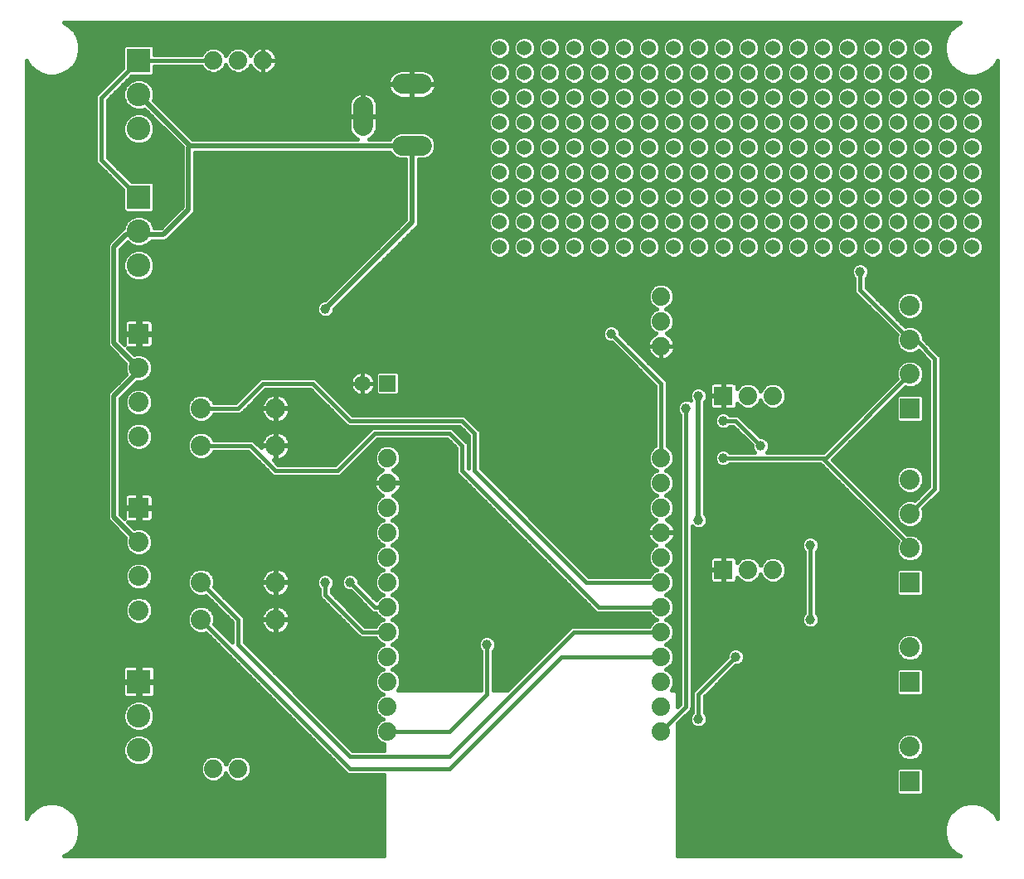
<source format=gbl>
G75*
%MOIN*%
%OFA0B0*%
%FSLAX25Y25*%
%IPPOS*%
%LPD*%
%AMOC8*
5,1,8,0,0,1.08239X$1,22.5*
%
%ADD10R,0.08000X0.08000*%
%ADD11C,0.08000*%
%ADD12C,0.07400*%
%ADD13R,0.09500X0.09500*%
%ADD14C,0.09500*%
%ADD15C,0.07874*%
%ADD16R,0.07400X0.07400*%
%ADD17C,0.06500*%
%ADD18R,0.06500X0.06500*%
%ADD19C,0.01600*%
%ADD20C,0.03962*%
%ADD21C,0.02000*%
%ADD22C,0.06000*%
D10*
X0051800Y0146800D03*
X0051800Y0216800D03*
X0361800Y0186800D03*
X0361800Y0116800D03*
X0361800Y0076800D03*
X0361800Y0036800D03*
D11*
X0361800Y0050580D03*
X0361800Y0090580D03*
X0361800Y0130580D03*
X0361800Y0144359D03*
X0361800Y0158139D03*
X0361800Y0200580D03*
X0361800Y0214359D03*
X0361800Y0228139D03*
X0106800Y0186800D03*
X0106800Y0171800D03*
X0076800Y0171800D03*
X0076800Y0186800D03*
X0051800Y0189241D03*
X0051800Y0203020D03*
X0051800Y0175461D03*
X0051800Y0133020D03*
X0051800Y0119241D03*
X0051800Y0105461D03*
X0076800Y0101800D03*
X0076800Y0116800D03*
X0106800Y0116800D03*
X0106800Y0101800D03*
D12*
X0151800Y0096800D03*
X0151800Y0086800D03*
X0151800Y0076800D03*
X0151800Y0066800D03*
X0151800Y0056800D03*
X0151800Y0106800D03*
X0151800Y0116800D03*
X0151800Y0126800D03*
X0151800Y0136800D03*
X0151800Y0146800D03*
X0151800Y0156800D03*
X0151800Y0166800D03*
X0261800Y0166800D03*
X0261800Y0156800D03*
X0261800Y0146800D03*
X0261800Y0136800D03*
X0261800Y0126800D03*
X0261800Y0116800D03*
X0261800Y0106800D03*
X0261800Y0096800D03*
X0261800Y0086800D03*
X0261800Y0076800D03*
X0261800Y0066800D03*
X0261800Y0056800D03*
X0296800Y0121800D03*
X0306800Y0121800D03*
X0306800Y0191800D03*
X0296800Y0191800D03*
X0261800Y0211800D03*
X0261800Y0221800D03*
X0261800Y0231800D03*
X0101800Y0326800D03*
X0091800Y0326800D03*
X0081800Y0326800D03*
X0081800Y0041800D03*
X0091800Y0041800D03*
D13*
X0051800Y0076800D03*
X0051800Y0271800D03*
X0051800Y0326800D03*
D14*
X0051800Y0313020D03*
X0051800Y0299241D03*
X0051800Y0258020D03*
X0051800Y0244241D03*
X0051800Y0063020D03*
X0051800Y0049241D03*
D15*
X0157706Y0292469D02*
X0165580Y0292469D01*
X0141957Y0300343D02*
X0141957Y0308217D01*
X0157706Y0317272D02*
X0165580Y0317272D01*
D16*
X0286800Y0191800D03*
X0286800Y0121800D03*
D17*
X0141800Y0196800D03*
D18*
X0151800Y0196800D03*
D19*
X0023738Y0007758D02*
X0021733Y0006600D01*
X0150200Y0006600D01*
X0150200Y0039400D01*
X0136323Y0039400D01*
X0135441Y0039765D01*
X0134765Y0040441D01*
X0078686Y0096520D01*
X0077914Y0096200D01*
X0075686Y0096200D01*
X0073628Y0097053D01*
X0072053Y0098628D01*
X0071200Y0100686D01*
X0071200Y0102914D01*
X0072053Y0104972D01*
X0073628Y0106547D01*
X0075686Y0107400D01*
X0077914Y0107400D01*
X0079972Y0106547D01*
X0081547Y0104972D01*
X0082400Y0102914D01*
X0082400Y0100686D01*
X0082080Y0099914D01*
X0089400Y0092594D01*
X0089400Y0100806D01*
X0078686Y0111520D01*
X0077914Y0111200D01*
X0075686Y0111200D01*
X0073628Y0112053D01*
X0072053Y0113628D01*
X0071200Y0115686D01*
X0071200Y0117914D01*
X0072053Y0119972D01*
X0073628Y0121547D01*
X0075686Y0122400D01*
X0077914Y0122400D01*
X0079972Y0121547D01*
X0081547Y0119972D01*
X0082400Y0117914D01*
X0082400Y0115686D01*
X0082080Y0114914D01*
X0093835Y0103159D01*
X0094200Y0102277D01*
X0094200Y0092794D01*
X0137794Y0049200D01*
X0150200Y0049200D01*
X0150200Y0051726D01*
X0148798Y0052307D01*
X0147307Y0053798D01*
X0146500Y0055746D01*
X0146500Y0057854D01*
X0147307Y0059802D01*
X0148798Y0061293D01*
X0150022Y0061800D01*
X0148798Y0062307D01*
X0147307Y0063798D01*
X0146500Y0065746D01*
X0146500Y0067854D01*
X0147307Y0069802D01*
X0148798Y0071293D01*
X0150022Y0071800D01*
X0148798Y0072307D01*
X0147307Y0073798D01*
X0146500Y0075746D01*
X0146500Y0077854D01*
X0147307Y0079802D01*
X0148798Y0081293D01*
X0150022Y0081800D01*
X0148798Y0082307D01*
X0147307Y0083798D01*
X0146500Y0085746D01*
X0146500Y0087854D01*
X0147307Y0089802D01*
X0148798Y0091293D01*
X0150022Y0091800D01*
X0148798Y0092307D01*
X0147307Y0093798D01*
X0147057Y0094400D01*
X0141323Y0094400D01*
X0140441Y0094765D01*
X0139765Y0095441D01*
X0124765Y0110441D01*
X0124400Y0111323D01*
X0124400Y0114136D01*
X0123764Y0114771D01*
X0123219Y0116088D01*
X0123219Y0117512D01*
X0123764Y0118829D01*
X0124771Y0119836D01*
X0126088Y0120381D01*
X0127512Y0120381D01*
X0128829Y0119836D01*
X0129836Y0118829D01*
X0130381Y0117512D01*
X0130381Y0116088D01*
X0129836Y0114771D01*
X0129200Y0114136D01*
X0129200Y0112794D01*
X0142794Y0099200D01*
X0147057Y0099200D01*
X0147307Y0099802D01*
X0148798Y0101293D01*
X0150022Y0101800D01*
X0148798Y0102307D01*
X0147307Y0103798D01*
X0147057Y0104400D01*
X0146323Y0104400D01*
X0145441Y0104765D01*
X0144765Y0105441D01*
X0136987Y0113219D01*
X0136088Y0113219D01*
X0134771Y0113764D01*
X0133764Y0114771D01*
X0133219Y0116088D01*
X0133219Y0117512D01*
X0133764Y0118829D01*
X0134771Y0119836D01*
X0136088Y0120381D01*
X0137512Y0120381D01*
X0138829Y0119836D01*
X0139836Y0118829D01*
X0140381Y0117512D01*
X0140381Y0116613D01*
X0147273Y0109721D01*
X0147307Y0109802D01*
X0148798Y0111293D01*
X0150022Y0111800D01*
X0148798Y0112307D01*
X0147307Y0113798D01*
X0146500Y0115746D01*
X0146500Y0117854D01*
X0147307Y0119802D01*
X0148798Y0121293D01*
X0150022Y0121800D01*
X0148798Y0122307D01*
X0147307Y0123798D01*
X0146500Y0125746D01*
X0146500Y0127854D01*
X0147307Y0129802D01*
X0148798Y0131293D01*
X0150022Y0131800D01*
X0148798Y0132307D01*
X0147307Y0133798D01*
X0146500Y0135746D01*
X0146500Y0137854D01*
X0147307Y0139802D01*
X0148798Y0141293D01*
X0150022Y0141800D01*
X0148798Y0142307D01*
X0147307Y0143798D01*
X0146500Y0145746D01*
X0146500Y0147854D01*
X0147307Y0149802D01*
X0148798Y0151293D01*
X0149744Y0151685D01*
X0149689Y0151703D01*
X0148917Y0152096D01*
X0148217Y0152605D01*
X0147605Y0153217D01*
X0147096Y0153917D01*
X0146703Y0154689D01*
X0146435Y0155512D01*
X0146300Y0156367D01*
X0146300Y0156600D01*
X0151600Y0156600D01*
X0151600Y0157000D01*
X0146300Y0157000D01*
X0146300Y0157233D01*
X0146435Y0158088D01*
X0146703Y0158911D01*
X0147096Y0159683D01*
X0147605Y0160383D01*
X0148217Y0160995D01*
X0148917Y0161504D01*
X0149689Y0161897D01*
X0149744Y0161915D01*
X0148798Y0162307D01*
X0147307Y0163798D01*
X0146500Y0165746D01*
X0146500Y0167854D01*
X0147307Y0169802D01*
X0148798Y0171293D01*
X0150746Y0172100D01*
X0152854Y0172100D01*
X0154802Y0171293D01*
X0156293Y0169802D01*
X0157100Y0167854D01*
X0157100Y0165746D01*
X0156293Y0163798D01*
X0154802Y0162307D01*
X0153856Y0161915D01*
X0153911Y0161897D01*
X0154683Y0161504D01*
X0155383Y0160995D01*
X0155995Y0160383D01*
X0156504Y0159683D01*
X0156897Y0158911D01*
X0157165Y0158088D01*
X0157300Y0157233D01*
X0157300Y0157000D01*
X0152000Y0157000D01*
X0152000Y0156600D01*
X0157300Y0156600D01*
X0157300Y0156367D01*
X0157165Y0155512D01*
X0156897Y0154689D01*
X0156504Y0153917D01*
X0155995Y0153217D01*
X0155383Y0152605D01*
X0154683Y0152096D01*
X0153911Y0151703D01*
X0153856Y0151685D01*
X0154802Y0151293D01*
X0156293Y0149802D01*
X0157100Y0147854D01*
X0157100Y0145746D01*
X0156293Y0143798D01*
X0154802Y0142307D01*
X0153578Y0141800D01*
X0154802Y0141293D01*
X0156293Y0139802D01*
X0157100Y0137854D01*
X0157100Y0135746D01*
X0156293Y0133798D01*
X0154802Y0132307D01*
X0153578Y0131800D01*
X0154802Y0131293D01*
X0156293Y0129802D01*
X0157100Y0127854D01*
X0157100Y0125746D01*
X0156293Y0123798D01*
X0154802Y0122307D01*
X0153578Y0121800D01*
X0154802Y0121293D01*
X0156293Y0119802D01*
X0157100Y0117854D01*
X0157100Y0115746D01*
X0156293Y0113798D01*
X0154802Y0112307D01*
X0153578Y0111800D01*
X0154802Y0111293D01*
X0156293Y0109802D01*
X0157100Y0107854D01*
X0157100Y0105746D01*
X0156293Y0103798D01*
X0154802Y0102307D01*
X0153578Y0101800D01*
X0154802Y0101293D01*
X0156293Y0099802D01*
X0157100Y0097854D01*
X0157100Y0095746D01*
X0156293Y0093798D01*
X0154802Y0092307D01*
X0153578Y0091800D01*
X0154802Y0091293D01*
X0156293Y0089802D01*
X0157100Y0087854D01*
X0157100Y0085746D01*
X0156293Y0083798D01*
X0154802Y0082307D01*
X0153578Y0081800D01*
X0154802Y0081293D01*
X0156293Y0079802D01*
X0157100Y0077854D01*
X0157100Y0075746D01*
X0156293Y0073798D01*
X0155895Y0073400D01*
X0189400Y0073400D01*
X0189400Y0089136D01*
X0188764Y0089771D01*
X0188219Y0091088D01*
X0188219Y0092512D01*
X0188764Y0093829D01*
X0189771Y0094836D01*
X0191088Y0095381D01*
X0192512Y0095381D01*
X0193829Y0094836D01*
X0194836Y0093829D01*
X0195381Y0092512D01*
X0195381Y0091088D01*
X0194836Y0089771D01*
X0194200Y0089136D01*
X0194200Y0073400D01*
X0200006Y0073400D01*
X0224765Y0098159D01*
X0225441Y0098835D01*
X0226323Y0099200D01*
X0257057Y0099200D01*
X0257307Y0099802D01*
X0258798Y0101293D01*
X0260022Y0101800D01*
X0258798Y0102307D01*
X0257307Y0103798D01*
X0257057Y0104400D01*
X0236323Y0104400D01*
X0235441Y0104765D01*
X0234765Y0105441D01*
X0179765Y0160441D01*
X0179400Y0161323D01*
X0179400Y0170806D01*
X0175806Y0174400D01*
X0147794Y0174400D01*
X0133159Y0159765D01*
X0132277Y0159400D01*
X0106323Y0159400D01*
X0105441Y0159765D01*
X0104765Y0160441D01*
X0095806Y0169400D01*
X0081867Y0169400D01*
X0081547Y0168628D01*
X0079972Y0167053D01*
X0077914Y0166200D01*
X0075686Y0166200D01*
X0073628Y0167053D01*
X0072053Y0168628D01*
X0071200Y0170686D01*
X0071200Y0172914D01*
X0072053Y0174972D01*
X0073628Y0176547D01*
X0075686Y0177400D01*
X0077914Y0177400D01*
X0079972Y0176547D01*
X0081547Y0174972D01*
X0081867Y0174200D01*
X0097277Y0174200D01*
X0098159Y0173835D01*
X0101066Y0170928D01*
X0101000Y0171344D01*
X0101000Y0171600D01*
X0106600Y0171600D01*
X0106600Y0172000D01*
X0106600Y0177600D01*
X0106344Y0177600D01*
X0105442Y0177457D01*
X0104574Y0177175D01*
X0103760Y0176761D01*
X0103022Y0176224D01*
X0102376Y0175578D01*
X0101839Y0174840D01*
X0101425Y0174026D01*
X0101143Y0173158D01*
X0101000Y0172256D01*
X0101000Y0172000D01*
X0106600Y0172000D01*
X0107000Y0172000D01*
X0107000Y0177600D01*
X0107256Y0177600D01*
X0108158Y0177457D01*
X0109026Y0177175D01*
X0109840Y0176761D01*
X0110578Y0176224D01*
X0111224Y0175578D01*
X0111761Y0174840D01*
X0112175Y0174026D01*
X0112457Y0173158D01*
X0112600Y0172256D01*
X0112600Y0172000D01*
X0107000Y0172000D01*
X0107000Y0171600D01*
X0112600Y0171600D01*
X0112600Y0171344D01*
X0112457Y0170442D01*
X0112175Y0169574D01*
X0111761Y0168760D01*
X0111224Y0168022D01*
X0110578Y0167376D01*
X0109840Y0166839D01*
X0109026Y0166425D01*
X0108158Y0166143D01*
X0107256Y0166000D01*
X0107000Y0166000D01*
X0107000Y0171600D01*
X0106600Y0171600D01*
X0106600Y0166000D01*
X0106344Y0166000D01*
X0105928Y0166066D01*
X0107794Y0164200D01*
X0130806Y0164200D01*
X0144765Y0178159D01*
X0145441Y0178835D01*
X0146323Y0179200D01*
X0177277Y0179200D01*
X0178159Y0178835D01*
X0183159Y0173835D01*
X0183835Y0173159D01*
X0184200Y0172277D01*
X0184200Y0162794D01*
X0184400Y0162594D01*
X0184400Y0175806D01*
X0180806Y0179400D01*
X0136323Y0179400D01*
X0135441Y0179765D01*
X0134765Y0180441D01*
X0134765Y0180441D01*
X0120806Y0194400D01*
X0102794Y0194400D01*
X0093835Y0185441D01*
X0093835Y0185441D01*
X0093159Y0184765D01*
X0092277Y0184400D01*
X0081867Y0184400D01*
X0081547Y0183628D01*
X0079972Y0182053D01*
X0077914Y0181200D01*
X0075686Y0181200D01*
X0073628Y0182053D01*
X0072053Y0183628D01*
X0071200Y0185686D01*
X0071200Y0187914D01*
X0072053Y0189972D01*
X0073628Y0191547D01*
X0075686Y0192400D01*
X0077914Y0192400D01*
X0079972Y0191547D01*
X0081547Y0189972D01*
X0081867Y0189200D01*
X0090806Y0189200D01*
X0099765Y0198159D01*
X0099765Y0198159D01*
X0100441Y0198835D01*
X0101323Y0199200D01*
X0122277Y0199200D01*
X0123159Y0198835D01*
X0137794Y0184200D01*
X0182277Y0184200D01*
X0183159Y0183835D01*
X0188159Y0178835D01*
X0188835Y0178159D01*
X0189200Y0177277D01*
X0189200Y0162794D01*
X0232794Y0119200D01*
X0257057Y0119200D01*
X0257307Y0119802D01*
X0258798Y0121293D01*
X0260022Y0121800D01*
X0258798Y0122307D01*
X0257307Y0123798D01*
X0256500Y0125746D01*
X0256500Y0127854D01*
X0257307Y0129802D01*
X0258798Y0131293D01*
X0259744Y0131685D01*
X0259689Y0131703D01*
X0258917Y0132096D01*
X0258217Y0132605D01*
X0257605Y0133217D01*
X0257096Y0133917D01*
X0256703Y0134689D01*
X0256435Y0135512D01*
X0256300Y0136367D01*
X0256300Y0136600D01*
X0261600Y0136600D01*
X0261600Y0137000D01*
X0256300Y0137000D01*
X0256300Y0137233D01*
X0256435Y0138088D01*
X0256703Y0138911D01*
X0257096Y0139683D01*
X0257605Y0140383D01*
X0258217Y0140995D01*
X0258917Y0141504D01*
X0259689Y0141897D01*
X0259744Y0141915D01*
X0258798Y0142307D01*
X0257307Y0143798D01*
X0256500Y0145746D01*
X0256500Y0147854D01*
X0257307Y0149802D01*
X0258798Y0151293D01*
X0260022Y0151800D01*
X0258798Y0152307D01*
X0257307Y0153798D01*
X0256500Y0155746D01*
X0256500Y0157854D01*
X0257307Y0159802D01*
X0258798Y0161293D01*
X0260022Y0161800D01*
X0258798Y0162307D01*
X0257307Y0163798D01*
X0256500Y0165746D01*
X0256500Y0167854D01*
X0257307Y0169802D01*
X0258798Y0171293D01*
X0259400Y0171543D01*
X0259400Y0195806D01*
X0241987Y0213219D01*
X0241088Y0213219D01*
X0239771Y0213764D01*
X0238764Y0214771D01*
X0238219Y0216088D01*
X0238219Y0217512D01*
X0238764Y0218829D01*
X0239771Y0219836D01*
X0241088Y0220381D01*
X0242512Y0220381D01*
X0243829Y0219836D01*
X0244836Y0218829D01*
X0245381Y0217512D01*
X0245381Y0216613D01*
X0263835Y0198159D01*
X0264200Y0197277D01*
X0264200Y0171543D01*
X0264802Y0171293D01*
X0266293Y0169802D01*
X0267100Y0167854D01*
X0267100Y0165746D01*
X0266293Y0163798D01*
X0264802Y0162307D01*
X0263578Y0161800D01*
X0264802Y0161293D01*
X0266293Y0159802D01*
X0267100Y0157854D01*
X0267100Y0155746D01*
X0266293Y0153798D01*
X0264802Y0152307D01*
X0263578Y0151800D01*
X0264802Y0151293D01*
X0266293Y0149802D01*
X0267100Y0147854D01*
X0267100Y0145746D01*
X0266293Y0143798D01*
X0264802Y0142307D01*
X0263856Y0141915D01*
X0263911Y0141897D01*
X0264683Y0141504D01*
X0265383Y0140995D01*
X0265995Y0140383D01*
X0266504Y0139683D01*
X0266897Y0138911D01*
X0267165Y0138088D01*
X0267300Y0137233D01*
X0267300Y0137000D01*
X0262000Y0137000D01*
X0262000Y0136600D01*
X0267300Y0136600D01*
X0267300Y0136367D01*
X0267165Y0135512D01*
X0266897Y0134689D01*
X0266504Y0133917D01*
X0265995Y0133217D01*
X0265383Y0132605D01*
X0264683Y0132096D01*
X0263911Y0131703D01*
X0263856Y0131685D01*
X0264802Y0131293D01*
X0266293Y0129802D01*
X0267100Y0127854D01*
X0267100Y0125746D01*
X0266293Y0123798D01*
X0264802Y0122307D01*
X0263578Y0121800D01*
X0264802Y0121293D01*
X0266293Y0119802D01*
X0267100Y0117854D01*
X0267100Y0115746D01*
X0266293Y0113798D01*
X0264802Y0112307D01*
X0263578Y0111800D01*
X0264802Y0111293D01*
X0266293Y0109802D01*
X0267100Y0107854D01*
X0267100Y0105746D01*
X0266293Y0103798D01*
X0264802Y0102307D01*
X0263578Y0101800D01*
X0264802Y0101293D01*
X0266293Y0099802D01*
X0267100Y0097854D01*
X0267100Y0095746D01*
X0266293Y0093798D01*
X0264802Y0092307D01*
X0263578Y0091800D01*
X0264802Y0091293D01*
X0266293Y0089802D01*
X0267100Y0087854D01*
X0267100Y0085746D01*
X0266293Y0083798D01*
X0264802Y0082307D01*
X0263578Y0081800D01*
X0264802Y0081293D01*
X0266293Y0079802D01*
X0267100Y0077854D01*
X0267100Y0075746D01*
X0266293Y0073798D01*
X0265895Y0073400D01*
X0267463Y0073400D01*
X0268400Y0072463D01*
X0268400Y0066794D01*
X0269400Y0067794D01*
X0269400Y0184136D01*
X0268764Y0184771D01*
X0268219Y0186088D01*
X0268219Y0187512D01*
X0268764Y0188829D01*
X0269771Y0189836D01*
X0271088Y0190381D01*
X0272512Y0190381D01*
X0273719Y0189881D01*
X0273219Y0191088D01*
X0273219Y0192512D01*
X0273764Y0193829D01*
X0274771Y0194836D01*
X0276088Y0195381D01*
X0277512Y0195381D01*
X0278829Y0194836D01*
X0279836Y0193829D01*
X0280381Y0192512D01*
X0280381Y0191088D01*
X0279836Y0189771D01*
X0279400Y0189336D01*
X0279400Y0144264D01*
X0279836Y0143829D01*
X0280381Y0142512D01*
X0280381Y0141088D01*
X0279836Y0139771D01*
X0278829Y0138764D01*
X0277512Y0138219D01*
X0276088Y0138219D01*
X0274771Y0138764D01*
X0274200Y0139336D01*
X0274200Y0066323D01*
X0273835Y0065441D01*
X0268400Y0060006D01*
X0268400Y0006600D01*
X0381867Y0006600D01*
X0379862Y0007758D01*
X0377758Y0009862D01*
X0376270Y0012438D01*
X0375500Y0015312D01*
X0375500Y0018288D01*
X0376270Y0021162D01*
X0377758Y0023738D01*
X0379862Y0025842D01*
X0382438Y0027330D01*
X0385312Y0028100D01*
X0388288Y0028100D01*
X0391162Y0027330D01*
X0393738Y0025842D01*
X0395842Y0023738D01*
X0396926Y0021861D01*
X0396995Y0326859D01*
X0395842Y0324862D01*
X0393738Y0322758D01*
X0391162Y0321270D01*
X0388288Y0320500D01*
X0385312Y0320500D01*
X0382438Y0321270D01*
X0379862Y0322758D01*
X0377758Y0324862D01*
X0376270Y0327438D01*
X0375500Y0330312D01*
X0375500Y0333288D01*
X0376270Y0336162D01*
X0377758Y0338738D01*
X0379862Y0340842D01*
X0381867Y0342000D01*
X0021733Y0342000D01*
X0023738Y0340842D01*
X0025842Y0338738D01*
X0027330Y0336162D01*
X0028100Y0333288D01*
X0028100Y0330312D01*
X0027330Y0327438D01*
X0025842Y0324862D01*
X0023738Y0322758D01*
X0021162Y0321270D01*
X0018288Y0320500D01*
X0015312Y0320500D01*
X0012438Y0321270D01*
X0009862Y0322758D01*
X0007758Y0324862D01*
X0006600Y0326867D01*
X0006600Y0021733D01*
X0007758Y0023738D01*
X0009862Y0025842D01*
X0012438Y0027330D01*
X0015312Y0028100D01*
X0018288Y0028100D01*
X0021162Y0027330D01*
X0023738Y0025842D01*
X0025842Y0023738D01*
X0027330Y0021162D01*
X0028100Y0018288D01*
X0028100Y0015312D01*
X0027330Y0012438D01*
X0025842Y0009862D01*
X0023738Y0007758D01*
X0024546Y0008566D02*
X0150200Y0008566D01*
X0150200Y0010164D02*
X0026017Y0010164D01*
X0026940Y0011763D02*
X0150200Y0011763D01*
X0150200Y0013361D02*
X0027577Y0013361D01*
X0028006Y0014960D02*
X0150200Y0014960D01*
X0150200Y0016558D02*
X0028100Y0016558D01*
X0028100Y0018157D02*
X0150200Y0018157D01*
X0150200Y0019755D02*
X0027707Y0019755D01*
X0027219Y0021354D02*
X0150200Y0021354D01*
X0150200Y0022952D02*
X0026296Y0022952D01*
X0025030Y0024551D02*
X0150200Y0024551D01*
X0150200Y0026149D02*
X0023206Y0026149D01*
X0019602Y0027748D02*
X0150200Y0027748D01*
X0150200Y0029346D02*
X0006600Y0029346D01*
X0006600Y0027748D02*
X0013998Y0027748D01*
X0010394Y0026149D02*
X0006600Y0026149D01*
X0006600Y0024551D02*
X0008570Y0024551D01*
X0007304Y0022952D02*
X0006600Y0022952D01*
X0006600Y0030945D02*
X0150200Y0030945D01*
X0150200Y0032543D02*
X0006600Y0032543D01*
X0006600Y0034142D02*
X0150200Y0034142D01*
X0150200Y0035740D02*
X0006600Y0035740D01*
X0006600Y0037339D02*
X0078766Y0037339D01*
X0078798Y0037307D02*
X0080746Y0036500D01*
X0082854Y0036500D01*
X0084802Y0037307D01*
X0086293Y0038798D01*
X0086800Y0040022D01*
X0087307Y0038798D01*
X0088798Y0037307D01*
X0090746Y0036500D01*
X0092854Y0036500D01*
X0094802Y0037307D01*
X0096293Y0038798D01*
X0097100Y0040746D01*
X0097100Y0042854D01*
X0096293Y0044802D01*
X0094802Y0046293D01*
X0092854Y0047100D01*
X0090746Y0047100D01*
X0088798Y0046293D01*
X0087307Y0044802D01*
X0086800Y0043578D01*
X0086293Y0044802D01*
X0084802Y0046293D01*
X0082854Y0047100D01*
X0080746Y0047100D01*
X0078798Y0046293D01*
X0077307Y0044802D01*
X0076500Y0042854D01*
X0076500Y0040746D01*
X0077307Y0038798D01*
X0078798Y0037307D01*
X0077249Y0038937D02*
X0006600Y0038937D01*
X0006600Y0040536D02*
X0076587Y0040536D01*
X0076500Y0042134D02*
X0006600Y0042134D01*
X0006600Y0043733D02*
X0048504Y0043733D01*
X0048203Y0043858D02*
X0050537Y0042891D01*
X0053063Y0042891D01*
X0055397Y0043858D01*
X0057183Y0045644D01*
X0058150Y0047978D01*
X0058150Y0050504D01*
X0057183Y0052838D01*
X0055397Y0054624D01*
X0053063Y0055591D01*
X0050537Y0055591D01*
X0048203Y0054624D01*
X0046417Y0052838D01*
X0045450Y0050504D01*
X0045450Y0047978D01*
X0046417Y0045644D01*
X0048203Y0043858D01*
X0046729Y0045332D02*
X0006600Y0045332D01*
X0006600Y0046930D02*
X0045884Y0046930D01*
X0045450Y0048529D02*
X0006600Y0048529D01*
X0006600Y0050127D02*
X0045450Y0050127D01*
X0045956Y0051726D02*
X0006600Y0051726D01*
X0006600Y0053324D02*
X0046903Y0053324D01*
X0048923Y0054923D02*
X0006600Y0054923D01*
X0006600Y0056521D02*
X0118685Y0056521D01*
X0120283Y0054923D02*
X0054677Y0054923D01*
X0053063Y0056670D02*
X0050537Y0056670D01*
X0048203Y0057637D01*
X0046417Y0059423D01*
X0045450Y0061757D01*
X0045450Y0064284D01*
X0046417Y0066617D01*
X0048203Y0068404D01*
X0050537Y0069370D01*
X0053063Y0069370D01*
X0055397Y0068404D01*
X0057183Y0066617D01*
X0058150Y0064284D01*
X0058150Y0061757D01*
X0057183Y0059423D01*
X0055397Y0057637D01*
X0053063Y0056670D01*
X0055879Y0058120D02*
X0117086Y0058120D01*
X0115488Y0059718D02*
X0057305Y0059718D01*
X0057967Y0061317D02*
X0113889Y0061317D01*
X0112291Y0062915D02*
X0058150Y0062915D01*
X0058055Y0064514D02*
X0110692Y0064514D01*
X0109094Y0066112D02*
X0057393Y0066112D01*
X0056090Y0067711D02*
X0107495Y0067711D01*
X0105897Y0069309D02*
X0053211Y0069309D01*
X0052181Y0070250D02*
X0056787Y0070250D01*
X0057245Y0070373D01*
X0057655Y0070610D01*
X0057990Y0070945D01*
X0058227Y0071355D01*
X0058350Y0071813D01*
X0058350Y0076419D01*
X0052181Y0076419D01*
X0052181Y0070250D01*
X0052181Y0070908D02*
X0051419Y0070908D01*
X0051419Y0070250D02*
X0046813Y0070250D01*
X0046355Y0070373D01*
X0045945Y0070610D01*
X0045610Y0070945D01*
X0045373Y0071355D01*
X0045250Y0071813D01*
X0045250Y0076419D01*
X0051419Y0076419D01*
X0052181Y0076419D01*
X0052181Y0077181D01*
X0051419Y0077181D01*
X0051419Y0076419D01*
X0051419Y0070250D01*
X0050389Y0069309D02*
X0006600Y0069309D01*
X0006600Y0067711D02*
X0047510Y0067711D01*
X0046207Y0066112D02*
X0006600Y0066112D01*
X0006600Y0064514D02*
X0045545Y0064514D01*
X0045450Y0062915D02*
X0006600Y0062915D01*
X0006600Y0061317D02*
X0045633Y0061317D01*
X0046295Y0059718D02*
X0006600Y0059718D01*
X0006600Y0058120D02*
X0047721Y0058120D01*
X0056697Y0053324D02*
X0121882Y0053324D01*
X0123480Y0051726D02*
X0057644Y0051726D01*
X0058150Y0050127D02*
X0125079Y0050127D01*
X0126677Y0048529D02*
X0058150Y0048529D01*
X0057716Y0046930D02*
X0080335Y0046930D01*
X0083265Y0046930D02*
X0090335Y0046930D01*
X0093265Y0046930D02*
X0128276Y0046930D01*
X0129874Y0045332D02*
X0095764Y0045332D01*
X0096736Y0043733D02*
X0131473Y0043733D01*
X0133071Y0042134D02*
X0097100Y0042134D01*
X0097013Y0040536D02*
X0134670Y0040536D01*
X0136800Y0041800D02*
X0176800Y0041800D01*
X0221800Y0086800D01*
X0261800Y0086800D01*
X0264296Y0082097D02*
X0269400Y0082097D01*
X0269400Y0080499D02*
X0265597Y0080499D01*
X0266667Y0078900D02*
X0269400Y0078900D01*
X0269400Y0077302D02*
X0267100Y0077302D01*
X0267082Y0075703D02*
X0269400Y0075703D01*
X0269400Y0074105D02*
X0266420Y0074105D01*
X0268357Y0072506D02*
X0269400Y0072506D01*
X0269400Y0070908D02*
X0268400Y0070908D01*
X0268400Y0069309D02*
X0269400Y0069309D01*
X0269317Y0067711D02*
X0268400Y0067711D01*
X0271800Y0066800D02*
X0261800Y0056800D01*
X0268400Y0056521D02*
X0396934Y0056521D01*
X0396933Y0054923D02*
X0365377Y0054923D01*
X0364972Y0055327D02*
X0362914Y0056180D01*
X0360686Y0056180D01*
X0358628Y0055327D01*
X0357053Y0053752D01*
X0356200Y0051693D01*
X0356200Y0049466D01*
X0357053Y0047407D01*
X0358628Y0045832D01*
X0360686Y0044980D01*
X0362914Y0044980D01*
X0364972Y0045832D01*
X0366547Y0047407D01*
X0367400Y0049466D01*
X0367400Y0051693D01*
X0366547Y0053752D01*
X0364972Y0055327D01*
X0366725Y0053324D02*
X0396933Y0053324D01*
X0396933Y0051726D02*
X0367387Y0051726D01*
X0367400Y0050127D02*
X0396932Y0050127D01*
X0396932Y0048529D02*
X0367012Y0048529D01*
X0366070Y0046930D02*
X0396932Y0046930D01*
X0396931Y0045332D02*
X0363764Y0045332D01*
X0359836Y0045332D02*
X0268400Y0045332D01*
X0268400Y0046930D02*
X0357530Y0046930D01*
X0356588Y0048529D02*
X0268400Y0048529D01*
X0268400Y0050127D02*
X0356200Y0050127D01*
X0356213Y0051726D02*
X0268400Y0051726D01*
X0268400Y0053324D02*
X0356875Y0053324D01*
X0358223Y0054923D02*
X0268400Y0054923D01*
X0268400Y0058120D02*
X0396934Y0058120D01*
X0396934Y0059718D02*
X0279783Y0059718D01*
X0279836Y0059771D02*
X0280381Y0061088D01*
X0280381Y0062512D01*
X0279836Y0063829D01*
X0279200Y0064464D01*
X0279200Y0070806D01*
X0291613Y0083219D01*
X0292512Y0083219D01*
X0293829Y0083764D01*
X0294836Y0084771D01*
X0295381Y0086088D01*
X0295381Y0087512D01*
X0294836Y0088829D01*
X0293829Y0089836D01*
X0292512Y0090381D01*
X0291088Y0090381D01*
X0289771Y0089836D01*
X0288764Y0088829D01*
X0288219Y0087512D01*
X0288219Y0086613D01*
X0274765Y0073159D01*
X0274400Y0072277D01*
X0274400Y0064464D01*
X0273764Y0063829D01*
X0273219Y0062512D01*
X0273219Y0061088D01*
X0273764Y0059771D01*
X0274771Y0058764D01*
X0276088Y0058219D01*
X0277512Y0058219D01*
X0278829Y0058764D01*
X0279836Y0059771D01*
X0280381Y0061317D02*
X0396935Y0061317D01*
X0396935Y0062915D02*
X0280214Y0062915D01*
X0279200Y0064514D02*
X0396936Y0064514D01*
X0396936Y0066112D02*
X0279200Y0066112D01*
X0279200Y0067711D02*
X0396936Y0067711D01*
X0396937Y0069309D02*
X0279200Y0069309D01*
X0279302Y0070908D02*
X0396937Y0070908D01*
X0396937Y0072506D02*
X0367400Y0072506D01*
X0367400Y0072137D02*
X0367400Y0081463D01*
X0366463Y0082400D01*
X0357137Y0082400D01*
X0356200Y0081463D01*
X0356200Y0072137D01*
X0357137Y0071200D01*
X0366463Y0071200D01*
X0367400Y0072137D01*
X0367400Y0074105D02*
X0396938Y0074105D01*
X0396938Y0075703D02*
X0367400Y0075703D01*
X0367400Y0077302D02*
X0396938Y0077302D01*
X0396939Y0078900D02*
X0367400Y0078900D01*
X0367400Y0080499D02*
X0396939Y0080499D01*
X0396940Y0082097D02*
X0366765Y0082097D01*
X0364972Y0085832D02*
X0362914Y0084980D01*
X0360686Y0084980D01*
X0358628Y0085832D01*
X0357053Y0087407D01*
X0356200Y0089466D01*
X0356200Y0091693D01*
X0357053Y0093752D01*
X0358628Y0095327D01*
X0360686Y0096180D01*
X0362914Y0096180D01*
X0364972Y0095327D01*
X0366547Y0093752D01*
X0367400Y0091693D01*
X0367400Y0089466D01*
X0366547Y0087407D01*
X0364972Y0085832D01*
X0363674Y0085294D02*
X0396940Y0085294D01*
X0396940Y0083696D02*
X0293664Y0083696D01*
X0295052Y0085294D02*
X0359926Y0085294D01*
X0357567Y0086893D02*
X0295381Y0086893D01*
X0294976Y0088491D02*
X0356604Y0088491D01*
X0356200Y0090090D02*
X0293215Y0090090D01*
X0290385Y0090090D02*
X0274200Y0090090D01*
X0274200Y0091688D02*
X0356200Y0091688D01*
X0356860Y0093287D02*
X0274200Y0093287D01*
X0274200Y0094885D02*
X0358186Y0094885D01*
X0365414Y0094885D02*
X0396943Y0094885D01*
X0396942Y0093287D02*
X0366740Y0093287D01*
X0367400Y0091688D02*
X0396942Y0091688D01*
X0396941Y0090090D02*
X0367400Y0090090D01*
X0366996Y0088491D02*
X0396941Y0088491D01*
X0396941Y0086893D02*
X0366033Y0086893D01*
X0356835Y0082097D02*
X0290491Y0082097D01*
X0288893Y0080499D02*
X0356200Y0080499D01*
X0356200Y0078900D02*
X0287294Y0078900D01*
X0285696Y0077302D02*
X0356200Y0077302D01*
X0356200Y0075703D02*
X0284097Y0075703D01*
X0282499Y0074105D02*
X0356200Y0074105D01*
X0356200Y0072506D02*
X0280900Y0072506D01*
X0276800Y0071800D02*
X0291800Y0086800D01*
X0288219Y0086893D02*
X0274200Y0086893D01*
X0274200Y0088491D02*
X0288624Y0088491D01*
X0286900Y0085294D02*
X0274200Y0085294D01*
X0274200Y0083696D02*
X0285302Y0083696D01*
X0283703Y0082097D02*
X0274200Y0082097D01*
X0274200Y0080499D02*
X0282105Y0080499D01*
X0280506Y0078900D02*
X0274200Y0078900D01*
X0274200Y0077302D02*
X0278908Y0077302D01*
X0277309Y0075703D02*
X0274200Y0075703D01*
X0274200Y0074105D02*
X0275711Y0074105D01*
X0274495Y0072506D02*
X0274200Y0072506D01*
X0274200Y0070908D02*
X0274400Y0070908D01*
X0274400Y0069309D02*
X0274200Y0069309D01*
X0274200Y0067711D02*
X0274400Y0067711D01*
X0274400Y0066112D02*
X0274113Y0066112D01*
X0274400Y0064514D02*
X0272908Y0064514D01*
X0273386Y0062915D02*
X0271309Y0062915D01*
X0269711Y0061317D02*
X0273219Y0061317D01*
X0273817Y0059718D02*
X0268400Y0059718D01*
X0271800Y0066800D02*
X0271800Y0186800D01*
X0269134Y0184402D02*
X0264200Y0184402D01*
X0264200Y0186001D02*
X0268255Y0186001D01*
X0268255Y0187599D02*
X0264200Y0187599D01*
X0264200Y0189198D02*
X0269133Y0189198D01*
X0273340Y0190796D02*
X0264200Y0190796D01*
X0264200Y0192395D02*
X0273219Y0192395D01*
X0273929Y0193993D02*
X0264200Y0193993D01*
X0264200Y0195592D02*
X0281300Y0195592D01*
X0281300Y0195737D02*
X0281300Y0192000D01*
X0286600Y0192000D01*
X0286600Y0197300D01*
X0282863Y0197300D01*
X0282405Y0197177D01*
X0281995Y0196940D01*
X0281660Y0196605D01*
X0281423Y0196195D01*
X0281300Y0195737D01*
X0281300Y0193993D02*
X0279671Y0193993D01*
X0280381Y0192395D02*
X0281300Y0192395D01*
X0281300Y0191600D02*
X0281300Y0187863D01*
X0281423Y0187405D01*
X0281660Y0186995D01*
X0281995Y0186660D01*
X0282405Y0186423D01*
X0282863Y0186300D01*
X0286600Y0186300D01*
X0286600Y0191600D01*
X0287000Y0191600D01*
X0287000Y0186300D01*
X0290737Y0186300D01*
X0291195Y0186423D01*
X0291605Y0186660D01*
X0291940Y0186995D01*
X0292177Y0187405D01*
X0292300Y0187863D01*
X0292300Y0188814D01*
X0292307Y0188798D01*
X0293798Y0187307D01*
X0295746Y0186500D01*
X0297854Y0186500D01*
X0299802Y0187307D01*
X0301293Y0188798D01*
X0301800Y0190022D01*
X0302307Y0188798D01*
X0303798Y0187307D01*
X0305746Y0186500D01*
X0307854Y0186500D01*
X0309802Y0187307D01*
X0311293Y0188798D01*
X0312100Y0190746D01*
X0312100Y0192854D01*
X0311293Y0194802D01*
X0309802Y0196293D01*
X0307854Y0197100D01*
X0305746Y0197100D01*
X0303798Y0196293D01*
X0302307Y0194802D01*
X0301800Y0193578D01*
X0301293Y0194802D01*
X0299802Y0196293D01*
X0297854Y0197100D01*
X0295746Y0197100D01*
X0293798Y0196293D01*
X0292307Y0194802D01*
X0292300Y0194786D01*
X0292300Y0195737D01*
X0292177Y0196195D01*
X0291940Y0196605D01*
X0291605Y0196940D01*
X0291195Y0197177D01*
X0290737Y0197300D01*
X0287000Y0197300D01*
X0287000Y0192000D01*
X0286600Y0192000D01*
X0286600Y0191600D01*
X0281300Y0191600D01*
X0281300Y0190796D02*
X0280260Y0190796D01*
X0279400Y0189198D02*
X0281300Y0189198D01*
X0281371Y0187599D02*
X0279400Y0187599D01*
X0279400Y0186001D02*
X0343827Y0186001D01*
X0345425Y0187599D02*
X0310094Y0187599D01*
X0311459Y0189198D02*
X0347024Y0189198D01*
X0348622Y0190796D02*
X0312100Y0190796D01*
X0312100Y0192395D02*
X0350221Y0192395D01*
X0351819Y0193993D02*
X0311628Y0193993D01*
X0310504Y0195592D02*
X0353418Y0195592D01*
X0355016Y0197190D02*
X0291147Y0197190D01*
X0292300Y0195592D02*
X0293096Y0195592D01*
X0287000Y0195592D02*
X0286600Y0195592D01*
X0286600Y0197190D02*
X0287000Y0197190D01*
X0287000Y0193993D02*
X0286600Y0193993D01*
X0286600Y0192395D02*
X0287000Y0192395D01*
X0287000Y0190796D02*
X0286600Y0190796D01*
X0286600Y0189198D02*
X0287000Y0189198D01*
X0287000Y0187599D02*
X0286600Y0187599D01*
X0286088Y0185381D02*
X0284771Y0184836D01*
X0283764Y0183829D01*
X0283219Y0182512D01*
X0283219Y0181088D01*
X0283764Y0179771D01*
X0284771Y0178764D01*
X0286088Y0178219D01*
X0287512Y0178219D01*
X0288829Y0178764D01*
X0289464Y0179400D01*
X0290806Y0179400D01*
X0298219Y0171987D01*
X0298219Y0171088D01*
X0298764Y0169771D01*
X0299336Y0169200D01*
X0289464Y0169200D01*
X0288829Y0169836D01*
X0287512Y0170381D01*
X0286088Y0170381D01*
X0284771Y0169836D01*
X0283764Y0168829D01*
X0283219Y0167512D01*
X0283219Y0166088D01*
X0283764Y0164771D01*
X0284771Y0163764D01*
X0286088Y0163219D01*
X0287512Y0163219D01*
X0288829Y0163764D01*
X0289464Y0164400D01*
X0325806Y0164400D01*
X0356877Y0133329D01*
X0356200Y0131693D01*
X0356200Y0129466D01*
X0357053Y0127407D01*
X0358628Y0125832D01*
X0360686Y0124980D01*
X0362914Y0124980D01*
X0364972Y0125832D01*
X0366547Y0127407D01*
X0367400Y0129466D01*
X0367400Y0131693D01*
X0366547Y0133752D01*
X0364972Y0135327D01*
X0362914Y0136180D01*
X0360815Y0136180D01*
X0330804Y0166190D01*
X0359914Y0195299D01*
X0360686Y0194980D01*
X0362914Y0194980D01*
X0364972Y0195832D01*
X0366547Y0197407D01*
X0367400Y0199466D01*
X0367400Y0201693D01*
X0366547Y0203752D01*
X0364972Y0205327D01*
X0362914Y0206180D01*
X0360686Y0206180D01*
X0358628Y0205327D01*
X0357053Y0203752D01*
X0356200Y0201693D01*
X0356200Y0199466D01*
X0356520Y0198693D01*
X0327026Y0169200D01*
X0304264Y0169200D01*
X0304836Y0169771D01*
X0305381Y0171088D01*
X0305381Y0172512D01*
X0304836Y0173829D01*
X0303829Y0174836D01*
X0302512Y0175381D01*
X0301613Y0175381D01*
X0293159Y0183835D01*
X0292277Y0184200D01*
X0289464Y0184200D01*
X0288829Y0184836D01*
X0287512Y0185381D01*
X0286088Y0185381D01*
X0284338Y0184402D02*
X0279400Y0184402D01*
X0279400Y0182803D02*
X0283340Y0182803D01*
X0283219Y0181205D02*
X0279400Y0181205D01*
X0279400Y0179606D02*
X0283929Y0179606D01*
X0286800Y0181800D02*
X0291800Y0181800D01*
X0301800Y0171800D01*
X0305091Y0173212D02*
X0331039Y0173212D01*
X0329440Y0171614D02*
X0305381Y0171614D01*
X0304937Y0170015D02*
X0327842Y0170015D01*
X0328020Y0166800D02*
X0326800Y0166800D01*
X0286800Y0166800D01*
X0283219Y0166818D02*
X0279400Y0166818D01*
X0279400Y0165220D02*
X0283578Y0165220D01*
X0285116Y0163621D02*
X0279400Y0163621D01*
X0279400Y0162023D02*
X0328183Y0162023D01*
X0326585Y0163621D02*
X0288484Y0163621D01*
X0283594Y0168417D02*
X0279400Y0168417D01*
X0279400Y0170015D02*
X0285205Y0170015D01*
X0288395Y0170015D02*
X0298663Y0170015D01*
X0298219Y0171614D02*
X0279400Y0171614D01*
X0279400Y0173212D02*
X0296993Y0173212D01*
X0295395Y0174811D02*
X0279400Y0174811D01*
X0279400Y0176409D02*
X0293796Y0176409D01*
X0292198Y0178008D02*
X0279400Y0178008D01*
X0289262Y0184402D02*
X0342228Y0184402D01*
X0340630Y0182803D02*
X0294191Y0182803D01*
X0295789Y0181205D02*
X0339031Y0181205D01*
X0337433Y0179606D02*
X0297388Y0179606D01*
X0298986Y0178008D02*
X0335834Y0178008D01*
X0334236Y0176409D02*
X0300585Y0176409D01*
X0303853Y0174811D02*
X0332637Y0174811D01*
X0336228Y0171614D02*
X0369400Y0171614D01*
X0369400Y0173212D02*
X0337827Y0173212D01*
X0339426Y0174811D02*
X0369400Y0174811D01*
X0369400Y0176409D02*
X0341024Y0176409D01*
X0342623Y0178008D02*
X0369400Y0178008D01*
X0369400Y0179606D02*
X0344221Y0179606D01*
X0345820Y0181205D02*
X0357132Y0181205D01*
X0357137Y0181200D02*
X0366463Y0181200D01*
X0367400Y0182137D01*
X0367400Y0191463D01*
X0366463Y0192400D01*
X0357137Y0192400D01*
X0356200Y0191463D01*
X0356200Y0182137D01*
X0357137Y0181200D01*
X0356200Y0182803D02*
X0347418Y0182803D01*
X0349017Y0184402D02*
X0356200Y0184402D01*
X0356200Y0186001D02*
X0350615Y0186001D01*
X0352214Y0187599D02*
X0356200Y0187599D01*
X0356200Y0189198D02*
X0353812Y0189198D01*
X0355411Y0190796D02*
X0356200Y0190796D01*
X0357009Y0192395D02*
X0357132Y0192395D01*
X0358608Y0193993D02*
X0369400Y0193993D01*
X0369400Y0192395D02*
X0366468Y0192395D01*
X0367400Y0190796D02*
X0369400Y0190796D01*
X0369400Y0189198D02*
X0367400Y0189198D01*
X0367400Y0187599D02*
X0369400Y0187599D01*
X0369400Y0186001D02*
X0367400Y0186001D01*
X0367400Y0184402D02*
X0369400Y0184402D01*
X0369400Y0182803D02*
X0367400Y0182803D01*
X0366468Y0181205D02*
X0369400Y0181205D01*
X0374200Y0181205D02*
X0396962Y0181205D01*
X0396963Y0182803D02*
X0374200Y0182803D01*
X0374200Y0184402D02*
X0396963Y0184402D01*
X0396963Y0186001D02*
X0374200Y0186001D01*
X0374200Y0187599D02*
X0396964Y0187599D01*
X0396964Y0189198D02*
X0374200Y0189198D01*
X0374200Y0190796D02*
X0396964Y0190796D01*
X0396965Y0192395D02*
X0374200Y0192395D01*
X0374200Y0193993D02*
X0396965Y0193993D01*
X0396966Y0195592D02*
X0374200Y0195592D01*
X0374200Y0197190D02*
X0396966Y0197190D01*
X0396966Y0198789D02*
X0374200Y0198789D01*
X0374200Y0200387D02*
X0396967Y0200387D01*
X0396967Y0201986D02*
X0374200Y0201986D01*
X0374200Y0203584D02*
X0396967Y0203584D01*
X0396968Y0205183D02*
X0374200Y0205183D01*
X0374200Y0206781D02*
X0396968Y0206781D01*
X0396968Y0208380D02*
X0373614Y0208380D01*
X0373835Y0208159D02*
X0373159Y0208835D01*
X0367400Y0214594D01*
X0367400Y0215473D01*
X0366547Y0217531D01*
X0364972Y0219106D01*
X0362914Y0219959D01*
X0360686Y0219959D01*
X0359914Y0219639D01*
X0344200Y0235353D01*
X0344200Y0239136D01*
X0344836Y0239771D01*
X0345381Y0241088D01*
X0345381Y0242512D01*
X0344836Y0243829D01*
X0343829Y0244836D01*
X0342512Y0245381D01*
X0341088Y0245381D01*
X0339771Y0244836D01*
X0338764Y0243829D01*
X0338219Y0242512D01*
X0338219Y0241088D01*
X0338764Y0239771D01*
X0339400Y0239136D01*
X0339400Y0233882D01*
X0339765Y0233000D01*
X0356520Y0216245D01*
X0356200Y0215473D01*
X0356200Y0213245D01*
X0357053Y0211187D01*
X0358628Y0209612D01*
X0360686Y0208759D01*
X0362914Y0208759D01*
X0364972Y0209612D01*
X0365283Y0209923D01*
X0369400Y0205806D01*
X0369400Y0155353D01*
X0363686Y0149639D01*
X0362914Y0149959D01*
X0360686Y0149959D01*
X0358628Y0149106D01*
X0357053Y0147531D01*
X0356200Y0145473D01*
X0356200Y0143245D01*
X0357053Y0141187D01*
X0358628Y0139612D01*
X0360686Y0138759D01*
X0362914Y0138759D01*
X0364972Y0139612D01*
X0366547Y0141187D01*
X0367400Y0143245D01*
X0367400Y0145473D01*
X0367080Y0146245D01*
X0373835Y0153000D01*
X0374200Y0153882D01*
X0374200Y0207277D01*
X0373835Y0208159D01*
X0371800Y0206800D02*
X0371800Y0154359D01*
X0361800Y0144359D01*
X0356200Y0144439D02*
X0352555Y0144439D01*
X0354153Y0142841D02*
X0356368Y0142841D01*
X0355752Y0141242D02*
X0357030Y0141242D01*
X0357350Y0139644D02*
X0358596Y0139644D01*
X0358949Y0138045D02*
X0396952Y0138045D01*
X0396952Y0136447D02*
X0360547Y0136447D01*
X0361800Y0131800D02*
X0326800Y0166800D01*
X0328020Y0166800D02*
X0361800Y0200580D01*
X0356200Y0200387D02*
X0261607Y0200387D01*
X0263205Y0198789D02*
X0356480Y0198789D01*
X0356321Y0201986D02*
X0260008Y0201986D01*
X0258410Y0203584D02*
X0356983Y0203584D01*
X0358484Y0205183D02*
X0256811Y0205183D01*
X0255213Y0206781D02*
X0259535Y0206781D01*
X0259689Y0206703D02*
X0260512Y0206435D01*
X0261367Y0206300D01*
X0261800Y0206300D01*
X0262233Y0206300D01*
X0263088Y0206435D01*
X0263911Y0206703D01*
X0264683Y0207096D01*
X0265383Y0207605D01*
X0265995Y0208217D01*
X0266504Y0208917D01*
X0266897Y0209689D01*
X0267165Y0210512D01*
X0267300Y0211367D01*
X0267300Y0211800D01*
X0267300Y0212233D01*
X0267165Y0213088D01*
X0266897Y0213911D01*
X0266504Y0214683D01*
X0265995Y0215383D01*
X0265383Y0215995D01*
X0264683Y0216504D01*
X0263911Y0216897D01*
X0263856Y0216915D01*
X0264802Y0217307D01*
X0266293Y0218798D01*
X0267100Y0220746D01*
X0267100Y0222854D01*
X0266293Y0224802D01*
X0264802Y0226293D01*
X0263578Y0226800D01*
X0264802Y0227307D01*
X0266293Y0228798D01*
X0267100Y0230746D01*
X0267100Y0232854D01*
X0266293Y0234802D01*
X0264802Y0236293D01*
X0262854Y0237100D01*
X0260746Y0237100D01*
X0258798Y0236293D01*
X0257307Y0234802D01*
X0256500Y0232854D01*
X0256500Y0230746D01*
X0257307Y0228798D01*
X0258798Y0227307D01*
X0260022Y0226800D01*
X0258798Y0226293D01*
X0257307Y0224802D01*
X0256500Y0222854D01*
X0256500Y0220746D01*
X0257307Y0218798D01*
X0258798Y0217307D01*
X0259744Y0216915D01*
X0259689Y0216897D01*
X0258917Y0216504D01*
X0258217Y0215995D01*
X0257605Y0215383D01*
X0257096Y0214683D01*
X0256703Y0213911D01*
X0256435Y0213088D01*
X0256300Y0212233D01*
X0256300Y0211800D01*
X0261800Y0211800D01*
X0267300Y0211800D01*
X0261800Y0211800D01*
X0261800Y0211800D01*
X0261800Y0211800D01*
X0261800Y0206300D01*
X0261800Y0211800D01*
X0261800Y0211800D01*
X0256300Y0211800D01*
X0256300Y0211367D01*
X0256435Y0210512D01*
X0256703Y0209689D01*
X0257096Y0208917D01*
X0257605Y0208217D01*
X0258217Y0207605D01*
X0258917Y0207096D01*
X0259689Y0206703D01*
X0261800Y0206781D02*
X0261800Y0206781D01*
X0261800Y0208380D02*
X0261800Y0208380D01*
X0261800Y0209978D02*
X0261800Y0209978D01*
X0261800Y0211577D02*
X0261800Y0211577D01*
X0266113Y0208380D02*
X0366826Y0208380D01*
X0368425Y0206781D02*
X0264065Y0206781D01*
X0266991Y0209978D02*
X0358261Y0209978D01*
X0356891Y0211577D02*
X0267300Y0211577D01*
X0267136Y0213175D02*
X0356229Y0213175D01*
X0356200Y0214774D02*
X0266438Y0214774D01*
X0264864Y0216372D02*
X0356393Y0216372D01*
X0354794Y0217971D02*
X0265466Y0217971D01*
X0266613Y0219569D02*
X0353196Y0219569D01*
X0351597Y0221168D02*
X0267100Y0221168D01*
X0267100Y0222766D02*
X0349999Y0222766D01*
X0348400Y0224365D02*
X0266474Y0224365D01*
X0265132Y0225963D02*
X0346802Y0225963D01*
X0345203Y0227562D02*
X0265057Y0227562D01*
X0266443Y0229160D02*
X0343605Y0229160D01*
X0342006Y0230759D02*
X0267100Y0230759D01*
X0267100Y0232357D02*
X0340408Y0232357D01*
X0339400Y0233956D02*
X0266644Y0233956D01*
X0265541Y0235554D02*
X0339400Y0235554D01*
X0339400Y0237153D02*
X0140830Y0237153D01*
X0142428Y0238751D02*
X0339400Y0238751D01*
X0338524Y0240350D02*
X0144027Y0240350D01*
X0145625Y0241948D02*
X0338219Y0241948D01*
X0338647Y0243547D02*
X0147224Y0243547D01*
X0148822Y0245145D02*
X0340519Y0245145D01*
X0343081Y0245145D02*
X0396977Y0245145D01*
X0396976Y0243547D02*
X0344953Y0243547D01*
X0345381Y0241948D02*
X0396976Y0241948D01*
X0396976Y0240350D02*
X0345075Y0240350D01*
X0344200Y0238751D02*
X0396975Y0238751D01*
X0396975Y0237153D02*
X0344200Y0237153D01*
X0344200Y0235554D02*
X0396975Y0235554D01*
X0396974Y0233956D02*
X0345597Y0233956D01*
X0347196Y0232357D02*
X0358099Y0232357D01*
X0358628Y0232886D02*
X0357053Y0231311D01*
X0356200Y0229252D01*
X0356200Y0227025D01*
X0357053Y0224966D01*
X0358628Y0223391D01*
X0360686Y0222539D01*
X0362914Y0222539D01*
X0364972Y0223391D01*
X0366547Y0224966D01*
X0367400Y0227025D01*
X0367400Y0229252D01*
X0366547Y0231311D01*
X0364972Y0232886D01*
X0362914Y0233739D01*
X0360686Y0233739D01*
X0358628Y0232886D01*
X0356824Y0230759D02*
X0348794Y0230759D01*
X0350393Y0229160D02*
X0356200Y0229160D01*
X0356200Y0227562D02*
X0351991Y0227562D01*
X0353590Y0225963D02*
X0356640Y0225963D01*
X0357654Y0224365D02*
X0355188Y0224365D01*
X0356787Y0222766D02*
X0360136Y0222766D01*
X0358385Y0221168D02*
X0396971Y0221168D01*
X0396972Y0222766D02*
X0363464Y0222766D01*
X0365946Y0224365D02*
X0396972Y0224365D01*
X0396972Y0225963D02*
X0366960Y0225963D01*
X0367400Y0227562D02*
X0396973Y0227562D01*
X0396973Y0229160D02*
X0367400Y0229160D01*
X0366776Y0230759D02*
X0396974Y0230759D01*
X0396974Y0232357D02*
X0365501Y0232357D01*
X0363855Y0219569D02*
X0396971Y0219569D01*
X0396971Y0217971D02*
X0366108Y0217971D01*
X0367027Y0216372D02*
X0396970Y0216372D01*
X0396970Y0214774D02*
X0367400Y0214774D01*
X0368819Y0213175D02*
X0396970Y0213175D01*
X0396969Y0211577D02*
X0370417Y0211577D01*
X0372016Y0209978D02*
X0396969Y0209978D01*
X0371800Y0206800D02*
X0364241Y0214359D01*
X0361800Y0214359D01*
X0341800Y0234359D01*
X0341800Y0241800D01*
X0339406Y0247900D02*
X0337715Y0247200D01*
X0335885Y0247200D01*
X0334194Y0247900D01*
X0332900Y0249194D01*
X0332200Y0250885D01*
X0332200Y0252715D01*
X0332900Y0254406D01*
X0334194Y0255700D01*
X0335885Y0256400D01*
X0337715Y0256400D01*
X0339406Y0255700D01*
X0340700Y0254406D01*
X0341400Y0252715D01*
X0341400Y0250885D01*
X0340700Y0249194D01*
X0339406Y0247900D01*
X0339848Y0248342D02*
X0343752Y0248342D01*
X0344194Y0247900D02*
X0345885Y0247200D01*
X0347715Y0247200D01*
X0349406Y0247900D01*
X0350700Y0249194D01*
X0351400Y0250885D01*
X0351400Y0252715D01*
X0350700Y0254406D01*
X0349406Y0255700D01*
X0347715Y0256400D01*
X0345885Y0256400D01*
X0344194Y0255700D01*
X0342900Y0254406D01*
X0342200Y0252715D01*
X0342200Y0250885D01*
X0342900Y0249194D01*
X0344194Y0247900D01*
X0342591Y0249941D02*
X0341009Y0249941D01*
X0341400Y0251539D02*
X0342200Y0251539D01*
X0342375Y0253138D02*
X0341225Y0253138D01*
X0340369Y0254737D02*
X0343231Y0254737D01*
X0345728Y0256335D02*
X0337872Y0256335D01*
X0337715Y0257200D02*
X0339406Y0257900D01*
X0340700Y0259194D01*
X0341400Y0260885D01*
X0341400Y0262715D01*
X0340700Y0264406D01*
X0339406Y0265700D01*
X0337715Y0266400D01*
X0335885Y0266400D01*
X0334194Y0265700D01*
X0332900Y0264406D01*
X0332200Y0262715D01*
X0332200Y0260885D01*
X0332900Y0259194D01*
X0334194Y0257900D01*
X0335885Y0257200D01*
X0337715Y0257200D01*
X0339439Y0257934D02*
X0344161Y0257934D01*
X0344194Y0257900D02*
X0345885Y0257200D01*
X0347715Y0257200D01*
X0349406Y0257900D01*
X0350700Y0259194D01*
X0351400Y0260885D01*
X0351400Y0262715D01*
X0350700Y0264406D01*
X0349406Y0265700D01*
X0347715Y0266400D01*
X0345885Y0266400D01*
X0344194Y0265700D01*
X0342900Y0264406D01*
X0342200Y0262715D01*
X0342200Y0260885D01*
X0342900Y0259194D01*
X0344194Y0257900D01*
X0342760Y0259532D02*
X0340840Y0259532D01*
X0341400Y0261131D02*
X0342200Y0261131D01*
X0342206Y0262729D02*
X0341394Y0262729D01*
X0340732Y0264328D02*
X0342868Y0264328D01*
X0344741Y0265926D02*
X0338859Y0265926D01*
X0338499Y0267525D02*
X0345101Y0267525D01*
X0345885Y0267200D02*
X0344194Y0267900D01*
X0342900Y0269194D01*
X0342200Y0270885D01*
X0342200Y0272715D01*
X0342900Y0274406D01*
X0344194Y0275700D01*
X0345885Y0276400D01*
X0347715Y0276400D01*
X0349406Y0275700D01*
X0350700Y0274406D01*
X0351400Y0272715D01*
X0351400Y0270885D01*
X0350700Y0269194D01*
X0349406Y0267900D01*
X0347715Y0267200D01*
X0345885Y0267200D01*
X0348499Y0267525D02*
X0355101Y0267525D01*
X0355885Y0267200D02*
X0354194Y0267900D01*
X0352900Y0269194D01*
X0352200Y0270885D01*
X0352200Y0272715D01*
X0352900Y0274406D01*
X0354194Y0275700D01*
X0355885Y0276400D01*
X0357715Y0276400D01*
X0359406Y0275700D01*
X0360700Y0274406D01*
X0361400Y0272715D01*
X0361400Y0270885D01*
X0360700Y0269194D01*
X0359406Y0267900D01*
X0357715Y0267200D01*
X0355885Y0267200D01*
X0355885Y0266400D02*
X0354194Y0265700D01*
X0352900Y0264406D01*
X0352200Y0262715D01*
X0352200Y0260885D01*
X0352900Y0259194D01*
X0354194Y0257900D01*
X0355885Y0257200D01*
X0357715Y0257200D01*
X0359406Y0257900D01*
X0360700Y0259194D01*
X0361400Y0260885D01*
X0361400Y0262715D01*
X0360700Y0264406D01*
X0359406Y0265700D01*
X0357715Y0266400D01*
X0355885Y0266400D01*
X0354741Y0265926D02*
X0348859Y0265926D01*
X0350732Y0264328D02*
X0352868Y0264328D01*
X0352206Y0262729D02*
X0351394Y0262729D01*
X0351400Y0261131D02*
X0352200Y0261131D01*
X0352760Y0259532D02*
X0350840Y0259532D01*
X0349439Y0257934D02*
X0354161Y0257934D01*
X0354194Y0255700D02*
X0352900Y0254406D01*
X0352200Y0252715D01*
X0352200Y0250885D01*
X0352900Y0249194D01*
X0354194Y0247900D01*
X0355885Y0247200D01*
X0357715Y0247200D01*
X0359406Y0247900D01*
X0360700Y0249194D01*
X0361400Y0250885D01*
X0361400Y0252715D01*
X0360700Y0254406D01*
X0359406Y0255700D01*
X0357715Y0256400D01*
X0355885Y0256400D01*
X0354194Y0255700D01*
X0353231Y0254737D02*
X0350369Y0254737D01*
X0351225Y0253138D02*
X0352375Y0253138D01*
X0352200Y0251539D02*
X0351400Y0251539D01*
X0351009Y0249941D02*
X0352591Y0249941D01*
X0353752Y0248342D02*
X0349848Y0248342D01*
X0347872Y0256335D02*
X0355728Y0256335D01*
X0357872Y0256335D02*
X0365728Y0256335D01*
X0365885Y0256400D02*
X0364194Y0255700D01*
X0362900Y0254406D01*
X0362200Y0252715D01*
X0362200Y0250885D01*
X0362900Y0249194D01*
X0364194Y0247900D01*
X0365885Y0247200D01*
X0367715Y0247200D01*
X0369406Y0247900D01*
X0370700Y0249194D01*
X0371400Y0250885D01*
X0371400Y0252715D01*
X0370700Y0254406D01*
X0369406Y0255700D01*
X0367715Y0256400D01*
X0365885Y0256400D01*
X0365885Y0257200D02*
X0367715Y0257200D01*
X0369406Y0257900D01*
X0370700Y0259194D01*
X0371400Y0260885D01*
X0371400Y0262715D01*
X0370700Y0264406D01*
X0369406Y0265700D01*
X0367715Y0266400D01*
X0365885Y0266400D01*
X0364194Y0265700D01*
X0362900Y0264406D01*
X0362200Y0262715D01*
X0362200Y0260885D01*
X0362900Y0259194D01*
X0364194Y0257900D01*
X0365885Y0257200D01*
X0364161Y0257934D02*
X0359439Y0257934D01*
X0360840Y0259532D02*
X0362760Y0259532D01*
X0362200Y0261131D02*
X0361400Y0261131D01*
X0361394Y0262729D02*
X0362206Y0262729D01*
X0362868Y0264328D02*
X0360732Y0264328D01*
X0358859Y0265926D02*
X0364741Y0265926D01*
X0365101Y0267525D02*
X0358499Y0267525D01*
X0360628Y0269123D02*
X0362972Y0269123D01*
X0362900Y0269194D02*
X0364194Y0267900D01*
X0365885Y0267200D01*
X0367715Y0267200D01*
X0369406Y0267900D01*
X0370700Y0269194D01*
X0371400Y0270885D01*
X0371400Y0272715D01*
X0370700Y0274406D01*
X0369406Y0275700D01*
X0367715Y0276400D01*
X0365885Y0276400D01*
X0364194Y0275700D01*
X0362900Y0274406D01*
X0362200Y0272715D01*
X0362200Y0270885D01*
X0362900Y0269194D01*
X0362268Y0270722D02*
X0361332Y0270722D01*
X0361400Y0272320D02*
X0362200Y0272320D01*
X0362699Y0273919D02*
X0360901Y0273919D01*
X0359588Y0275517D02*
X0364012Y0275517D01*
X0364194Y0277900D02*
X0365885Y0277200D01*
X0367715Y0277200D01*
X0369406Y0277900D01*
X0370700Y0279194D01*
X0371400Y0280885D01*
X0371400Y0282715D01*
X0370700Y0284406D01*
X0369406Y0285700D01*
X0367715Y0286400D01*
X0365885Y0286400D01*
X0364194Y0285700D01*
X0362900Y0284406D01*
X0362200Y0282715D01*
X0362200Y0280885D01*
X0362900Y0279194D01*
X0364194Y0277900D01*
X0363380Y0278714D02*
X0360220Y0278714D01*
X0360700Y0279194D02*
X0361400Y0280885D01*
X0361400Y0282715D01*
X0360700Y0284406D01*
X0359406Y0285700D01*
X0357715Y0286400D01*
X0355885Y0286400D01*
X0354194Y0285700D01*
X0352900Y0284406D01*
X0352200Y0282715D01*
X0352200Y0280885D01*
X0352900Y0279194D01*
X0354194Y0277900D01*
X0355885Y0277200D01*
X0357715Y0277200D01*
X0359406Y0277900D01*
X0360700Y0279194D01*
X0361163Y0280313D02*
X0362437Y0280313D01*
X0362200Y0281911D02*
X0361400Y0281911D01*
X0361071Y0283510D02*
X0362529Y0283510D01*
X0363603Y0285108D02*
X0359997Y0285108D01*
X0359406Y0287900D02*
X0360700Y0289194D01*
X0361400Y0290885D01*
X0361400Y0292715D01*
X0360700Y0294406D01*
X0359406Y0295700D01*
X0357715Y0296400D01*
X0355885Y0296400D01*
X0354194Y0295700D01*
X0352900Y0294406D01*
X0352200Y0292715D01*
X0352200Y0290885D01*
X0352900Y0289194D01*
X0354194Y0287900D01*
X0355885Y0287200D01*
X0357715Y0287200D01*
X0359406Y0287900D01*
X0359811Y0288305D02*
X0363789Y0288305D01*
X0364194Y0287900D02*
X0365885Y0287200D01*
X0367715Y0287200D01*
X0369406Y0287900D01*
X0370700Y0289194D01*
X0371400Y0290885D01*
X0371400Y0292715D01*
X0370700Y0294406D01*
X0369406Y0295700D01*
X0367715Y0296400D01*
X0365885Y0296400D01*
X0364194Y0295700D01*
X0362900Y0294406D01*
X0362200Y0292715D01*
X0362200Y0290885D01*
X0362900Y0289194D01*
X0364194Y0287900D01*
X0362606Y0289904D02*
X0360994Y0289904D01*
X0361400Y0291502D02*
X0362200Y0291502D01*
X0362360Y0293101D02*
X0361240Y0293101D01*
X0360406Y0294699D02*
X0363194Y0294699D01*
X0365638Y0296298D02*
X0357962Y0296298D01*
X0357715Y0297200D02*
X0359406Y0297900D01*
X0360700Y0299194D01*
X0361400Y0300885D01*
X0361400Y0302715D01*
X0360700Y0304406D01*
X0359406Y0305700D01*
X0357715Y0306400D01*
X0355885Y0306400D01*
X0354194Y0305700D01*
X0352900Y0304406D01*
X0352200Y0302715D01*
X0352200Y0300885D01*
X0352900Y0299194D01*
X0354194Y0297900D01*
X0355885Y0297200D01*
X0357715Y0297200D01*
X0359396Y0297896D02*
X0364204Y0297896D01*
X0364194Y0297900D02*
X0365885Y0297200D01*
X0367715Y0297200D01*
X0369406Y0297900D01*
X0370700Y0299194D01*
X0371400Y0300885D01*
X0371400Y0302715D01*
X0370700Y0304406D01*
X0369406Y0305700D01*
X0367715Y0306400D01*
X0365885Y0306400D01*
X0364194Y0305700D01*
X0362900Y0304406D01*
X0362200Y0302715D01*
X0362200Y0300885D01*
X0362900Y0299194D01*
X0364194Y0297900D01*
X0362776Y0299495D02*
X0360824Y0299495D01*
X0361400Y0301093D02*
X0362200Y0301093D01*
X0362200Y0302692D02*
X0361400Y0302692D01*
X0360747Y0304290D02*
X0362853Y0304290D01*
X0364651Y0305889D02*
X0358949Y0305889D01*
X0358409Y0307487D02*
X0365191Y0307487D01*
X0365885Y0307200D02*
X0367715Y0307200D01*
X0369406Y0307900D01*
X0370700Y0309194D01*
X0371400Y0310885D01*
X0371400Y0312715D01*
X0370700Y0314406D01*
X0369406Y0315700D01*
X0367715Y0316400D01*
X0365885Y0316400D01*
X0364194Y0315700D01*
X0362900Y0314406D01*
X0362200Y0312715D01*
X0362200Y0310885D01*
X0362900Y0309194D01*
X0364194Y0307900D01*
X0365885Y0307200D01*
X0368409Y0307487D02*
X0375191Y0307487D01*
X0375885Y0307200D02*
X0374194Y0307900D01*
X0372900Y0309194D01*
X0372200Y0310885D01*
X0372200Y0312715D01*
X0372900Y0314406D01*
X0374194Y0315700D01*
X0375885Y0316400D01*
X0377715Y0316400D01*
X0379406Y0315700D01*
X0380700Y0314406D01*
X0381400Y0312715D01*
X0381400Y0310885D01*
X0380700Y0309194D01*
X0379406Y0307900D01*
X0377715Y0307200D01*
X0375885Y0307200D01*
X0375885Y0306400D02*
X0374194Y0305700D01*
X0372900Y0304406D01*
X0372200Y0302715D01*
X0372200Y0300885D01*
X0372900Y0299194D01*
X0374194Y0297900D01*
X0375885Y0297200D01*
X0377715Y0297200D01*
X0379406Y0297900D01*
X0380700Y0299194D01*
X0381400Y0300885D01*
X0381400Y0302715D01*
X0380700Y0304406D01*
X0379406Y0305700D01*
X0377715Y0306400D01*
X0375885Y0306400D01*
X0374651Y0305889D02*
X0368949Y0305889D01*
X0370747Y0304290D02*
X0372853Y0304290D01*
X0372200Y0302692D02*
X0371400Y0302692D01*
X0371400Y0301093D02*
X0372200Y0301093D01*
X0372776Y0299495D02*
X0370824Y0299495D01*
X0369396Y0297896D02*
X0374204Y0297896D01*
X0375638Y0296298D02*
X0367962Y0296298D01*
X0370406Y0294699D02*
X0373194Y0294699D01*
X0372900Y0294406D02*
X0372200Y0292715D01*
X0372200Y0290885D01*
X0372900Y0289194D01*
X0374194Y0287900D01*
X0375885Y0287200D01*
X0377715Y0287200D01*
X0379406Y0287900D01*
X0380700Y0289194D01*
X0381400Y0290885D01*
X0381400Y0292715D01*
X0380700Y0294406D01*
X0379406Y0295700D01*
X0377715Y0296400D01*
X0375885Y0296400D01*
X0374194Y0295700D01*
X0372900Y0294406D01*
X0372360Y0293101D02*
X0371240Y0293101D01*
X0371400Y0291502D02*
X0372200Y0291502D01*
X0372606Y0289904D02*
X0370994Y0289904D01*
X0369811Y0288305D02*
X0373789Y0288305D01*
X0374194Y0285700D02*
X0372900Y0284406D01*
X0372200Y0282715D01*
X0372200Y0280885D01*
X0372900Y0279194D01*
X0374194Y0277900D01*
X0375885Y0277200D01*
X0377715Y0277200D01*
X0379406Y0277900D01*
X0380700Y0279194D01*
X0381400Y0280885D01*
X0381400Y0282715D01*
X0380700Y0284406D01*
X0379406Y0285700D01*
X0377715Y0286400D01*
X0375885Y0286400D01*
X0374194Y0285700D01*
X0373603Y0285108D02*
X0369997Y0285108D01*
X0371071Y0283510D02*
X0372529Y0283510D01*
X0372200Y0281911D02*
X0371400Y0281911D01*
X0371163Y0280313D02*
X0372437Y0280313D01*
X0373380Y0278714D02*
X0370220Y0278714D01*
X0369588Y0275517D02*
X0374012Y0275517D01*
X0374194Y0275700D02*
X0372900Y0274406D01*
X0372200Y0272715D01*
X0372200Y0270885D01*
X0372900Y0269194D01*
X0374194Y0267900D01*
X0375885Y0267200D01*
X0377715Y0267200D01*
X0379406Y0267900D01*
X0380700Y0269194D01*
X0381400Y0270885D01*
X0381400Y0272715D01*
X0380700Y0274406D01*
X0379406Y0275700D01*
X0377715Y0276400D01*
X0375885Y0276400D01*
X0374194Y0275700D01*
X0372699Y0273919D02*
X0370901Y0273919D01*
X0371400Y0272320D02*
X0372200Y0272320D01*
X0372268Y0270722D02*
X0371332Y0270722D01*
X0370628Y0269123D02*
X0372972Y0269123D01*
X0375101Y0267525D02*
X0368499Y0267525D01*
X0368859Y0265926D02*
X0374741Y0265926D01*
X0374194Y0265700D02*
X0372900Y0264406D01*
X0372200Y0262715D01*
X0372200Y0260885D01*
X0372900Y0259194D01*
X0374194Y0257900D01*
X0375885Y0257200D01*
X0377715Y0257200D01*
X0379406Y0257900D01*
X0380700Y0259194D01*
X0381400Y0260885D01*
X0381400Y0262715D01*
X0380700Y0264406D01*
X0379406Y0265700D01*
X0377715Y0266400D01*
X0375885Y0266400D01*
X0374194Y0265700D01*
X0372868Y0264328D02*
X0370732Y0264328D01*
X0371394Y0262729D02*
X0372206Y0262729D01*
X0372200Y0261131D02*
X0371400Y0261131D01*
X0370840Y0259532D02*
X0372760Y0259532D01*
X0374161Y0257934D02*
X0369439Y0257934D01*
X0367872Y0256335D02*
X0375728Y0256335D01*
X0375885Y0256400D02*
X0374194Y0255700D01*
X0372900Y0254406D01*
X0372200Y0252715D01*
X0372200Y0250885D01*
X0372900Y0249194D01*
X0374194Y0247900D01*
X0375885Y0247200D01*
X0377715Y0247200D01*
X0379406Y0247900D01*
X0380700Y0249194D01*
X0381400Y0250885D01*
X0381400Y0252715D01*
X0380700Y0254406D01*
X0379406Y0255700D01*
X0377715Y0256400D01*
X0375885Y0256400D01*
X0377872Y0256335D02*
X0385728Y0256335D01*
X0385885Y0256400D02*
X0384194Y0255700D01*
X0382900Y0254406D01*
X0382200Y0252715D01*
X0382200Y0250885D01*
X0382900Y0249194D01*
X0384194Y0247900D01*
X0385885Y0247200D01*
X0387715Y0247200D01*
X0389406Y0247900D01*
X0390700Y0249194D01*
X0391400Y0250885D01*
X0391400Y0252715D01*
X0390700Y0254406D01*
X0389406Y0255700D01*
X0387715Y0256400D01*
X0385885Y0256400D01*
X0385885Y0257200D02*
X0387715Y0257200D01*
X0389406Y0257900D01*
X0390700Y0259194D01*
X0391400Y0260885D01*
X0391400Y0262715D01*
X0390700Y0264406D01*
X0389406Y0265700D01*
X0387715Y0266400D01*
X0385885Y0266400D01*
X0384194Y0265700D01*
X0382900Y0264406D01*
X0382200Y0262715D01*
X0382200Y0260885D01*
X0382900Y0259194D01*
X0384194Y0257900D01*
X0385885Y0257200D01*
X0384161Y0257934D02*
X0379439Y0257934D01*
X0380840Y0259532D02*
X0382760Y0259532D01*
X0382200Y0261131D02*
X0381400Y0261131D01*
X0381394Y0262729D02*
X0382206Y0262729D01*
X0382868Y0264328D02*
X0380732Y0264328D01*
X0378859Y0265926D02*
X0384741Y0265926D01*
X0385101Y0267525D02*
X0378499Y0267525D01*
X0380628Y0269123D02*
X0382972Y0269123D01*
X0382900Y0269194D02*
X0384194Y0267900D01*
X0385885Y0267200D01*
X0387715Y0267200D01*
X0389406Y0267900D01*
X0390700Y0269194D01*
X0391400Y0270885D01*
X0391400Y0272715D01*
X0390700Y0274406D01*
X0389406Y0275700D01*
X0387715Y0276400D01*
X0385885Y0276400D01*
X0384194Y0275700D01*
X0382900Y0274406D01*
X0382200Y0272715D01*
X0382200Y0270885D01*
X0382900Y0269194D01*
X0382268Y0270722D02*
X0381332Y0270722D01*
X0381400Y0272320D02*
X0382200Y0272320D01*
X0382699Y0273919D02*
X0380901Y0273919D01*
X0379588Y0275517D02*
X0384012Y0275517D01*
X0384194Y0277900D02*
X0385885Y0277200D01*
X0387715Y0277200D01*
X0389406Y0277900D01*
X0390700Y0279194D01*
X0391400Y0280885D01*
X0391400Y0282715D01*
X0390700Y0284406D01*
X0389406Y0285700D01*
X0387715Y0286400D01*
X0385885Y0286400D01*
X0384194Y0285700D01*
X0382900Y0284406D01*
X0382200Y0282715D01*
X0382200Y0280885D01*
X0382900Y0279194D01*
X0384194Y0277900D01*
X0383380Y0278714D02*
X0380220Y0278714D01*
X0381163Y0280313D02*
X0382437Y0280313D01*
X0382200Y0281911D02*
X0381400Y0281911D01*
X0381071Y0283510D02*
X0382529Y0283510D01*
X0383603Y0285108D02*
X0379997Y0285108D01*
X0379811Y0288305D02*
X0383789Y0288305D01*
X0384194Y0287900D02*
X0385885Y0287200D01*
X0387715Y0287200D01*
X0389406Y0287900D01*
X0390700Y0289194D01*
X0391400Y0290885D01*
X0391400Y0292715D01*
X0390700Y0294406D01*
X0389406Y0295700D01*
X0387715Y0296400D01*
X0385885Y0296400D01*
X0384194Y0295700D01*
X0382900Y0294406D01*
X0382200Y0292715D01*
X0382200Y0290885D01*
X0382900Y0289194D01*
X0384194Y0287900D01*
X0382606Y0289904D02*
X0380994Y0289904D01*
X0381400Y0291502D02*
X0382200Y0291502D01*
X0382360Y0293101D02*
X0381240Y0293101D01*
X0380406Y0294699D02*
X0383194Y0294699D01*
X0385638Y0296298D02*
X0377962Y0296298D01*
X0379396Y0297896D02*
X0384204Y0297896D01*
X0384194Y0297900D02*
X0385885Y0297200D01*
X0387715Y0297200D01*
X0389406Y0297900D01*
X0390700Y0299194D01*
X0391400Y0300885D01*
X0391400Y0302715D01*
X0390700Y0304406D01*
X0389406Y0305700D01*
X0387715Y0306400D01*
X0385885Y0306400D01*
X0384194Y0305700D01*
X0382900Y0304406D01*
X0382200Y0302715D01*
X0382200Y0300885D01*
X0382900Y0299194D01*
X0384194Y0297900D01*
X0382776Y0299495D02*
X0380824Y0299495D01*
X0381400Y0301093D02*
X0382200Y0301093D01*
X0382200Y0302692D02*
X0381400Y0302692D01*
X0380747Y0304290D02*
X0382853Y0304290D01*
X0384651Y0305889D02*
X0378949Y0305889D01*
X0378409Y0307487D02*
X0385191Y0307487D01*
X0385885Y0307200D02*
X0387715Y0307200D01*
X0389406Y0307900D01*
X0390700Y0309194D01*
X0391400Y0310885D01*
X0391400Y0312715D01*
X0390700Y0314406D01*
X0389406Y0315700D01*
X0387715Y0316400D01*
X0385885Y0316400D01*
X0384194Y0315700D01*
X0382900Y0314406D01*
X0382200Y0312715D01*
X0382200Y0310885D01*
X0382900Y0309194D01*
X0384194Y0307900D01*
X0385885Y0307200D01*
X0388409Y0307487D02*
X0396991Y0307487D01*
X0396991Y0305889D02*
X0388949Y0305889D01*
X0390747Y0304290D02*
X0396990Y0304290D01*
X0396990Y0302692D02*
X0391400Y0302692D01*
X0391400Y0301093D02*
X0396990Y0301093D01*
X0396989Y0299495D02*
X0390824Y0299495D01*
X0389396Y0297896D02*
X0396989Y0297896D01*
X0396988Y0296298D02*
X0387962Y0296298D01*
X0390406Y0294699D02*
X0396988Y0294699D01*
X0396988Y0293101D02*
X0391240Y0293101D01*
X0391400Y0291502D02*
X0396987Y0291502D01*
X0396987Y0289904D02*
X0390994Y0289904D01*
X0389811Y0288305D02*
X0396987Y0288305D01*
X0396986Y0286707D02*
X0164243Y0286707D01*
X0164243Y0286932D02*
X0166681Y0286932D01*
X0168716Y0287775D01*
X0170274Y0289333D01*
X0171117Y0291368D01*
X0171117Y0293571D01*
X0170274Y0295606D01*
X0168716Y0297163D01*
X0166681Y0298006D01*
X0156604Y0298006D01*
X0154569Y0297163D01*
X0153011Y0295606D01*
X0152789Y0295069D01*
X0144243Y0295069D01*
X0144964Y0295437D01*
X0145695Y0295967D01*
X0146333Y0296606D01*
X0146864Y0297336D01*
X0147274Y0298141D01*
X0147553Y0299000D01*
X0147694Y0299892D01*
X0147694Y0304096D01*
X0142142Y0304096D01*
X0142142Y0304465D01*
X0141773Y0304465D01*
X0141773Y0313954D01*
X0141506Y0313954D01*
X0140614Y0313813D01*
X0139755Y0313534D01*
X0138951Y0313124D01*
X0138220Y0312593D01*
X0137582Y0311955D01*
X0137051Y0311224D01*
X0136641Y0310420D01*
X0136362Y0309561D01*
X0136220Y0308669D01*
X0136220Y0304465D01*
X0141773Y0304465D01*
X0141773Y0304096D01*
X0136220Y0304096D01*
X0136220Y0299892D01*
X0136362Y0299000D01*
X0136641Y0298141D01*
X0137051Y0297336D01*
X0137582Y0296606D01*
X0138220Y0295967D01*
X0138951Y0295437D01*
X0139672Y0295069D01*
X0073428Y0295069D01*
X0057737Y0310760D01*
X0058150Y0311757D01*
X0058150Y0314284D01*
X0057183Y0316617D01*
X0055397Y0318404D01*
X0053063Y0319370D01*
X0050537Y0319370D01*
X0048203Y0318404D01*
X0046417Y0316617D01*
X0045450Y0314284D01*
X0045450Y0311757D01*
X0046417Y0309423D01*
X0048203Y0307637D01*
X0050537Y0306670D01*
X0053063Y0306670D01*
X0054060Y0307083D01*
X0069200Y0291944D01*
X0069200Y0267877D01*
X0060723Y0259400D01*
X0058102Y0259400D01*
X0057183Y0261617D01*
X0055397Y0263404D01*
X0053063Y0264370D01*
X0050537Y0264370D01*
X0048203Y0263404D01*
X0046417Y0261617D01*
X0045450Y0259284D01*
X0045450Y0259055D01*
X0045327Y0259004D01*
X0040327Y0254004D01*
X0039596Y0253273D01*
X0039200Y0252317D01*
X0039200Y0212503D01*
X0039596Y0211548D01*
X0046437Y0204707D01*
X0046200Y0204134D01*
X0046200Y0201907D01*
X0046794Y0200471D01*
X0040327Y0194004D01*
X0039596Y0193273D01*
X0039200Y0192317D01*
X0039200Y0142503D01*
X0039596Y0141548D01*
X0046437Y0134707D01*
X0046200Y0134134D01*
X0046200Y0131907D01*
X0047053Y0129848D01*
X0048628Y0128273D01*
X0050686Y0127420D01*
X0052914Y0127420D01*
X0054972Y0128273D01*
X0056547Y0129848D01*
X0057400Y0131907D01*
X0057400Y0134134D01*
X0056547Y0136193D01*
X0054972Y0137768D01*
X0052914Y0138620D01*
X0050686Y0138620D01*
X0050114Y0138383D01*
X0047473Y0141024D01*
X0047563Y0141000D01*
X0051419Y0141000D01*
X0051419Y0146419D01*
X0052181Y0146419D01*
X0052181Y0141000D01*
X0056037Y0141000D01*
X0056495Y0141123D01*
X0056905Y0141360D01*
X0057240Y0141695D01*
X0057477Y0142105D01*
X0057600Y0142563D01*
X0057600Y0146419D01*
X0052181Y0146419D01*
X0052181Y0147181D01*
X0051419Y0147181D01*
X0051419Y0146419D01*
X0046000Y0146419D01*
X0046000Y0142563D01*
X0046024Y0142473D01*
X0044400Y0144097D01*
X0044400Y0190723D01*
X0051097Y0197420D01*
X0052914Y0197420D01*
X0054972Y0198273D01*
X0056547Y0199848D01*
X0057400Y0201907D01*
X0057400Y0204134D01*
X0056547Y0206193D01*
X0054972Y0207768D01*
X0052914Y0208620D01*
X0050686Y0208620D01*
X0050114Y0208383D01*
X0047473Y0211024D01*
X0047563Y0211000D01*
X0051419Y0211000D01*
X0051419Y0216419D01*
X0046000Y0216419D01*
X0046000Y0212563D01*
X0046024Y0212473D01*
X0044400Y0214097D01*
X0044400Y0250723D01*
X0047259Y0253582D01*
X0048203Y0252637D01*
X0050537Y0251670D01*
X0053063Y0251670D01*
X0055397Y0252637D01*
X0056960Y0254200D01*
X0062317Y0254200D01*
X0063273Y0254596D01*
X0064004Y0255327D01*
X0064004Y0255327D01*
X0074004Y0265327D01*
X0074400Y0266283D01*
X0074400Y0289869D01*
X0152789Y0289869D01*
X0153011Y0289333D01*
X0154569Y0287775D01*
X0156604Y0286932D01*
X0159043Y0286932D01*
X0159043Y0262719D01*
X0126704Y0230381D01*
X0126088Y0230381D01*
X0124771Y0229836D01*
X0123764Y0228829D01*
X0123219Y0227512D01*
X0123219Y0226088D01*
X0123764Y0224771D01*
X0124771Y0223764D01*
X0126088Y0223219D01*
X0127512Y0223219D01*
X0128829Y0223764D01*
X0129836Y0224771D01*
X0130381Y0226088D01*
X0130381Y0226704D01*
X0163847Y0260170D01*
X0164243Y0261125D01*
X0164243Y0286932D01*
X0164243Y0285108D02*
X0193603Y0285108D01*
X0194194Y0285700D02*
X0192900Y0284406D01*
X0192200Y0282715D01*
X0192200Y0280885D01*
X0192900Y0279194D01*
X0194194Y0277900D01*
X0195885Y0277200D01*
X0197715Y0277200D01*
X0199406Y0277900D01*
X0200700Y0279194D01*
X0201400Y0280885D01*
X0201400Y0282715D01*
X0200700Y0284406D01*
X0199406Y0285700D01*
X0197715Y0286400D01*
X0195885Y0286400D01*
X0194194Y0285700D01*
X0194194Y0287900D02*
X0195885Y0287200D01*
X0197715Y0287200D01*
X0199406Y0287900D01*
X0200700Y0289194D01*
X0201400Y0290885D01*
X0201400Y0292715D01*
X0200700Y0294406D01*
X0199406Y0295700D01*
X0197715Y0296400D01*
X0195885Y0296400D01*
X0194194Y0295700D01*
X0192900Y0294406D01*
X0192200Y0292715D01*
X0192200Y0290885D01*
X0192900Y0289194D01*
X0194194Y0287900D01*
X0193789Y0288305D02*
X0169246Y0288305D01*
X0170510Y0289904D02*
X0192606Y0289904D01*
X0192200Y0291502D02*
X0171117Y0291502D01*
X0171117Y0293101D02*
X0192360Y0293101D01*
X0193194Y0294699D02*
X0170649Y0294699D01*
X0169582Y0296298D02*
X0195638Y0296298D01*
X0195885Y0297200D02*
X0197715Y0297200D01*
X0199406Y0297900D01*
X0200700Y0299194D01*
X0201400Y0300885D01*
X0201400Y0302715D01*
X0200700Y0304406D01*
X0199406Y0305700D01*
X0197715Y0306400D01*
X0195885Y0306400D01*
X0194194Y0305700D01*
X0192900Y0304406D01*
X0192200Y0302715D01*
X0192200Y0300885D01*
X0192900Y0299194D01*
X0194194Y0297900D01*
X0195885Y0297200D01*
X0194204Y0297896D02*
X0166946Y0297896D01*
X0156339Y0297896D02*
X0147149Y0297896D01*
X0147632Y0299495D02*
X0192776Y0299495D01*
X0192200Y0301093D02*
X0147694Y0301093D01*
X0147694Y0302692D02*
X0192200Y0302692D01*
X0192853Y0304290D02*
X0142142Y0304290D01*
X0142142Y0304465D02*
X0147694Y0304465D01*
X0147694Y0308669D01*
X0147553Y0309561D01*
X0147274Y0310420D01*
X0146864Y0311224D01*
X0146333Y0311955D01*
X0145695Y0312593D01*
X0144964Y0313124D01*
X0144160Y0313534D01*
X0143301Y0313813D01*
X0142409Y0313954D01*
X0142142Y0313954D01*
X0142142Y0304465D01*
X0141773Y0304290D02*
X0064207Y0304290D01*
X0065806Y0302692D02*
X0136220Y0302692D01*
X0136220Y0301093D02*
X0067404Y0301093D01*
X0069003Y0299495D02*
X0136283Y0299495D01*
X0136765Y0297896D02*
X0070601Y0297896D01*
X0072200Y0296298D02*
X0137890Y0296298D01*
X0146025Y0296298D02*
X0153704Y0296298D01*
X0147694Y0305889D02*
X0194651Y0305889D01*
X0195191Y0307487D02*
X0147694Y0307487D01*
X0147628Y0309086D02*
X0193009Y0309086D01*
X0192900Y0309194D02*
X0194194Y0307900D01*
X0195885Y0307200D01*
X0197715Y0307200D01*
X0199406Y0307900D01*
X0200700Y0309194D01*
X0201400Y0310885D01*
X0201400Y0312715D01*
X0200700Y0314406D01*
X0199406Y0315700D01*
X0197715Y0316400D01*
X0195885Y0316400D01*
X0194194Y0315700D01*
X0192900Y0314406D01*
X0192200Y0312715D01*
X0192200Y0310885D01*
X0192900Y0309194D01*
X0192283Y0310684D02*
X0147139Y0310684D01*
X0146005Y0312283D02*
X0154861Y0312283D01*
X0154699Y0312366D02*
X0155503Y0311956D01*
X0156362Y0311677D01*
X0157254Y0311535D01*
X0161458Y0311535D01*
X0161458Y0317088D01*
X0151968Y0317088D01*
X0151969Y0316821D01*
X0152110Y0315929D01*
X0152389Y0315070D01*
X0152799Y0314266D01*
X0153330Y0313535D01*
X0153968Y0312896D01*
X0154699Y0312366D01*
X0153078Y0313881D02*
X0142869Y0313881D01*
X0142142Y0313881D02*
X0141773Y0313881D01*
X0141046Y0313881D02*
X0058150Y0313881D01*
X0058150Y0312283D02*
X0137910Y0312283D01*
X0136776Y0310684D02*
X0057813Y0310684D01*
X0059412Y0309086D02*
X0136287Y0309086D01*
X0136220Y0307487D02*
X0061010Y0307487D01*
X0062609Y0305889D02*
X0136220Y0305889D01*
X0141773Y0305889D02*
X0142142Y0305889D01*
X0142142Y0307487D02*
X0141773Y0307487D01*
X0141773Y0309086D02*
X0142142Y0309086D01*
X0142142Y0310684D02*
X0141773Y0310684D01*
X0141773Y0312283D02*
X0142142Y0312283D01*
X0152256Y0315480D02*
X0057654Y0315480D01*
X0056722Y0317078D02*
X0151968Y0317078D01*
X0151968Y0317457D02*
X0161458Y0317457D01*
X0161458Y0323009D01*
X0157254Y0323009D01*
X0156362Y0322868D01*
X0155503Y0322589D01*
X0154699Y0322179D01*
X0153968Y0321648D01*
X0153330Y0321010D01*
X0152799Y0320279D01*
X0152389Y0319475D01*
X0152110Y0318616D01*
X0151969Y0317724D01*
X0151968Y0317457D01*
X0152130Y0318677D02*
X0054737Y0318677D01*
X0057213Y0320450D02*
X0048844Y0320450D01*
X0039200Y0310806D01*
X0039200Y0287794D01*
X0048844Y0278150D01*
X0057213Y0278150D01*
X0058150Y0277213D01*
X0058150Y0266387D01*
X0057213Y0265450D01*
X0046387Y0265450D01*
X0045450Y0266387D01*
X0045450Y0274756D01*
X0035441Y0284765D01*
X0035441Y0284765D01*
X0034765Y0285441D01*
X0034400Y0286323D01*
X0034400Y0312277D01*
X0034765Y0313159D01*
X0035441Y0313835D01*
X0035441Y0313835D01*
X0045450Y0323844D01*
X0045450Y0332213D01*
X0046387Y0333150D01*
X0057213Y0333150D01*
X0058150Y0332213D01*
X0058150Y0329200D01*
X0077057Y0329200D01*
X0077307Y0329802D01*
X0078798Y0331293D01*
X0080746Y0332100D01*
X0082854Y0332100D01*
X0084802Y0331293D01*
X0086293Y0329802D01*
X0086800Y0328578D01*
X0087307Y0329802D01*
X0088798Y0331293D01*
X0090746Y0332100D01*
X0092854Y0332100D01*
X0094802Y0331293D01*
X0096293Y0329802D01*
X0096685Y0328856D01*
X0096703Y0328911D01*
X0097096Y0329683D01*
X0097605Y0330383D01*
X0098217Y0330995D01*
X0098917Y0331504D01*
X0099689Y0331897D01*
X0100512Y0332165D01*
X0101367Y0332300D01*
X0101800Y0332300D01*
X0101800Y0326800D01*
X0101800Y0326800D01*
X0107300Y0326800D01*
X0107300Y0327233D01*
X0107165Y0328088D01*
X0106897Y0328911D01*
X0106504Y0329683D01*
X0105995Y0330383D01*
X0105383Y0330995D01*
X0104683Y0331504D01*
X0103911Y0331897D01*
X0103088Y0332165D01*
X0102233Y0332300D01*
X0101800Y0332300D01*
X0101800Y0326800D01*
X0101800Y0326800D01*
X0107300Y0326800D01*
X0107300Y0326367D01*
X0107165Y0325512D01*
X0106897Y0324689D01*
X0106504Y0323917D01*
X0105995Y0323217D01*
X0105383Y0322605D01*
X0104683Y0322096D01*
X0103911Y0321703D01*
X0103088Y0321435D01*
X0102233Y0321300D01*
X0101800Y0321300D01*
X0101800Y0326800D01*
X0101800Y0326800D01*
X0101800Y0321300D01*
X0101367Y0321300D01*
X0100512Y0321435D01*
X0099689Y0321703D01*
X0098917Y0322096D01*
X0098217Y0322605D01*
X0097605Y0323217D01*
X0097096Y0323917D01*
X0096703Y0324689D01*
X0096685Y0324744D01*
X0096293Y0323798D01*
X0094802Y0322307D01*
X0092854Y0321500D01*
X0090746Y0321500D01*
X0088798Y0322307D01*
X0087307Y0323798D01*
X0086800Y0325022D01*
X0086293Y0323798D01*
X0084802Y0322307D01*
X0082854Y0321500D01*
X0080746Y0321500D01*
X0078798Y0322307D01*
X0077307Y0323798D01*
X0077057Y0324400D01*
X0058150Y0324400D01*
X0058150Y0321387D01*
X0057213Y0320450D01*
X0058150Y0321874D02*
X0079843Y0321874D01*
X0077632Y0323472D02*
X0058150Y0323472D01*
X0058150Y0329867D02*
X0077371Y0329867D01*
X0079213Y0331465D02*
X0058150Y0331465D01*
X0057299Y0333064D02*
X0192344Y0333064D01*
X0192200Y0332715D02*
X0192200Y0330885D01*
X0192900Y0329194D01*
X0194194Y0327900D01*
X0195885Y0327200D01*
X0197715Y0327200D01*
X0199406Y0327900D01*
X0200700Y0329194D01*
X0201400Y0330885D01*
X0201400Y0332715D01*
X0200700Y0334406D01*
X0199406Y0335700D01*
X0197715Y0336400D01*
X0195885Y0336400D01*
X0194194Y0335700D01*
X0192900Y0334406D01*
X0192200Y0332715D01*
X0192200Y0331465D02*
X0104736Y0331465D01*
X0106370Y0329867D02*
X0192622Y0329867D01*
X0193827Y0328268D02*
X0107106Y0328268D01*
X0107300Y0326670D02*
X0376714Y0326670D01*
X0376048Y0328268D02*
X0369773Y0328268D01*
X0369406Y0327900D02*
X0370700Y0329194D01*
X0371400Y0330885D01*
X0371400Y0332715D01*
X0370700Y0334406D01*
X0369406Y0335700D01*
X0367715Y0336400D01*
X0365885Y0336400D01*
X0364194Y0335700D01*
X0362900Y0334406D01*
X0362200Y0332715D01*
X0362200Y0330885D01*
X0362900Y0329194D01*
X0364194Y0327900D01*
X0365885Y0327200D01*
X0367715Y0327200D01*
X0369406Y0327900D01*
X0369406Y0325700D02*
X0367715Y0326400D01*
X0365885Y0326400D01*
X0364194Y0325700D01*
X0362900Y0324406D01*
X0362200Y0322715D01*
X0362200Y0320885D01*
X0362900Y0319194D01*
X0364194Y0317900D01*
X0365885Y0317200D01*
X0367715Y0317200D01*
X0369406Y0317900D01*
X0370700Y0319194D01*
X0371400Y0320885D01*
X0371400Y0322715D01*
X0370700Y0324406D01*
X0369406Y0325700D01*
X0370034Y0325071D02*
X0377637Y0325071D01*
X0379147Y0323472D02*
X0371086Y0323472D01*
X0371400Y0321874D02*
X0381392Y0321874D01*
X0379625Y0315480D02*
X0383975Y0315480D01*
X0382683Y0313881D02*
X0380917Y0313881D01*
X0381400Y0312283D02*
X0382200Y0312283D01*
X0382283Y0310684D02*
X0381317Y0310684D01*
X0380591Y0309086D02*
X0383009Y0309086D01*
X0390591Y0309086D02*
X0396991Y0309086D01*
X0396992Y0310684D02*
X0391317Y0310684D01*
X0391400Y0312283D02*
X0396992Y0312283D01*
X0396993Y0313881D02*
X0390917Y0313881D01*
X0389625Y0315480D02*
X0396993Y0315480D01*
X0396993Y0317078D02*
X0171317Y0317078D01*
X0171317Y0317088D02*
X0161827Y0317088D01*
X0161827Y0317457D01*
X0161458Y0317457D01*
X0161458Y0317088D01*
X0161827Y0317088D01*
X0161827Y0311535D01*
X0166031Y0311535D01*
X0166923Y0311677D01*
X0167782Y0311956D01*
X0168586Y0312366D01*
X0169317Y0312896D01*
X0169955Y0313535D01*
X0170486Y0314266D01*
X0170896Y0315070D01*
X0171175Y0315929D01*
X0171317Y0316821D01*
X0171317Y0317088D01*
X0171317Y0317457D02*
X0171317Y0317724D01*
X0171175Y0318616D01*
X0170896Y0319475D01*
X0170486Y0320279D01*
X0169955Y0321010D01*
X0169317Y0321648D01*
X0168586Y0322179D01*
X0167782Y0322589D01*
X0166923Y0322868D01*
X0166031Y0323009D01*
X0161827Y0323009D01*
X0161827Y0317457D01*
X0171317Y0317457D01*
X0171155Y0318677D02*
X0193418Y0318677D01*
X0192900Y0319194D02*
X0194194Y0317900D01*
X0195885Y0317200D01*
X0197715Y0317200D01*
X0199406Y0317900D01*
X0200700Y0319194D01*
X0201400Y0320885D01*
X0201400Y0322715D01*
X0200700Y0324406D01*
X0199406Y0325700D01*
X0197715Y0326400D01*
X0195885Y0326400D01*
X0194194Y0325700D01*
X0192900Y0324406D01*
X0192200Y0322715D01*
X0192200Y0320885D01*
X0192900Y0319194D01*
X0192452Y0320275D02*
X0170488Y0320275D01*
X0169006Y0321874D02*
X0192200Y0321874D01*
X0192514Y0323472D02*
X0106181Y0323472D01*
X0107021Y0325071D02*
X0193566Y0325071D01*
X0200034Y0325071D02*
X0203566Y0325071D01*
X0204194Y0325700D02*
X0202900Y0324406D01*
X0202200Y0322715D01*
X0202200Y0320885D01*
X0202900Y0319194D01*
X0204194Y0317900D01*
X0205885Y0317200D01*
X0207715Y0317200D01*
X0209406Y0317900D01*
X0210700Y0319194D01*
X0211400Y0320885D01*
X0211400Y0322715D01*
X0210700Y0324406D01*
X0209406Y0325700D01*
X0207715Y0326400D01*
X0205885Y0326400D01*
X0204194Y0325700D01*
X0204194Y0327900D02*
X0205885Y0327200D01*
X0207715Y0327200D01*
X0209406Y0327900D01*
X0210700Y0329194D01*
X0211400Y0330885D01*
X0211400Y0332715D01*
X0210700Y0334406D01*
X0209406Y0335700D01*
X0207715Y0336400D01*
X0205885Y0336400D01*
X0204194Y0335700D01*
X0202900Y0334406D01*
X0202200Y0332715D01*
X0202200Y0330885D01*
X0202900Y0329194D01*
X0204194Y0327900D01*
X0203827Y0328268D02*
X0199773Y0328268D01*
X0200978Y0329867D02*
X0202622Y0329867D01*
X0202200Y0331465D02*
X0201400Y0331465D01*
X0201256Y0333064D02*
X0202344Y0333064D01*
X0203157Y0334662D02*
X0200443Y0334662D01*
X0198052Y0336261D02*
X0205548Y0336261D01*
X0208052Y0336261D02*
X0215548Y0336261D01*
X0215885Y0336400D02*
X0214194Y0335700D01*
X0212900Y0334406D01*
X0212200Y0332715D01*
X0212200Y0330885D01*
X0212900Y0329194D01*
X0214194Y0327900D01*
X0215885Y0327200D01*
X0217715Y0327200D01*
X0219406Y0327900D01*
X0220700Y0329194D01*
X0221400Y0330885D01*
X0221400Y0332715D01*
X0220700Y0334406D01*
X0219406Y0335700D01*
X0217715Y0336400D01*
X0215885Y0336400D01*
X0218052Y0336261D02*
X0225548Y0336261D01*
X0225885Y0336400D02*
X0224194Y0335700D01*
X0222900Y0334406D01*
X0222200Y0332715D01*
X0222200Y0330885D01*
X0222900Y0329194D01*
X0224194Y0327900D01*
X0225885Y0327200D01*
X0227715Y0327200D01*
X0229406Y0327900D01*
X0230700Y0329194D01*
X0231400Y0330885D01*
X0231400Y0332715D01*
X0230700Y0334406D01*
X0229406Y0335700D01*
X0227715Y0336400D01*
X0225885Y0336400D01*
X0228052Y0336261D02*
X0235548Y0336261D01*
X0235885Y0336400D02*
X0234194Y0335700D01*
X0232900Y0334406D01*
X0232200Y0332715D01*
X0232200Y0330885D01*
X0232900Y0329194D01*
X0234194Y0327900D01*
X0235885Y0327200D01*
X0237715Y0327200D01*
X0239406Y0327900D01*
X0240700Y0329194D01*
X0241400Y0330885D01*
X0241400Y0332715D01*
X0240700Y0334406D01*
X0239406Y0335700D01*
X0237715Y0336400D01*
X0235885Y0336400D01*
X0238052Y0336261D02*
X0245548Y0336261D01*
X0245885Y0336400D02*
X0244194Y0335700D01*
X0242900Y0334406D01*
X0242200Y0332715D01*
X0242200Y0330885D01*
X0242900Y0329194D01*
X0244194Y0327900D01*
X0245885Y0327200D01*
X0247715Y0327200D01*
X0249406Y0327900D01*
X0250700Y0329194D01*
X0251400Y0330885D01*
X0251400Y0332715D01*
X0250700Y0334406D01*
X0249406Y0335700D01*
X0247715Y0336400D01*
X0245885Y0336400D01*
X0248052Y0336261D02*
X0255548Y0336261D01*
X0255885Y0336400D02*
X0254194Y0335700D01*
X0252900Y0334406D01*
X0252200Y0332715D01*
X0252200Y0330885D01*
X0252900Y0329194D01*
X0254194Y0327900D01*
X0255885Y0327200D01*
X0257715Y0327200D01*
X0259406Y0327900D01*
X0260700Y0329194D01*
X0261400Y0330885D01*
X0261400Y0332715D01*
X0260700Y0334406D01*
X0259406Y0335700D01*
X0257715Y0336400D01*
X0255885Y0336400D01*
X0258052Y0336261D02*
X0265548Y0336261D01*
X0265885Y0336400D02*
X0264194Y0335700D01*
X0262900Y0334406D01*
X0262200Y0332715D01*
X0262200Y0330885D01*
X0262900Y0329194D01*
X0264194Y0327900D01*
X0265885Y0327200D01*
X0267715Y0327200D01*
X0269406Y0327900D01*
X0270700Y0329194D01*
X0271400Y0330885D01*
X0271400Y0332715D01*
X0270700Y0334406D01*
X0269406Y0335700D01*
X0267715Y0336400D01*
X0265885Y0336400D01*
X0268052Y0336261D02*
X0275548Y0336261D01*
X0275885Y0336400D02*
X0274194Y0335700D01*
X0272900Y0334406D01*
X0272200Y0332715D01*
X0272200Y0330885D01*
X0272900Y0329194D01*
X0274194Y0327900D01*
X0275885Y0327200D01*
X0277715Y0327200D01*
X0279406Y0327900D01*
X0280700Y0329194D01*
X0281400Y0330885D01*
X0281400Y0332715D01*
X0280700Y0334406D01*
X0279406Y0335700D01*
X0277715Y0336400D01*
X0275885Y0336400D01*
X0278052Y0336261D02*
X0285548Y0336261D01*
X0285885Y0336400D02*
X0284194Y0335700D01*
X0282900Y0334406D01*
X0282200Y0332715D01*
X0282200Y0330885D01*
X0282900Y0329194D01*
X0284194Y0327900D01*
X0285885Y0327200D01*
X0287715Y0327200D01*
X0289406Y0327900D01*
X0290700Y0329194D01*
X0291400Y0330885D01*
X0291400Y0332715D01*
X0290700Y0334406D01*
X0289406Y0335700D01*
X0287715Y0336400D01*
X0285885Y0336400D01*
X0288052Y0336261D02*
X0295548Y0336261D01*
X0295885Y0336400D02*
X0294194Y0335700D01*
X0292900Y0334406D01*
X0292200Y0332715D01*
X0292200Y0330885D01*
X0292900Y0329194D01*
X0294194Y0327900D01*
X0295885Y0327200D01*
X0297715Y0327200D01*
X0299406Y0327900D01*
X0300700Y0329194D01*
X0301400Y0330885D01*
X0301400Y0332715D01*
X0300700Y0334406D01*
X0299406Y0335700D01*
X0297715Y0336400D01*
X0295885Y0336400D01*
X0298052Y0336261D02*
X0305548Y0336261D01*
X0305885Y0336400D02*
X0304194Y0335700D01*
X0302900Y0334406D01*
X0302200Y0332715D01*
X0302200Y0330885D01*
X0302900Y0329194D01*
X0304194Y0327900D01*
X0305885Y0327200D01*
X0307715Y0327200D01*
X0309406Y0327900D01*
X0310700Y0329194D01*
X0311400Y0330885D01*
X0311400Y0332715D01*
X0310700Y0334406D01*
X0309406Y0335700D01*
X0307715Y0336400D01*
X0305885Y0336400D01*
X0308052Y0336261D02*
X0315548Y0336261D01*
X0315885Y0336400D02*
X0314194Y0335700D01*
X0312900Y0334406D01*
X0312200Y0332715D01*
X0312200Y0330885D01*
X0312900Y0329194D01*
X0314194Y0327900D01*
X0315885Y0327200D01*
X0317715Y0327200D01*
X0319406Y0327900D01*
X0320700Y0329194D01*
X0321400Y0330885D01*
X0321400Y0332715D01*
X0320700Y0334406D01*
X0319406Y0335700D01*
X0317715Y0336400D01*
X0315885Y0336400D01*
X0318052Y0336261D02*
X0325548Y0336261D01*
X0325885Y0336400D02*
X0324194Y0335700D01*
X0322900Y0334406D01*
X0322200Y0332715D01*
X0322200Y0330885D01*
X0322900Y0329194D01*
X0324194Y0327900D01*
X0325885Y0327200D01*
X0327715Y0327200D01*
X0329406Y0327900D01*
X0330700Y0329194D01*
X0331400Y0330885D01*
X0331400Y0332715D01*
X0330700Y0334406D01*
X0329406Y0335700D01*
X0327715Y0336400D01*
X0325885Y0336400D01*
X0328052Y0336261D02*
X0335548Y0336261D01*
X0335885Y0336400D02*
X0334194Y0335700D01*
X0332900Y0334406D01*
X0332200Y0332715D01*
X0332200Y0330885D01*
X0332900Y0329194D01*
X0334194Y0327900D01*
X0335885Y0327200D01*
X0337715Y0327200D01*
X0339406Y0327900D01*
X0340700Y0329194D01*
X0341400Y0330885D01*
X0341400Y0332715D01*
X0340700Y0334406D01*
X0339406Y0335700D01*
X0337715Y0336400D01*
X0335885Y0336400D01*
X0338052Y0336261D02*
X0345548Y0336261D01*
X0345885Y0336400D02*
X0344194Y0335700D01*
X0342900Y0334406D01*
X0342200Y0332715D01*
X0342200Y0330885D01*
X0342900Y0329194D01*
X0344194Y0327900D01*
X0345885Y0327200D01*
X0347715Y0327200D01*
X0349406Y0327900D01*
X0350700Y0329194D01*
X0351400Y0330885D01*
X0351400Y0332715D01*
X0350700Y0334406D01*
X0349406Y0335700D01*
X0347715Y0336400D01*
X0345885Y0336400D01*
X0348052Y0336261D02*
X0355548Y0336261D01*
X0355885Y0336400D02*
X0354194Y0335700D01*
X0352900Y0334406D01*
X0352200Y0332715D01*
X0352200Y0330885D01*
X0352900Y0329194D01*
X0354194Y0327900D01*
X0355885Y0327200D01*
X0357715Y0327200D01*
X0359406Y0327900D01*
X0360700Y0329194D01*
X0361400Y0330885D01*
X0361400Y0332715D01*
X0360700Y0334406D01*
X0359406Y0335700D01*
X0357715Y0336400D01*
X0355885Y0336400D01*
X0358052Y0336261D02*
X0365548Y0336261D01*
X0368052Y0336261D02*
X0376327Y0336261D01*
X0375868Y0334662D02*
X0370443Y0334662D01*
X0371256Y0333064D02*
X0375500Y0333064D01*
X0375500Y0331465D02*
X0371400Y0331465D01*
X0370978Y0329867D02*
X0375619Y0329867D01*
X0371148Y0320275D02*
X0396994Y0320275D01*
X0396994Y0318677D02*
X0370182Y0318677D01*
X0369625Y0315480D02*
X0373975Y0315480D01*
X0372683Y0313881D02*
X0370917Y0313881D01*
X0371400Y0312283D02*
X0372200Y0312283D01*
X0372283Y0310684D02*
X0371317Y0310684D01*
X0370591Y0309086D02*
X0373009Y0309086D01*
X0363975Y0315480D02*
X0359625Y0315480D01*
X0359406Y0315700D02*
X0357715Y0316400D01*
X0355885Y0316400D01*
X0354194Y0315700D01*
X0352900Y0314406D01*
X0352200Y0312715D01*
X0352200Y0310885D01*
X0352900Y0309194D01*
X0354194Y0307900D01*
X0355885Y0307200D01*
X0357715Y0307200D01*
X0359406Y0307900D01*
X0360700Y0309194D01*
X0361400Y0310885D01*
X0361400Y0312715D01*
X0360700Y0314406D01*
X0359406Y0315700D01*
X0359406Y0317900D02*
X0357715Y0317200D01*
X0355885Y0317200D01*
X0354194Y0317900D01*
X0352900Y0319194D01*
X0352200Y0320885D01*
X0352200Y0322715D01*
X0352900Y0324406D01*
X0354194Y0325700D01*
X0355885Y0326400D01*
X0357715Y0326400D01*
X0359406Y0325700D01*
X0360700Y0324406D01*
X0361400Y0322715D01*
X0361400Y0320885D01*
X0360700Y0319194D01*
X0359406Y0317900D01*
X0360182Y0318677D02*
X0363418Y0318677D01*
X0362452Y0320275D02*
X0361148Y0320275D01*
X0361400Y0321874D02*
X0362200Y0321874D01*
X0362514Y0323472D02*
X0361086Y0323472D01*
X0360034Y0325071D02*
X0363566Y0325071D01*
X0363827Y0328268D02*
X0359773Y0328268D01*
X0360978Y0329867D02*
X0362622Y0329867D01*
X0362200Y0331465D02*
X0361400Y0331465D01*
X0361256Y0333064D02*
X0362344Y0333064D01*
X0363157Y0334662D02*
X0360443Y0334662D01*
X0353157Y0334662D02*
X0350443Y0334662D01*
X0351256Y0333064D02*
X0352344Y0333064D01*
X0352200Y0331465D02*
X0351400Y0331465D01*
X0350978Y0329867D02*
X0352622Y0329867D01*
X0353827Y0328268D02*
X0349773Y0328268D01*
X0349406Y0325700D02*
X0347715Y0326400D01*
X0345885Y0326400D01*
X0344194Y0325700D01*
X0342900Y0324406D01*
X0342200Y0322715D01*
X0342200Y0320885D01*
X0342900Y0319194D01*
X0344194Y0317900D01*
X0345885Y0317200D01*
X0347715Y0317200D01*
X0349406Y0317900D01*
X0350700Y0319194D01*
X0351400Y0320885D01*
X0351400Y0322715D01*
X0350700Y0324406D01*
X0349406Y0325700D01*
X0350034Y0325071D02*
X0353566Y0325071D01*
X0352514Y0323472D02*
X0351086Y0323472D01*
X0351400Y0321874D02*
X0352200Y0321874D01*
X0352452Y0320275D02*
X0351148Y0320275D01*
X0350182Y0318677D02*
X0353418Y0318677D01*
X0353975Y0315480D02*
X0349625Y0315480D01*
X0349406Y0315700D02*
X0347715Y0316400D01*
X0345885Y0316400D01*
X0344194Y0315700D01*
X0342900Y0314406D01*
X0342200Y0312715D01*
X0342200Y0310885D01*
X0342900Y0309194D01*
X0344194Y0307900D01*
X0345885Y0307200D01*
X0347715Y0307200D01*
X0349406Y0307900D01*
X0350700Y0309194D01*
X0351400Y0310885D01*
X0351400Y0312715D01*
X0350700Y0314406D01*
X0349406Y0315700D01*
X0350917Y0313881D02*
X0352683Y0313881D01*
X0352200Y0312283D02*
X0351400Y0312283D01*
X0351317Y0310684D02*
X0352283Y0310684D01*
X0353009Y0309086D02*
X0350591Y0309086D01*
X0348409Y0307487D02*
X0355191Y0307487D01*
X0354651Y0305889D02*
X0348949Y0305889D01*
X0349406Y0305700D02*
X0347715Y0306400D01*
X0345885Y0306400D01*
X0344194Y0305700D01*
X0342900Y0304406D01*
X0342200Y0302715D01*
X0342200Y0300885D01*
X0342900Y0299194D01*
X0344194Y0297900D01*
X0345885Y0297200D01*
X0347715Y0297200D01*
X0349406Y0297900D01*
X0350700Y0299194D01*
X0351400Y0300885D01*
X0351400Y0302715D01*
X0350700Y0304406D01*
X0349406Y0305700D01*
X0350747Y0304290D02*
X0352853Y0304290D01*
X0352200Y0302692D02*
X0351400Y0302692D01*
X0351400Y0301093D02*
X0352200Y0301093D01*
X0352776Y0299495D02*
X0350824Y0299495D01*
X0349396Y0297896D02*
X0354204Y0297896D01*
X0355638Y0296298D02*
X0347962Y0296298D01*
X0347715Y0296400D02*
X0345885Y0296400D01*
X0344194Y0295700D01*
X0342900Y0294406D01*
X0342200Y0292715D01*
X0342200Y0290885D01*
X0342900Y0289194D01*
X0344194Y0287900D01*
X0345885Y0287200D01*
X0347715Y0287200D01*
X0349406Y0287900D01*
X0350700Y0289194D01*
X0351400Y0290885D01*
X0351400Y0292715D01*
X0350700Y0294406D01*
X0349406Y0295700D01*
X0347715Y0296400D01*
X0345638Y0296298D02*
X0337962Y0296298D01*
X0337715Y0296400D02*
X0335885Y0296400D01*
X0334194Y0295700D01*
X0332900Y0294406D01*
X0332200Y0292715D01*
X0332200Y0290885D01*
X0332900Y0289194D01*
X0334194Y0287900D01*
X0335885Y0287200D01*
X0337715Y0287200D01*
X0339406Y0287900D01*
X0340700Y0289194D01*
X0341400Y0290885D01*
X0341400Y0292715D01*
X0340700Y0294406D01*
X0339406Y0295700D01*
X0337715Y0296400D01*
X0337715Y0297200D02*
X0339406Y0297900D01*
X0340700Y0299194D01*
X0341400Y0300885D01*
X0341400Y0302715D01*
X0340700Y0304406D01*
X0339406Y0305700D01*
X0337715Y0306400D01*
X0335885Y0306400D01*
X0334194Y0305700D01*
X0332900Y0304406D01*
X0332200Y0302715D01*
X0332200Y0300885D01*
X0332900Y0299194D01*
X0334194Y0297900D01*
X0335885Y0297200D01*
X0337715Y0297200D01*
X0339396Y0297896D02*
X0344204Y0297896D01*
X0342776Y0299495D02*
X0340824Y0299495D01*
X0341400Y0301093D02*
X0342200Y0301093D01*
X0342200Y0302692D02*
X0341400Y0302692D01*
X0340747Y0304290D02*
X0342853Y0304290D01*
X0344651Y0305889D02*
X0338949Y0305889D01*
X0338409Y0307487D02*
X0345191Y0307487D01*
X0343009Y0309086D02*
X0340591Y0309086D01*
X0340700Y0309194D02*
X0341400Y0310885D01*
X0341400Y0312715D01*
X0340700Y0314406D01*
X0339406Y0315700D01*
X0337715Y0316400D01*
X0335885Y0316400D01*
X0334194Y0315700D01*
X0332900Y0314406D01*
X0332200Y0312715D01*
X0332200Y0310885D01*
X0332900Y0309194D01*
X0334194Y0307900D01*
X0335885Y0307200D01*
X0337715Y0307200D01*
X0339406Y0307900D01*
X0340700Y0309194D01*
X0341317Y0310684D02*
X0342283Y0310684D01*
X0342200Y0312283D02*
X0341400Y0312283D01*
X0340917Y0313881D02*
X0342683Y0313881D01*
X0343975Y0315480D02*
X0339625Y0315480D01*
X0339406Y0317900D02*
X0337715Y0317200D01*
X0335885Y0317200D01*
X0334194Y0317900D01*
X0332900Y0319194D01*
X0332200Y0320885D01*
X0332200Y0322715D01*
X0332900Y0324406D01*
X0334194Y0325700D01*
X0335885Y0326400D01*
X0337715Y0326400D01*
X0339406Y0325700D01*
X0340700Y0324406D01*
X0341400Y0322715D01*
X0341400Y0320885D01*
X0340700Y0319194D01*
X0339406Y0317900D01*
X0340182Y0318677D02*
X0343418Y0318677D01*
X0342452Y0320275D02*
X0341148Y0320275D01*
X0341400Y0321874D02*
X0342200Y0321874D01*
X0342514Y0323472D02*
X0341086Y0323472D01*
X0340034Y0325071D02*
X0343566Y0325071D01*
X0343827Y0328268D02*
X0339773Y0328268D01*
X0340978Y0329867D02*
X0342622Y0329867D01*
X0342200Y0331465D02*
X0341400Y0331465D01*
X0341256Y0333064D02*
X0342344Y0333064D01*
X0343157Y0334662D02*
X0340443Y0334662D01*
X0333157Y0334662D02*
X0330443Y0334662D01*
X0331256Y0333064D02*
X0332344Y0333064D01*
X0332200Y0331465D02*
X0331400Y0331465D01*
X0330978Y0329867D02*
X0332622Y0329867D01*
X0333827Y0328268D02*
X0329773Y0328268D01*
X0329406Y0325700D02*
X0327715Y0326400D01*
X0325885Y0326400D01*
X0324194Y0325700D01*
X0322900Y0324406D01*
X0322200Y0322715D01*
X0322200Y0320885D01*
X0322900Y0319194D01*
X0324194Y0317900D01*
X0325885Y0317200D01*
X0327715Y0317200D01*
X0329406Y0317900D01*
X0330700Y0319194D01*
X0331400Y0320885D01*
X0331400Y0322715D01*
X0330700Y0324406D01*
X0329406Y0325700D01*
X0330034Y0325071D02*
X0333566Y0325071D01*
X0332514Y0323472D02*
X0331086Y0323472D01*
X0331400Y0321874D02*
X0332200Y0321874D01*
X0332452Y0320275D02*
X0331148Y0320275D01*
X0330182Y0318677D02*
X0333418Y0318677D01*
X0333975Y0315480D02*
X0329625Y0315480D01*
X0329406Y0315700D02*
X0327715Y0316400D01*
X0325885Y0316400D01*
X0324194Y0315700D01*
X0322900Y0314406D01*
X0322200Y0312715D01*
X0322200Y0310885D01*
X0322900Y0309194D01*
X0324194Y0307900D01*
X0325885Y0307200D01*
X0327715Y0307200D01*
X0329406Y0307900D01*
X0330700Y0309194D01*
X0331400Y0310885D01*
X0331400Y0312715D01*
X0330700Y0314406D01*
X0329406Y0315700D01*
X0330917Y0313881D02*
X0332683Y0313881D01*
X0332200Y0312283D02*
X0331400Y0312283D01*
X0331317Y0310684D02*
X0332283Y0310684D01*
X0333009Y0309086D02*
X0330591Y0309086D01*
X0328409Y0307487D02*
X0335191Y0307487D01*
X0334651Y0305889D02*
X0328949Y0305889D01*
X0329406Y0305700D02*
X0327715Y0306400D01*
X0325885Y0306400D01*
X0324194Y0305700D01*
X0322900Y0304406D01*
X0322200Y0302715D01*
X0322200Y0300885D01*
X0322900Y0299194D01*
X0324194Y0297900D01*
X0325885Y0297200D01*
X0327715Y0297200D01*
X0329406Y0297900D01*
X0330700Y0299194D01*
X0331400Y0300885D01*
X0331400Y0302715D01*
X0330700Y0304406D01*
X0329406Y0305700D01*
X0330747Y0304290D02*
X0332853Y0304290D01*
X0332200Y0302692D02*
X0331400Y0302692D01*
X0331400Y0301093D02*
X0332200Y0301093D01*
X0332776Y0299495D02*
X0330824Y0299495D01*
X0329396Y0297896D02*
X0334204Y0297896D01*
X0335638Y0296298D02*
X0327962Y0296298D01*
X0327715Y0296400D02*
X0325885Y0296400D01*
X0324194Y0295700D01*
X0322900Y0294406D01*
X0322200Y0292715D01*
X0322200Y0290885D01*
X0322900Y0289194D01*
X0324194Y0287900D01*
X0325885Y0287200D01*
X0327715Y0287200D01*
X0329406Y0287900D01*
X0330700Y0289194D01*
X0331400Y0290885D01*
X0331400Y0292715D01*
X0330700Y0294406D01*
X0329406Y0295700D01*
X0327715Y0296400D01*
X0325638Y0296298D02*
X0317962Y0296298D01*
X0317715Y0296400D02*
X0315885Y0296400D01*
X0314194Y0295700D01*
X0312900Y0294406D01*
X0312200Y0292715D01*
X0312200Y0290885D01*
X0312900Y0289194D01*
X0314194Y0287900D01*
X0315885Y0287200D01*
X0317715Y0287200D01*
X0319406Y0287900D01*
X0320700Y0289194D01*
X0321400Y0290885D01*
X0321400Y0292715D01*
X0320700Y0294406D01*
X0319406Y0295700D01*
X0317715Y0296400D01*
X0317715Y0297200D02*
X0319406Y0297900D01*
X0320700Y0299194D01*
X0321400Y0300885D01*
X0321400Y0302715D01*
X0320700Y0304406D01*
X0319406Y0305700D01*
X0317715Y0306400D01*
X0315885Y0306400D01*
X0314194Y0305700D01*
X0312900Y0304406D01*
X0312200Y0302715D01*
X0312200Y0300885D01*
X0312900Y0299194D01*
X0314194Y0297900D01*
X0315885Y0297200D01*
X0317715Y0297200D01*
X0319396Y0297896D02*
X0324204Y0297896D01*
X0322776Y0299495D02*
X0320824Y0299495D01*
X0321400Y0301093D02*
X0322200Y0301093D01*
X0322200Y0302692D02*
X0321400Y0302692D01*
X0320747Y0304290D02*
X0322853Y0304290D01*
X0324651Y0305889D02*
X0318949Y0305889D01*
X0318409Y0307487D02*
X0325191Y0307487D01*
X0323009Y0309086D02*
X0320591Y0309086D01*
X0320700Y0309194D02*
X0321400Y0310885D01*
X0321400Y0312715D01*
X0320700Y0314406D01*
X0319406Y0315700D01*
X0317715Y0316400D01*
X0315885Y0316400D01*
X0314194Y0315700D01*
X0312900Y0314406D01*
X0312200Y0312715D01*
X0312200Y0310885D01*
X0312900Y0309194D01*
X0314194Y0307900D01*
X0315885Y0307200D01*
X0317715Y0307200D01*
X0319406Y0307900D01*
X0320700Y0309194D01*
X0321317Y0310684D02*
X0322283Y0310684D01*
X0322200Y0312283D02*
X0321400Y0312283D01*
X0320917Y0313881D02*
X0322683Y0313881D01*
X0323975Y0315480D02*
X0319625Y0315480D01*
X0319406Y0317900D02*
X0317715Y0317200D01*
X0315885Y0317200D01*
X0314194Y0317900D01*
X0312900Y0319194D01*
X0312200Y0320885D01*
X0312200Y0322715D01*
X0312900Y0324406D01*
X0314194Y0325700D01*
X0315885Y0326400D01*
X0317715Y0326400D01*
X0319406Y0325700D01*
X0320700Y0324406D01*
X0321400Y0322715D01*
X0321400Y0320885D01*
X0320700Y0319194D01*
X0319406Y0317900D01*
X0320182Y0318677D02*
X0323418Y0318677D01*
X0322452Y0320275D02*
X0321148Y0320275D01*
X0321400Y0321874D02*
X0322200Y0321874D01*
X0322514Y0323472D02*
X0321086Y0323472D01*
X0320034Y0325071D02*
X0323566Y0325071D01*
X0323827Y0328268D02*
X0319773Y0328268D01*
X0320978Y0329867D02*
X0322622Y0329867D01*
X0322200Y0331465D02*
X0321400Y0331465D01*
X0321256Y0333064D02*
X0322344Y0333064D01*
X0323157Y0334662D02*
X0320443Y0334662D01*
X0313157Y0334662D02*
X0310443Y0334662D01*
X0311256Y0333064D02*
X0312344Y0333064D01*
X0312200Y0331465D02*
X0311400Y0331465D01*
X0310978Y0329867D02*
X0312622Y0329867D01*
X0313827Y0328268D02*
X0309773Y0328268D01*
X0309406Y0325700D02*
X0307715Y0326400D01*
X0305885Y0326400D01*
X0304194Y0325700D01*
X0302900Y0324406D01*
X0302200Y0322715D01*
X0302200Y0320885D01*
X0302900Y0319194D01*
X0304194Y0317900D01*
X0305885Y0317200D01*
X0307715Y0317200D01*
X0309406Y0317900D01*
X0310700Y0319194D01*
X0311400Y0320885D01*
X0311400Y0322715D01*
X0310700Y0324406D01*
X0309406Y0325700D01*
X0310034Y0325071D02*
X0313566Y0325071D01*
X0312514Y0323472D02*
X0311086Y0323472D01*
X0311400Y0321874D02*
X0312200Y0321874D01*
X0312452Y0320275D02*
X0311148Y0320275D01*
X0310182Y0318677D02*
X0313418Y0318677D01*
X0313975Y0315480D02*
X0309625Y0315480D01*
X0309406Y0315700D02*
X0307715Y0316400D01*
X0305885Y0316400D01*
X0304194Y0315700D01*
X0302900Y0314406D01*
X0302200Y0312715D01*
X0302200Y0310885D01*
X0302900Y0309194D01*
X0304194Y0307900D01*
X0305885Y0307200D01*
X0307715Y0307200D01*
X0309406Y0307900D01*
X0310700Y0309194D01*
X0311400Y0310885D01*
X0311400Y0312715D01*
X0310700Y0314406D01*
X0309406Y0315700D01*
X0310917Y0313881D02*
X0312683Y0313881D01*
X0312200Y0312283D02*
X0311400Y0312283D01*
X0311317Y0310684D02*
X0312283Y0310684D01*
X0313009Y0309086D02*
X0310591Y0309086D01*
X0308409Y0307487D02*
X0315191Y0307487D01*
X0314651Y0305889D02*
X0308949Y0305889D01*
X0309406Y0305700D02*
X0307715Y0306400D01*
X0305885Y0306400D01*
X0304194Y0305700D01*
X0302900Y0304406D01*
X0302200Y0302715D01*
X0302200Y0300885D01*
X0302900Y0299194D01*
X0304194Y0297900D01*
X0305885Y0297200D01*
X0307715Y0297200D01*
X0309406Y0297900D01*
X0310700Y0299194D01*
X0311400Y0300885D01*
X0311400Y0302715D01*
X0310700Y0304406D01*
X0309406Y0305700D01*
X0310747Y0304290D02*
X0312853Y0304290D01*
X0312200Y0302692D02*
X0311400Y0302692D01*
X0311400Y0301093D02*
X0312200Y0301093D01*
X0312776Y0299495D02*
X0310824Y0299495D01*
X0309396Y0297896D02*
X0314204Y0297896D01*
X0315638Y0296298D02*
X0307962Y0296298D01*
X0307715Y0296400D02*
X0305885Y0296400D01*
X0304194Y0295700D01*
X0302900Y0294406D01*
X0302200Y0292715D01*
X0302200Y0290885D01*
X0302900Y0289194D01*
X0304194Y0287900D01*
X0305885Y0287200D01*
X0307715Y0287200D01*
X0309406Y0287900D01*
X0310700Y0289194D01*
X0311400Y0290885D01*
X0311400Y0292715D01*
X0310700Y0294406D01*
X0309406Y0295700D01*
X0307715Y0296400D01*
X0305638Y0296298D02*
X0297962Y0296298D01*
X0297715Y0296400D02*
X0295885Y0296400D01*
X0294194Y0295700D01*
X0292900Y0294406D01*
X0292200Y0292715D01*
X0292200Y0290885D01*
X0292900Y0289194D01*
X0294194Y0287900D01*
X0295885Y0287200D01*
X0297715Y0287200D01*
X0299406Y0287900D01*
X0300700Y0289194D01*
X0301400Y0290885D01*
X0301400Y0292715D01*
X0300700Y0294406D01*
X0299406Y0295700D01*
X0297715Y0296400D01*
X0297715Y0297200D02*
X0299406Y0297900D01*
X0300700Y0299194D01*
X0301400Y0300885D01*
X0301400Y0302715D01*
X0300700Y0304406D01*
X0299406Y0305700D01*
X0297715Y0306400D01*
X0295885Y0306400D01*
X0294194Y0305700D01*
X0292900Y0304406D01*
X0292200Y0302715D01*
X0292200Y0300885D01*
X0292900Y0299194D01*
X0294194Y0297900D01*
X0295885Y0297200D01*
X0297715Y0297200D01*
X0299396Y0297896D02*
X0304204Y0297896D01*
X0302776Y0299495D02*
X0300824Y0299495D01*
X0301400Y0301093D02*
X0302200Y0301093D01*
X0302200Y0302692D02*
X0301400Y0302692D01*
X0300747Y0304290D02*
X0302853Y0304290D01*
X0304651Y0305889D02*
X0298949Y0305889D01*
X0298409Y0307487D02*
X0305191Y0307487D01*
X0303009Y0309086D02*
X0300591Y0309086D01*
X0300700Y0309194D02*
X0301400Y0310885D01*
X0301400Y0312715D01*
X0300700Y0314406D01*
X0299406Y0315700D01*
X0297715Y0316400D01*
X0295885Y0316400D01*
X0294194Y0315700D01*
X0292900Y0314406D01*
X0292200Y0312715D01*
X0292200Y0310885D01*
X0292900Y0309194D01*
X0294194Y0307900D01*
X0295885Y0307200D01*
X0297715Y0307200D01*
X0299406Y0307900D01*
X0300700Y0309194D01*
X0301317Y0310684D02*
X0302283Y0310684D01*
X0302200Y0312283D02*
X0301400Y0312283D01*
X0300917Y0313881D02*
X0302683Y0313881D01*
X0303975Y0315480D02*
X0299625Y0315480D01*
X0299406Y0317900D02*
X0297715Y0317200D01*
X0295885Y0317200D01*
X0294194Y0317900D01*
X0292900Y0319194D01*
X0292200Y0320885D01*
X0292200Y0322715D01*
X0292900Y0324406D01*
X0294194Y0325700D01*
X0295885Y0326400D01*
X0297715Y0326400D01*
X0299406Y0325700D01*
X0300700Y0324406D01*
X0301400Y0322715D01*
X0301400Y0320885D01*
X0300700Y0319194D01*
X0299406Y0317900D01*
X0300182Y0318677D02*
X0303418Y0318677D01*
X0302452Y0320275D02*
X0301148Y0320275D01*
X0301400Y0321874D02*
X0302200Y0321874D01*
X0302514Y0323472D02*
X0301086Y0323472D01*
X0300034Y0325071D02*
X0303566Y0325071D01*
X0303827Y0328268D02*
X0299773Y0328268D01*
X0300978Y0329867D02*
X0302622Y0329867D01*
X0302200Y0331465D02*
X0301400Y0331465D01*
X0301256Y0333064D02*
X0302344Y0333064D01*
X0303157Y0334662D02*
X0300443Y0334662D01*
X0293157Y0334662D02*
X0290443Y0334662D01*
X0291256Y0333064D02*
X0292344Y0333064D01*
X0292200Y0331465D02*
X0291400Y0331465D01*
X0290978Y0329867D02*
X0292622Y0329867D01*
X0293827Y0328268D02*
X0289773Y0328268D01*
X0289406Y0325700D02*
X0287715Y0326400D01*
X0285885Y0326400D01*
X0284194Y0325700D01*
X0282900Y0324406D01*
X0282200Y0322715D01*
X0282200Y0320885D01*
X0282900Y0319194D01*
X0284194Y0317900D01*
X0285885Y0317200D01*
X0287715Y0317200D01*
X0289406Y0317900D01*
X0290700Y0319194D01*
X0291400Y0320885D01*
X0291400Y0322715D01*
X0290700Y0324406D01*
X0289406Y0325700D01*
X0290034Y0325071D02*
X0293566Y0325071D01*
X0292514Y0323472D02*
X0291086Y0323472D01*
X0291400Y0321874D02*
X0292200Y0321874D01*
X0292452Y0320275D02*
X0291148Y0320275D01*
X0290182Y0318677D02*
X0293418Y0318677D01*
X0293975Y0315480D02*
X0289625Y0315480D01*
X0289406Y0315700D02*
X0287715Y0316400D01*
X0285885Y0316400D01*
X0284194Y0315700D01*
X0282900Y0314406D01*
X0282200Y0312715D01*
X0282200Y0310885D01*
X0282900Y0309194D01*
X0284194Y0307900D01*
X0285885Y0307200D01*
X0287715Y0307200D01*
X0289406Y0307900D01*
X0290700Y0309194D01*
X0291400Y0310885D01*
X0291400Y0312715D01*
X0290700Y0314406D01*
X0289406Y0315700D01*
X0290917Y0313881D02*
X0292683Y0313881D01*
X0292200Y0312283D02*
X0291400Y0312283D01*
X0291317Y0310684D02*
X0292283Y0310684D01*
X0293009Y0309086D02*
X0290591Y0309086D01*
X0288409Y0307487D02*
X0295191Y0307487D01*
X0294651Y0305889D02*
X0288949Y0305889D01*
X0289406Y0305700D02*
X0287715Y0306400D01*
X0285885Y0306400D01*
X0284194Y0305700D01*
X0282900Y0304406D01*
X0282200Y0302715D01*
X0282200Y0300885D01*
X0282900Y0299194D01*
X0284194Y0297900D01*
X0285885Y0297200D01*
X0287715Y0297200D01*
X0289406Y0297900D01*
X0290700Y0299194D01*
X0291400Y0300885D01*
X0291400Y0302715D01*
X0290700Y0304406D01*
X0289406Y0305700D01*
X0290747Y0304290D02*
X0292853Y0304290D01*
X0292200Y0302692D02*
X0291400Y0302692D01*
X0291400Y0301093D02*
X0292200Y0301093D01*
X0292776Y0299495D02*
X0290824Y0299495D01*
X0289396Y0297896D02*
X0294204Y0297896D01*
X0295638Y0296298D02*
X0287962Y0296298D01*
X0287715Y0296400D02*
X0285885Y0296400D01*
X0284194Y0295700D01*
X0282900Y0294406D01*
X0282200Y0292715D01*
X0282200Y0290885D01*
X0282900Y0289194D01*
X0284194Y0287900D01*
X0285885Y0287200D01*
X0287715Y0287200D01*
X0289406Y0287900D01*
X0290700Y0289194D01*
X0291400Y0290885D01*
X0291400Y0292715D01*
X0290700Y0294406D01*
X0289406Y0295700D01*
X0287715Y0296400D01*
X0285638Y0296298D02*
X0277962Y0296298D01*
X0277715Y0296400D02*
X0275885Y0296400D01*
X0274194Y0295700D01*
X0272900Y0294406D01*
X0272200Y0292715D01*
X0272200Y0290885D01*
X0272900Y0289194D01*
X0274194Y0287900D01*
X0275885Y0287200D01*
X0277715Y0287200D01*
X0279406Y0287900D01*
X0280700Y0289194D01*
X0281400Y0290885D01*
X0281400Y0292715D01*
X0280700Y0294406D01*
X0279406Y0295700D01*
X0277715Y0296400D01*
X0277715Y0297200D02*
X0279406Y0297900D01*
X0280700Y0299194D01*
X0281400Y0300885D01*
X0281400Y0302715D01*
X0280700Y0304406D01*
X0279406Y0305700D01*
X0277715Y0306400D01*
X0275885Y0306400D01*
X0274194Y0305700D01*
X0272900Y0304406D01*
X0272200Y0302715D01*
X0272200Y0300885D01*
X0272900Y0299194D01*
X0274194Y0297900D01*
X0275885Y0297200D01*
X0277715Y0297200D01*
X0279396Y0297896D02*
X0284204Y0297896D01*
X0282776Y0299495D02*
X0280824Y0299495D01*
X0281400Y0301093D02*
X0282200Y0301093D01*
X0282200Y0302692D02*
X0281400Y0302692D01*
X0280747Y0304290D02*
X0282853Y0304290D01*
X0284651Y0305889D02*
X0278949Y0305889D01*
X0278409Y0307487D02*
X0285191Y0307487D01*
X0283009Y0309086D02*
X0280591Y0309086D01*
X0280700Y0309194D02*
X0281400Y0310885D01*
X0281400Y0312715D01*
X0280700Y0314406D01*
X0279406Y0315700D01*
X0277715Y0316400D01*
X0275885Y0316400D01*
X0274194Y0315700D01*
X0272900Y0314406D01*
X0272200Y0312715D01*
X0272200Y0310885D01*
X0272900Y0309194D01*
X0274194Y0307900D01*
X0275885Y0307200D01*
X0277715Y0307200D01*
X0279406Y0307900D01*
X0280700Y0309194D01*
X0281317Y0310684D02*
X0282283Y0310684D01*
X0282200Y0312283D02*
X0281400Y0312283D01*
X0280917Y0313881D02*
X0282683Y0313881D01*
X0283975Y0315480D02*
X0279625Y0315480D01*
X0279406Y0317900D02*
X0277715Y0317200D01*
X0275885Y0317200D01*
X0274194Y0317900D01*
X0272900Y0319194D01*
X0272200Y0320885D01*
X0272200Y0322715D01*
X0272900Y0324406D01*
X0274194Y0325700D01*
X0275885Y0326400D01*
X0277715Y0326400D01*
X0279406Y0325700D01*
X0280700Y0324406D01*
X0281400Y0322715D01*
X0281400Y0320885D01*
X0280700Y0319194D01*
X0279406Y0317900D01*
X0280182Y0318677D02*
X0283418Y0318677D01*
X0282452Y0320275D02*
X0281148Y0320275D01*
X0281400Y0321874D02*
X0282200Y0321874D01*
X0282514Y0323472D02*
X0281086Y0323472D01*
X0280034Y0325071D02*
X0283566Y0325071D01*
X0283827Y0328268D02*
X0279773Y0328268D01*
X0280978Y0329867D02*
X0282622Y0329867D01*
X0282200Y0331465D02*
X0281400Y0331465D01*
X0281256Y0333064D02*
X0282344Y0333064D01*
X0283157Y0334662D02*
X0280443Y0334662D01*
X0273157Y0334662D02*
X0270443Y0334662D01*
X0271256Y0333064D02*
X0272344Y0333064D01*
X0272200Y0331465D02*
X0271400Y0331465D01*
X0270978Y0329867D02*
X0272622Y0329867D01*
X0273827Y0328268D02*
X0269773Y0328268D01*
X0269406Y0325700D02*
X0267715Y0326400D01*
X0265885Y0326400D01*
X0264194Y0325700D01*
X0262900Y0324406D01*
X0262200Y0322715D01*
X0262200Y0320885D01*
X0262900Y0319194D01*
X0264194Y0317900D01*
X0265885Y0317200D01*
X0267715Y0317200D01*
X0269406Y0317900D01*
X0270700Y0319194D01*
X0271400Y0320885D01*
X0271400Y0322715D01*
X0270700Y0324406D01*
X0269406Y0325700D01*
X0270034Y0325071D02*
X0273566Y0325071D01*
X0272514Y0323472D02*
X0271086Y0323472D01*
X0271400Y0321874D02*
X0272200Y0321874D01*
X0272452Y0320275D02*
X0271148Y0320275D01*
X0270182Y0318677D02*
X0273418Y0318677D01*
X0273975Y0315480D02*
X0269625Y0315480D01*
X0269406Y0315700D02*
X0267715Y0316400D01*
X0265885Y0316400D01*
X0264194Y0315700D01*
X0262900Y0314406D01*
X0262200Y0312715D01*
X0262200Y0310885D01*
X0262900Y0309194D01*
X0264194Y0307900D01*
X0265885Y0307200D01*
X0267715Y0307200D01*
X0269406Y0307900D01*
X0270700Y0309194D01*
X0271400Y0310885D01*
X0271400Y0312715D01*
X0270700Y0314406D01*
X0269406Y0315700D01*
X0270917Y0313881D02*
X0272683Y0313881D01*
X0272200Y0312283D02*
X0271400Y0312283D01*
X0271317Y0310684D02*
X0272283Y0310684D01*
X0273009Y0309086D02*
X0270591Y0309086D01*
X0268409Y0307487D02*
X0275191Y0307487D01*
X0274651Y0305889D02*
X0268949Y0305889D01*
X0269406Y0305700D02*
X0267715Y0306400D01*
X0265885Y0306400D01*
X0264194Y0305700D01*
X0262900Y0304406D01*
X0262200Y0302715D01*
X0262200Y0300885D01*
X0262900Y0299194D01*
X0264194Y0297900D01*
X0265885Y0297200D01*
X0267715Y0297200D01*
X0269406Y0297900D01*
X0270700Y0299194D01*
X0271400Y0300885D01*
X0271400Y0302715D01*
X0270700Y0304406D01*
X0269406Y0305700D01*
X0270747Y0304290D02*
X0272853Y0304290D01*
X0272200Y0302692D02*
X0271400Y0302692D01*
X0271400Y0301093D02*
X0272200Y0301093D01*
X0272776Y0299495D02*
X0270824Y0299495D01*
X0269396Y0297896D02*
X0274204Y0297896D01*
X0275638Y0296298D02*
X0267962Y0296298D01*
X0267715Y0296400D02*
X0265885Y0296400D01*
X0264194Y0295700D01*
X0262900Y0294406D01*
X0262200Y0292715D01*
X0262200Y0290885D01*
X0262900Y0289194D01*
X0264194Y0287900D01*
X0265885Y0287200D01*
X0267715Y0287200D01*
X0269406Y0287900D01*
X0270700Y0289194D01*
X0271400Y0290885D01*
X0271400Y0292715D01*
X0270700Y0294406D01*
X0269406Y0295700D01*
X0267715Y0296400D01*
X0265638Y0296298D02*
X0257962Y0296298D01*
X0257715Y0296400D02*
X0255885Y0296400D01*
X0254194Y0295700D01*
X0252900Y0294406D01*
X0252200Y0292715D01*
X0252200Y0290885D01*
X0252900Y0289194D01*
X0254194Y0287900D01*
X0255885Y0287200D01*
X0257715Y0287200D01*
X0259406Y0287900D01*
X0260700Y0289194D01*
X0261400Y0290885D01*
X0261400Y0292715D01*
X0260700Y0294406D01*
X0259406Y0295700D01*
X0257715Y0296400D01*
X0257715Y0297200D02*
X0259406Y0297900D01*
X0260700Y0299194D01*
X0261400Y0300885D01*
X0261400Y0302715D01*
X0260700Y0304406D01*
X0259406Y0305700D01*
X0257715Y0306400D01*
X0255885Y0306400D01*
X0254194Y0305700D01*
X0252900Y0304406D01*
X0252200Y0302715D01*
X0252200Y0300885D01*
X0252900Y0299194D01*
X0254194Y0297900D01*
X0255885Y0297200D01*
X0257715Y0297200D01*
X0259396Y0297896D02*
X0264204Y0297896D01*
X0262776Y0299495D02*
X0260824Y0299495D01*
X0261400Y0301093D02*
X0262200Y0301093D01*
X0262200Y0302692D02*
X0261400Y0302692D01*
X0260747Y0304290D02*
X0262853Y0304290D01*
X0264651Y0305889D02*
X0258949Y0305889D01*
X0258409Y0307487D02*
X0265191Y0307487D01*
X0263009Y0309086D02*
X0260591Y0309086D01*
X0260700Y0309194D02*
X0261400Y0310885D01*
X0261400Y0312715D01*
X0260700Y0314406D01*
X0259406Y0315700D01*
X0257715Y0316400D01*
X0255885Y0316400D01*
X0254194Y0315700D01*
X0252900Y0314406D01*
X0252200Y0312715D01*
X0252200Y0310885D01*
X0252900Y0309194D01*
X0254194Y0307900D01*
X0255885Y0307200D01*
X0257715Y0307200D01*
X0259406Y0307900D01*
X0260700Y0309194D01*
X0261317Y0310684D02*
X0262283Y0310684D01*
X0262200Y0312283D02*
X0261400Y0312283D01*
X0260917Y0313881D02*
X0262683Y0313881D01*
X0263975Y0315480D02*
X0259625Y0315480D01*
X0259406Y0317900D02*
X0257715Y0317200D01*
X0255885Y0317200D01*
X0254194Y0317900D01*
X0252900Y0319194D01*
X0252200Y0320885D01*
X0252200Y0322715D01*
X0252900Y0324406D01*
X0254194Y0325700D01*
X0255885Y0326400D01*
X0257715Y0326400D01*
X0259406Y0325700D01*
X0260700Y0324406D01*
X0261400Y0322715D01*
X0261400Y0320885D01*
X0260700Y0319194D01*
X0259406Y0317900D01*
X0260182Y0318677D02*
X0263418Y0318677D01*
X0262452Y0320275D02*
X0261148Y0320275D01*
X0261400Y0321874D02*
X0262200Y0321874D01*
X0262514Y0323472D02*
X0261086Y0323472D01*
X0260034Y0325071D02*
X0263566Y0325071D01*
X0263827Y0328268D02*
X0259773Y0328268D01*
X0260978Y0329867D02*
X0262622Y0329867D01*
X0262200Y0331465D02*
X0261400Y0331465D01*
X0261256Y0333064D02*
X0262344Y0333064D01*
X0263157Y0334662D02*
X0260443Y0334662D01*
X0253157Y0334662D02*
X0250443Y0334662D01*
X0251256Y0333064D02*
X0252344Y0333064D01*
X0252200Y0331465D02*
X0251400Y0331465D01*
X0250978Y0329867D02*
X0252622Y0329867D01*
X0253827Y0328268D02*
X0249773Y0328268D01*
X0249406Y0325700D02*
X0247715Y0326400D01*
X0245885Y0326400D01*
X0244194Y0325700D01*
X0242900Y0324406D01*
X0242200Y0322715D01*
X0242200Y0320885D01*
X0242900Y0319194D01*
X0244194Y0317900D01*
X0245885Y0317200D01*
X0247715Y0317200D01*
X0249406Y0317900D01*
X0250700Y0319194D01*
X0251400Y0320885D01*
X0251400Y0322715D01*
X0250700Y0324406D01*
X0249406Y0325700D01*
X0250034Y0325071D02*
X0253566Y0325071D01*
X0252514Y0323472D02*
X0251086Y0323472D01*
X0251400Y0321874D02*
X0252200Y0321874D01*
X0252452Y0320275D02*
X0251148Y0320275D01*
X0250182Y0318677D02*
X0253418Y0318677D01*
X0253975Y0315480D02*
X0249625Y0315480D01*
X0249406Y0315700D02*
X0247715Y0316400D01*
X0245885Y0316400D01*
X0244194Y0315700D01*
X0242900Y0314406D01*
X0242200Y0312715D01*
X0242200Y0310885D01*
X0242900Y0309194D01*
X0244194Y0307900D01*
X0245885Y0307200D01*
X0247715Y0307200D01*
X0249406Y0307900D01*
X0250700Y0309194D01*
X0251400Y0310885D01*
X0251400Y0312715D01*
X0250700Y0314406D01*
X0249406Y0315700D01*
X0250917Y0313881D02*
X0252683Y0313881D01*
X0252200Y0312283D02*
X0251400Y0312283D01*
X0251317Y0310684D02*
X0252283Y0310684D01*
X0253009Y0309086D02*
X0250591Y0309086D01*
X0248409Y0307487D02*
X0255191Y0307487D01*
X0254651Y0305889D02*
X0248949Y0305889D01*
X0249406Y0305700D02*
X0247715Y0306400D01*
X0245885Y0306400D01*
X0244194Y0305700D01*
X0242900Y0304406D01*
X0242200Y0302715D01*
X0242200Y0300885D01*
X0242900Y0299194D01*
X0244194Y0297900D01*
X0245885Y0297200D01*
X0247715Y0297200D01*
X0249406Y0297900D01*
X0250700Y0299194D01*
X0251400Y0300885D01*
X0251400Y0302715D01*
X0250700Y0304406D01*
X0249406Y0305700D01*
X0250747Y0304290D02*
X0252853Y0304290D01*
X0252200Y0302692D02*
X0251400Y0302692D01*
X0251400Y0301093D02*
X0252200Y0301093D01*
X0252776Y0299495D02*
X0250824Y0299495D01*
X0249396Y0297896D02*
X0254204Y0297896D01*
X0255638Y0296298D02*
X0247962Y0296298D01*
X0247715Y0296400D02*
X0245885Y0296400D01*
X0244194Y0295700D01*
X0242900Y0294406D01*
X0242200Y0292715D01*
X0242200Y0290885D01*
X0242900Y0289194D01*
X0244194Y0287900D01*
X0245885Y0287200D01*
X0247715Y0287200D01*
X0249406Y0287900D01*
X0250700Y0289194D01*
X0251400Y0290885D01*
X0251400Y0292715D01*
X0250700Y0294406D01*
X0249406Y0295700D01*
X0247715Y0296400D01*
X0245638Y0296298D02*
X0237962Y0296298D01*
X0237715Y0296400D02*
X0235885Y0296400D01*
X0234194Y0295700D01*
X0232900Y0294406D01*
X0232200Y0292715D01*
X0232200Y0290885D01*
X0232900Y0289194D01*
X0234194Y0287900D01*
X0235885Y0287200D01*
X0237715Y0287200D01*
X0239406Y0287900D01*
X0240700Y0289194D01*
X0241400Y0290885D01*
X0241400Y0292715D01*
X0240700Y0294406D01*
X0239406Y0295700D01*
X0237715Y0296400D01*
X0237715Y0297200D02*
X0239406Y0297900D01*
X0240700Y0299194D01*
X0241400Y0300885D01*
X0241400Y0302715D01*
X0240700Y0304406D01*
X0239406Y0305700D01*
X0237715Y0306400D01*
X0235885Y0306400D01*
X0234194Y0305700D01*
X0232900Y0304406D01*
X0232200Y0302715D01*
X0232200Y0300885D01*
X0232900Y0299194D01*
X0234194Y0297900D01*
X0235885Y0297200D01*
X0237715Y0297200D01*
X0239396Y0297896D02*
X0244204Y0297896D01*
X0242776Y0299495D02*
X0240824Y0299495D01*
X0241400Y0301093D02*
X0242200Y0301093D01*
X0242200Y0302692D02*
X0241400Y0302692D01*
X0240747Y0304290D02*
X0242853Y0304290D01*
X0244651Y0305889D02*
X0238949Y0305889D01*
X0238409Y0307487D02*
X0245191Y0307487D01*
X0243009Y0309086D02*
X0240591Y0309086D01*
X0240700Y0309194D02*
X0241400Y0310885D01*
X0241400Y0312715D01*
X0240700Y0314406D01*
X0239406Y0315700D01*
X0237715Y0316400D01*
X0235885Y0316400D01*
X0234194Y0315700D01*
X0232900Y0314406D01*
X0232200Y0312715D01*
X0232200Y0310885D01*
X0232900Y0309194D01*
X0234194Y0307900D01*
X0235885Y0307200D01*
X0237715Y0307200D01*
X0239406Y0307900D01*
X0240700Y0309194D01*
X0241317Y0310684D02*
X0242283Y0310684D01*
X0242200Y0312283D02*
X0241400Y0312283D01*
X0240917Y0313881D02*
X0242683Y0313881D01*
X0243975Y0315480D02*
X0239625Y0315480D01*
X0239406Y0317900D02*
X0237715Y0317200D01*
X0235885Y0317200D01*
X0234194Y0317900D01*
X0232900Y0319194D01*
X0232200Y0320885D01*
X0232200Y0322715D01*
X0232900Y0324406D01*
X0234194Y0325700D01*
X0235885Y0326400D01*
X0237715Y0326400D01*
X0239406Y0325700D01*
X0240700Y0324406D01*
X0241400Y0322715D01*
X0241400Y0320885D01*
X0240700Y0319194D01*
X0239406Y0317900D01*
X0240182Y0318677D02*
X0243418Y0318677D01*
X0242452Y0320275D02*
X0241148Y0320275D01*
X0241400Y0321874D02*
X0242200Y0321874D01*
X0242514Y0323472D02*
X0241086Y0323472D01*
X0240034Y0325071D02*
X0243566Y0325071D01*
X0243827Y0328268D02*
X0239773Y0328268D01*
X0240978Y0329867D02*
X0242622Y0329867D01*
X0242200Y0331465D02*
X0241400Y0331465D01*
X0241256Y0333064D02*
X0242344Y0333064D01*
X0243157Y0334662D02*
X0240443Y0334662D01*
X0233157Y0334662D02*
X0230443Y0334662D01*
X0231256Y0333064D02*
X0232344Y0333064D01*
X0232200Y0331465D02*
X0231400Y0331465D01*
X0230978Y0329867D02*
X0232622Y0329867D01*
X0233827Y0328268D02*
X0229773Y0328268D01*
X0229406Y0325700D02*
X0227715Y0326400D01*
X0225885Y0326400D01*
X0224194Y0325700D01*
X0222900Y0324406D01*
X0222200Y0322715D01*
X0222200Y0320885D01*
X0222900Y0319194D01*
X0224194Y0317900D01*
X0225885Y0317200D01*
X0227715Y0317200D01*
X0229406Y0317900D01*
X0230700Y0319194D01*
X0231400Y0320885D01*
X0231400Y0322715D01*
X0230700Y0324406D01*
X0229406Y0325700D01*
X0230034Y0325071D02*
X0233566Y0325071D01*
X0232514Y0323472D02*
X0231086Y0323472D01*
X0231400Y0321874D02*
X0232200Y0321874D01*
X0232452Y0320275D02*
X0231148Y0320275D01*
X0230182Y0318677D02*
X0233418Y0318677D01*
X0233975Y0315480D02*
X0229625Y0315480D01*
X0229406Y0315700D02*
X0227715Y0316400D01*
X0225885Y0316400D01*
X0224194Y0315700D01*
X0222900Y0314406D01*
X0222200Y0312715D01*
X0222200Y0310885D01*
X0222900Y0309194D01*
X0224194Y0307900D01*
X0225885Y0307200D01*
X0227715Y0307200D01*
X0229406Y0307900D01*
X0230700Y0309194D01*
X0231400Y0310885D01*
X0231400Y0312715D01*
X0230700Y0314406D01*
X0229406Y0315700D01*
X0230917Y0313881D02*
X0232683Y0313881D01*
X0232200Y0312283D02*
X0231400Y0312283D01*
X0231317Y0310684D02*
X0232283Y0310684D01*
X0233009Y0309086D02*
X0230591Y0309086D01*
X0228409Y0307487D02*
X0235191Y0307487D01*
X0234651Y0305889D02*
X0228949Y0305889D01*
X0229406Y0305700D02*
X0227715Y0306400D01*
X0225885Y0306400D01*
X0224194Y0305700D01*
X0222900Y0304406D01*
X0222200Y0302715D01*
X0222200Y0300885D01*
X0222900Y0299194D01*
X0224194Y0297900D01*
X0225885Y0297200D01*
X0227715Y0297200D01*
X0229406Y0297900D01*
X0230700Y0299194D01*
X0231400Y0300885D01*
X0231400Y0302715D01*
X0230700Y0304406D01*
X0229406Y0305700D01*
X0230747Y0304290D02*
X0232853Y0304290D01*
X0232200Y0302692D02*
X0231400Y0302692D01*
X0231400Y0301093D02*
X0232200Y0301093D01*
X0232776Y0299495D02*
X0230824Y0299495D01*
X0229396Y0297896D02*
X0234204Y0297896D01*
X0235638Y0296298D02*
X0227962Y0296298D01*
X0227715Y0296400D02*
X0225885Y0296400D01*
X0224194Y0295700D01*
X0222900Y0294406D01*
X0222200Y0292715D01*
X0222200Y0290885D01*
X0222900Y0289194D01*
X0224194Y0287900D01*
X0225885Y0287200D01*
X0227715Y0287200D01*
X0229406Y0287900D01*
X0230700Y0289194D01*
X0231400Y0290885D01*
X0231400Y0292715D01*
X0230700Y0294406D01*
X0229406Y0295700D01*
X0227715Y0296400D01*
X0225638Y0296298D02*
X0217962Y0296298D01*
X0217715Y0296400D02*
X0219406Y0295700D01*
X0220700Y0294406D01*
X0221400Y0292715D01*
X0221400Y0290885D01*
X0220700Y0289194D01*
X0219406Y0287900D01*
X0217715Y0287200D01*
X0215885Y0287200D01*
X0214194Y0287900D01*
X0212900Y0289194D01*
X0212200Y0290885D01*
X0212200Y0292715D01*
X0212900Y0294406D01*
X0214194Y0295700D01*
X0215885Y0296400D01*
X0217715Y0296400D01*
X0217715Y0297200D02*
X0219406Y0297900D01*
X0220700Y0299194D01*
X0221400Y0300885D01*
X0221400Y0302715D01*
X0220700Y0304406D01*
X0219406Y0305700D01*
X0217715Y0306400D01*
X0215885Y0306400D01*
X0214194Y0305700D01*
X0212900Y0304406D01*
X0212200Y0302715D01*
X0212200Y0300885D01*
X0212900Y0299194D01*
X0214194Y0297900D01*
X0215885Y0297200D01*
X0217715Y0297200D01*
X0219396Y0297896D02*
X0224204Y0297896D01*
X0222776Y0299495D02*
X0220824Y0299495D01*
X0221400Y0301093D02*
X0222200Y0301093D01*
X0222200Y0302692D02*
X0221400Y0302692D01*
X0220747Y0304290D02*
X0222853Y0304290D01*
X0224651Y0305889D02*
X0218949Y0305889D01*
X0218409Y0307487D02*
X0225191Y0307487D01*
X0223009Y0309086D02*
X0220591Y0309086D01*
X0220700Y0309194D02*
X0221400Y0310885D01*
X0221400Y0312715D01*
X0220700Y0314406D01*
X0219406Y0315700D01*
X0217715Y0316400D01*
X0215885Y0316400D01*
X0214194Y0315700D01*
X0212900Y0314406D01*
X0212200Y0312715D01*
X0212200Y0310885D01*
X0212900Y0309194D01*
X0214194Y0307900D01*
X0215885Y0307200D01*
X0217715Y0307200D01*
X0219406Y0307900D01*
X0220700Y0309194D01*
X0221317Y0310684D02*
X0222283Y0310684D01*
X0222200Y0312283D02*
X0221400Y0312283D01*
X0220917Y0313881D02*
X0222683Y0313881D01*
X0223975Y0315480D02*
X0219625Y0315480D01*
X0219406Y0317900D02*
X0217715Y0317200D01*
X0215885Y0317200D01*
X0214194Y0317900D01*
X0212900Y0319194D01*
X0212200Y0320885D01*
X0212200Y0322715D01*
X0212900Y0324406D01*
X0214194Y0325700D01*
X0215885Y0326400D01*
X0217715Y0326400D01*
X0219406Y0325700D01*
X0220700Y0324406D01*
X0221400Y0322715D01*
X0221400Y0320885D01*
X0220700Y0319194D01*
X0219406Y0317900D01*
X0220182Y0318677D02*
X0223418Y0318677D01*
X0222452Y0320275D02*
X0221148Y0320275D01*
X0221400Y0321874D02*
X0222200Y0321874D01*
X0222514Y0323472D02*
X0221086Y0323472D01*
X0220034Y0325071D02*
X0223566Y0325071D01*
X0223827Y0328268D02*
X0219773Y0328268D01*
X0220978Y0329867D02*
X0222622Y0329867D01*
X0222200Y0331465D02*
X0221400Y0331465D01*
X0221256Y0333064D02*
X0222344Y0333064D01*
X0223157Y0334662D02*
X0220443Y0334662D01*
X0213157Y0334662D02*
X0210443Y0334662D01*
X0211256Y0333064D02*
X0212344Y0333064D01*
X0212200Y0331465D02*
X0211400Y0331465D01*
X0210978Y0329867D02*
X0212622Y0329867D01*
X0213827Y0328268D02*
X0209773Y0328268D01*
X0210034Y0325071D02*
X0213566Y0325071D01*
X0212514Y0323472D02*
X0211086Y0323472D01*
X0211400Y0321874D02*
X0212200Y0321874D01*
X0212452Y0320275D02*
X0211148Y0320275D01*
X0210182Y0318677D02*
X0213418Y0318677D01*
X0213975Y0315480D02*
X0209625Y0315480D01*
X0209406Y0315700D02*
X0207715Y0316400D01*
X0205885Y0316400D01*
X0204194Y0315700D01*
X0202900Y0314406D01*
X0202200Y0312715D01*
X0202200Y0310885D01*
X0202900Y0309194D01*
X0204194Y0307900D01*
X0205885Y0307200D01*
X0207715Y0307200D01*
X0209406Y0307900D01*
X0210700Y0309194D01*
X0211400Y0310885D01*
X0211400Y0312715D01*
X0210700Y0314406D01*
X0209406Y0315700D01*
X0210917Y0313881D02*
X0212683Y0313881D01*
X0212200Y0312283D02*
X0211400Y0312283D01*
X0211317Y0310684D02*
X0212283Y0310684D01*
X0213009Y0309086D02*
X0210591Y0309086D01*
X0208409Y0307487D02*
X0215191Y0307487D01*
X0214651Y0305889D02*
X0208949Y0305889D01*
X0209406Y0305700D02*
X0207715Y0306400D01*
X0205885Y0306400D01*
X0204194Y0305700D01*
X0202900Y0304406D01*
X0202200Y0302715D01*
X0202200Y0300885D01*
X0202900Y0299194D01*
X0204194Y0297900D01*
X0205885Y0297200D01*
X0207715Y0297200D01*
X0209406Y0297900D01*
X0210700Y0299194D01*
X0211400Y0300885D01*
X0211400Y0302715D01*
X0210700Y0304406D01*
X0209406Y0305700D01*
X0210747Y0304290D02*
X0212853Y0304290D01*
X0212200Y0302692D02*
X0211400Y0302692D01*
X0211400Y0301093D02*
X0212200Y0301093D01*
X0212776Y0299495D02*
X0210824Y0299495D01*
X0209396Y0297896D02*
X0214204Y0297896D01*
X0215638Y0296298D02*
X0207962Y0296298D01*
X0207715Y0296400D02*
X0205885Y0296400D01*
X0204194Y0295700D01*
X0202900Y0294406D01*
X0202200Y0292715D01*
X0202200Y0290885D01*
X0202900Y0289194D01*
X0204194Y0287900D01*
X0205885Y0287200D01*
X0207715Y0287200D01*
X0209406Y0287900D01*
X0210700Y0289194D01*
X0211400Y0290885D01*
X0211400Y0292715D01*
X0210700Y0294406D01*
X0209406Y0295700D01*
X0207715Y0296400D01*
X0205638Y0296298D02*
X0197962Y0296298D01*
X0199396Y0297896D02*
X0204204Y0297896D01*
X0202776Y0299495D02*
X0200824Y0299495D01*
X0201400Y0301093D02*
X0202200Y0301093D01*
X0202200Y0302692D02*
X0201400Y0302692D01*
X0200747Y0304290D02*
X0202853Y0304290D01*
X0204651Y0305889D02*
X0198949Y0305889D01*
X0198409Y0307487D02*
X0205191Y0307487D01*
X0203009Y0309086D02*
X0200591Y0309086D01*
X0201317Y0310684D02*
X0202283Y0310684D01*
X0202200Y0312283D02*
X0201400Y0312283D01*
X0200917Y0313881D02*
X0202683Y0313881D01*
X0203975Y0315480D02*
X0199625Y0315480D01*
X0200182Y0318677D02*
X0203418Y0318677D01*
X0202452Y0320275D02*
X0201148Y0320275D01*
X0201400Y0321874D02*
X0202200Y0321874D01*
X0202514Y0323472D02*
X0201086Y0323472D01*
X0193975Y0315480D02*
X0171029Y0315480D01*
X0170207Y0313881D02*
X0192683Y0313881D01*
X0192200Y0312283D02*
X0168424Y0312283D01*
X0161827Y0312283D02*
X0161458Y0312283D01*
X0161458Y0313881D02*
X0161827Y0313881D01*
X0161827Y0315480D02*
X0161458Y0315480D01*
X0161458Y0317078D02*
X0161827Y0317078D01*
X0161827Y0318677D02*
X0161458Y0318677D01*
X0161458Y0320275D02*
X0161827Y0320275D01*
X0161827Y0321874D02*
X0161458Y0321874D01*
X0154279Y0321874D02*
X0104247Y0321874D01*
X0101800Y0321874D02*
X0101800Y0321874D01*
X0101800Y0323472D02*
X0101800Y0323472D01*
X0101800Y0325071D02*
X0101800Y0325071D01*
X0101800Y0326670D02*
X0101800Y0326670D01*
X0101800Y0328268D02*
X0101800Y0328268D01*
X0101800Y0329867D02*
X0101800Y0329867D01*
X0101800Y0331465D02*
X0101800Y0331465D01*
X0098864Y0331465D02*
X0094387Y0331465D01*
X0096229Y0329867D02*
X0097230Y0329867D01*
X0097419Y0323472D02*
X0095968Y0323472D01*
X0093757Y0321874D02*
X0099353Y0321874D01*
X0089843Y0321874D02*
X0083757Y0321874D01*
X0085968Y0323472D02*
X0087632Y0323472D01*
X0081800Y0326800D02*
X0051800Y0326800D01*
X0036800Y0311800D01*
X0036800Y0286800D01*
X0051800Y0271800D01*
X0045450Y0272320D02*
X0006600Y0272320D01*
X0006600Y0270722D02*
X0045450Y0270722D01*
X0045450Y0269123D02*
X0006600Y0269123D01*
X0006600Y0267525D02*
X0045450Y0267525D01*
X0045911Y0265926D02*
X0006600Y0265926D01*
X0006600Y0264328D02*
X0050433Y0264328D01*
X0053167Y0264328D02*
X0065651Y0264328D01*
X0067249Y0265926D02*
X0057689Y0265926D01*
X0058150Y0267525D02*
X0068848Y0267525D01*
X0069200Y0269123D02*
X0058150Y0269123D01*
X0058150Y0270722D02*
X0069200Y0270722D01*
X0069200Y0272320D02*
X0058150Y0272320D01*
X0058150Y0273919D02*
X0069200Y0273919D01*
X0069200Y0275517D02*
X0058150Y0275517D01*
X0058150Y0277116D02*
X0069200Y0277116D01*
X0069200Y0278714D02*
X0048280Y0278714D01*
X0046681Y0280313D02*
X0069200Y0280313D01*
X0069200Y0281911D02*
X0045083Y0281911D01*
X0043484Y0283510D02*
X0069200Y0283510D01*
X0069200Y0285108D02*
X0041886Y0285108D01*
X0040287Y0286707D02*
X0069200Y0286707D01*
X0069200Y0288305D02*
X0039200Y0288305D01*
X0039200Y0289904D02*
X0069200Y0289904D01*
X0069200Y0291502D02*
X0039200Y0291502D01*
X0039200Y0293101D02*
X0050030Y0293101D01*
X0050537Y0292891D02*
X0053063Y0292891D01*
X0055397Y0293858D01*
X0057183Y0295644D01*
X0058150Y0297978D01*
X0058150Y0300504D01*
X0057183Y0302838D01*
X0055397Y0304624D01*
X0053063Y0305591D01*
X0050537Y0305591D01*
X0048203Y0304624D01*
X0046417Y0302838D01*
X0045450Y0300504D01*
X0045450Y0297978D01*
X0046417Y0295644D01*
X0048203Y0293858D01*
X0050537Y0292891D01*
X0053570Y0293101D02*
X0068043Y0293101D01*
X0066444Y0294699D02*
X0056239Y0294699D01*
X0057454Y0296298D02*
X0064846Y0296298D01*
X0063247Y0297896D02*
X0058116Y0297896D01*
X0058150Y0299495D02*
X0061649Y0299495D01*
X0060050Y0301093D02*
X0057906Y0301093D01*
X0058452Y0302692D02*
X0057244Y0302692D01*
X0056853Y0304290D02*
X0055731Y0304290D01*
X0055255Y0305889D02*
X0039200Y0305889D01*
X0039200Y0307487D02*
X0048565Y0307487D01*
X0046754Y0309086D02*
X0039200Y0309086D01*
X0039200Y0310684D02*
X0045894Y0310684D01*
X0045450Y0312283D02*
X0040677Y0312283D01*
X0042276Y0313881D02*
X0045450Y0313881D01*
X0045946Y0315480D02*
X0043874Y0315480D01*
X0045473Y0317078D02*
X0046878Y0317078D01*
X0047071Y0318677D02*
X0048863Y0318677D01*
X0048670Y0320275D02*
X0152797Y0320275D01*
X0154039Y0288305D02*
X0074400Y0288305D01*
X0074400Y0286707D02*
X0159043Y0286707D01*
X0159043Y0285108D02*
X0074400Y0285108D01*
X0074400Y0283510D02*
X0159043Y0283510D01*
X0159043Y0281911D02*
X0074400Y0281911D01*
X0074400Y0280313D02*
X0159043Y0280313D01*
X0159043Y0278714D02*
X0074400Y0278714D01*
X0074400Y0277116D02*
X0159043Y0277116D01*
X0159043Y0275517D02*
X0074400Y0275517D01*
X0074400Y0273919D02*
X0159043Y0273919D01*
X0159043Y0272320D02*
X0074400Y0272320D01*
X0074400Y0270722D02*
X0159043Y0270722D01*
X0159043Y0269123D02*
X0074400Y0269123D01*
X0074400Y0267525D02*
X0159043Y0267525D01*
X0159043Y0265926D02*
X0074252Y0265926D01*
X0073005Y0264328D02*
X0159043Y0264328D01*
X0159043Y0262729D02*
X0071406Y0262729D01*
X0069807Y0261131D02*
X0157454Y0261131D01*
X0155855Y0259532D02*
X0068209Y0259532D01*
X0066610Y0257934D02*
X0154257Y0257934D01*
X0152658Y0256335D02*
X0065012Y0256335D01*
X0063413Y0254737D02*
X0151060Y0254737D01*
X0149461Y0253138D02*
X0055898Y0253138D01*
X0054632Y0249941D02*
X0146264Y0249941D01*
X0147863Y0251539D02*
X0045216Y0251539D01*
X0044400Y0249941D02*
X0048968Y0249941D01*
X0048203Y0249624D02*
X0050537Y0250591D01*
X0053063Y0250591D01*
X0055397Y0249624D01*
X0057183Y0247838D01*
X0058150Y0245504D01*
X0058150Y0242978D01*
X0057183Y0240644D01*
X0055397Y0238858D01*
X0053063Y0237891D01*
X0050537Y0237891D01*
X0048203Y0238858D01*
X0046417Y0240644D01*
X0045450Y0242978D01*
X0045450Y0245504D01*
X0046417Y0247838D01*
X0048203Y0249624D01*
X0046921Y0248342D02*
X0044400Y0248342D01*
X0044400Y0246744D02*
X0045964Y0246744D01*
X0045450Y0245145D02*
X0044400Y0245145D01*
X0044400Y0243547D02*
X0045450Y0243547D01*
X0045876Y0241948D02*
X0044400Y0241948D01*
X0044400Y0240350D02*
X0046711Y0240350D01*
X0048460Y0238751D02*
X0044400Y0238751D01*
X0044400Y0237153D02*
X0133476Y0237153D01*
X0135074Y0238751D02*
X0055140Y0238751D01*
X0056889Y0240350D02*
X0136673Y0240350D01*
X0138271Y0241948D02*
X0057724Y0241948D01*
X0058150Y0243547D02*
X0139870Y0243547D01*
X0141468Y0245145D02*
X0058150Y0245145D01*
X0057636Y0246744D02*
X0143067Y0246744D01*
X0144666Y0248342D02*
X0056679Y0248342D01*
X0047702Y0253138D02*
X0046815Y0253138D01*
X0042658Y0256335D02*
X0006600Y0256335D01*
X0006600Y0254737D02*
X0041060Y0254737D01*
X0039540Y0253138D02*
X0006600Y0253138D01*
X0006600Y0251539D02*
X0039200Y0251539D01*
X0039200Y0249941D02*
X0006600Y0249941D01*
X0006600Y0248342D02*
X0039200Y0248342D01*
X0039200Y0246744D02*
X0006600Y0246744D01*
X0006600Y0245145D02*
X0039200Y0245145D01*
X0039200Y0243547D02*
X0006600Y0243547D01*
X0006600Y0241948D02*
X0039200Y0241948D01*
X0039200Y0240350D02*
X0006600Y0240350D01*
X0006600Y0238751D02*
X0039200Y0238751D01*
X0039200Y0237153D02*
X0006600Y0237153D01*
X0006600Y0235554D02*
X0039200Y0235554D01*
X0039200Y0233956D02*
X0006600Y0233956D01*
X0006600Y0232357D02*
X0039200Y0232357D01*
X0039200Y0230759D02*
X0006600Y0230759D01*
X0006600Y0229160D02*
X0039200Y0229160D01*
X0039200Y0227562D02*
X0006600Y0227562D01*
X0006600Y0225963D02*
X0039200Y0225963D01*
X0039200Y0224365D02*
X0006600Y0224365D01*
X0006600Y0222766D02*
X0039200Y0222766D01*
X0039200Y0221168D02*
X0006600Y0221168D01*
X0006600Y0219569D02*
X0039200Y0219569D01*
X0039200Y0217971D02*
X0006600Y0217971D01*
X0006600Y0216372D02*
X0039200Y0216372D01*
X0039200Y0214774D02*
X0006600Y0214774D01*
X0006600Y0213175D02*
X0039200Y0213175D01*
X0039584Y0211577D02*
X0006600Y0211577D01*
X0006600Y0209978D02*
X0041165Y0209978D01*
X0042764Y0208380D02*
X0006600Y0208380D01*
X0006600Y0206781D02*
X0044362Y0206781D01*
X0045961Y0205183D02*
X0006600Y0205183D01*
X0006600Y0203584D02*
X0046200Y0203584D01*
X0046200Y0201986D02*
X0006600Y0201986D01*
X0006600Y0200387D02*
X0046710Y0200387D01*
X0045112Y0198789D02*
X0006600Y0198789D01*
X0006600Y0197190D02*
X0043513Y0197190D01*
X0041915Y0195592D02*
X0006600Y0195592D01*
X0006600Y0193993D02*
X0040316Y0193993D01*
X0039232Y0192395D02*
X0006600Y0192395D01*
X0006600Y0190796D02*
X0039200Y0190796D01*
X0039200Y0189198D02*
X0006600Y0189198D01*
X0006600Y0187599D02*
X0039200Y0187599D01*
X0039200Y0186001D02*
X0006600Y0186001D01*
X0006600Y0184402D02*
X0039200Y0184402D01*
X0039200Y0182803D02*
X0006600Y0182803D01*
X0006600Y0181205D02*
X0039200Y0181205D01*
X0039200Y0179606D02*
X0006600Y0179606D01*
X0006600Y0178008D02*
X0039200Y0178008D01*
X0039200Y0176409D02*
X0006600Y0176409D01*
X0006600Y0174811D02*
X0039200Y0174811D01*
X0039200Y0173212D02*
X0006600Y0173212D01*
X0006600Y0171614D02*
X0039200Y0171614D01*
X0039200Y0170015D02*
X0006600Y0170015D01*
X0006600Y0168417D02*
X0039200Y0168417D01*
X0039200Y0166818D02*
X0006600Y0166818D01*
X0006600Y0165220D02*
X0039200Y0165220D01*
X0039200Y0163621D02*
X0006600Y0163621D01*
X0006600Y0162023D02*
X0039200Y0162023D01*
X0039200Y0160424D02*
X0006600Y0160424D01*
X0006600Y0158826D02*
X0039200Y0158826D01*
X0039200Y0157227D02*
X0006600Y0157227D01*
X0006600Y0155629D02*
X0039200Y0155629D01*
X0039200Y0154030D02*
X0006600Y0154030D01*
X0006600Y0152432D02*
X0039200Y0152432D01*
X0039200Y0150833D02*
X0006600Y0150833D01*
X0006600Y0149235D02*
X0039200Y0149235D01*
X0039200Y0147636D02*
X0006600Y0147636D01*
X0006600Y0146038D02*
X0039200Y0146038D01*
X0039200Y0144439D02*
X0006600Y0144439D01*
X0006600Y0142841D02*
X0039200Y0142841D01*
X0039901Y0141242D02*
X0006600Y0141242D01*
X0006600Y0139644D02*
X0041500Y0139644D01*
X0043098Y0138045D02*
X0006600Y0138045D01*
X0006600Y0136447D02*
X0044697Y0136447D01*
X0046295Y0134848D02*
X0006600Y0134848D01*
X0006600Y0133250D02*
X0046200Y0133250D01*
X0046306Y0131651D02*
X0006600Y0131651D01*
X0006600Y0130053D02*
X0046968Y0130053D01*
X0048447Y0128454D02*
X0006600Y0128454D01*
X0006600Y0126856D02*
X0146500Y0126856D01*
X0146702Y0125257D02*
X0006600Y0125257D01*
X0006600Y0123659D02*
X0048298Y0123659D01*
X0048628Y0123988D02*
X0047053Y0122413D01*
X0046200Y0120355D01*
X0046200Y0118127D01*
X0047053Y0116069D01*
X0048628Y0114493D01*
X0050686Y0113641D01*
X0052914Y0113641D01*
X0054972Y0114493D01*
X0056547Y0116069D01*
X0057400Y0118127D01*
X0057400Y0120355D01*
X0056547Y0122413D01*
X0054972Y0123988D01*
X0052914Y0124841D01*
X0050686Y0124841D01*
X0048628Y0123988D01*
X0046906Y0122060D02*
X0006600Y0122060D01*
X0006600Y0120462D02*
X0046244Y0120462D01*
X0046200Y0118863D02*
X0006600Y0118863D01*
X0006600Y0117265D02*
X0046557Y0117265D01*
X0047455Y0115666D02*
X0006600Y0115666D01*
X0006600Y0114068D02*
X0049656Y0114068D01*
X0050686Y0111061D02*
X0048628Y0110209D01*
X0047053Y0108634D01*
X0046200Y0106575D01*
X0046200Y0104348D01*
X0047053Y0102289D01*
X0048628Y0100714D01*
X0050686Y0099861D01*
X0052914Y0099861D01*
X0054972Y0100714D01*
X0056547Y0102289D01*
X0057400Y0104348D01*
X0057400Y0106575D01*
X0056547Y0108634D01*
X0054972Y0110209D01*
X0052914Y0111061D01*
X0050686Y0111061D01*
X0050225Y0110870D02*
X0006600Y0110870D01*
X0006600Y0109272D02*
X0047691Y0109272D01*
X0046655Y0107673D02*
X0006600Y0107673D01*
X0006600Y0106075D02*
X0046200Y0106075D01*
X0046200Y0104476D02*
X0006600Y0104476D01*
X0006600Y0102878D02*
X0046809Y0102878D01*
X0048062Y0101279D02*
X0006600Y0101279D01*
X0006600Y0099681D02*
X0071616Y0099681D01*
X0071200Y0101279D02*
X0055538Y0101279D01*
X0056791Y0102878D02*
X0071200Y0102878D01*
X0071847Y0104476D02*
X0057400Y0104476D01*
X0057400Y0106075D02*
X0073155Y0106075D01*
X0073211Y0112469D02*
X0006600Y0112469D01*
X0006600Y0098082D02*
X0072598Y0098082D01*
X0075001Y0096484D02*
X0006600Y0096484D01*
X0006600Y0094885D02*
X0080321Y0094885D01*
X0081919Y0093287D02*
X0006600Y0093287D01*
X0006600Y0091688D02*
X0083518Y0091688D01*
X0085116Y0090090D02*
X0006600Y0090090D01*
X0006600Y0088491D02*
X0086715Y0088491D01*
X0088313Y0086893D02*
X0006600Y0086893D01*
X0006600Y0085294D02*
X0089912Y0085294D01*
X0091510Y0083696D02*
X0006600Y0083696D01*
X0006600Y0082097D02*
X0045333Y0082097D01*
X0045373Y0082245D02*
X0045250Y0081787D01*
X0045250Y0077181D01*
X0051419Y0077181D01*
X0051419Y0083350D01*
X0046813Y0083350D01*
X0046355Y0083227D01*
X0045945Y0082990D01*
X0045610Y0082655D01*
X0045373Y0082245D01*
X0045250Y0080499D02*
X0006600Y0080499D01*
X0006600Y0078900D02*
X0045250Y0078900D01*
X0045250Y0077302D02*
X0006600Y0077302D01*
X0006600Y0075703D02*
X0045250Y0075703D01*
X0045250Y0074105D02*
X0006600Y0074105D01*
X0006600Y0072506D02*
X0045250Y0072506D01*
X0045647Y0070908D02*
X0006600Y0070908D01*
X0051419Y0072506D02*
X0052181Y0072506D01*
X0052181Y0074105D02*
X0051419Y0074105D01*
X0051419Y0075703D02*
X0052181Y0075703D01*
X0052181Y0077181D02*
X0058350Y0077181D01*
X0058350Y0081787D01*
X0058227Y0082245D01*
X0057990Y0082655D01*
X0057655Y0082990D01*
X0057245Y0083227D01*
X0056787Y0083350D01*
X0052181Y0083350D01*
X0052181Y0077181D01*
X0052181Y0077302D02*
X0051419Y0077302D01*
X0051419Y0078900D02*
X0052181Y0078900D01*
X0052181Y0080499D02*
X0051419Y0080499D01*
X0051419Y0082097D02*
X0052181Y0082097D01*
X0058267Y0082097D02*
X0093109Y0082097D01*
X0094707Y0080499D02*
X0058350Y0080499D01*
X0058350Y0078900D02*
X0096306Y0078900D01*
X0097904Y0077302D02*
X0058350Y0077302D01*
X0058350Y0075703D02*
X0099503Y0075703D01*
X0101101Y0074105D02*
X0058350Y0074105D01*
X0058350Y0072506D02*
X0102700Y0072506D01*
X0104298Y0070908D02*
X0057953Y0070908D01*
X0078599Y0096484D02*
X0078722Y0096484D01*
X0082313Y0099681D02*
X0089400Y0099681D01*
X0089400Y0098082D02*
X0083912Y0098082D01*
X0085510Y0096484D02*
X0089400Y0096484D01*
X0089400Y0094885D02*
X0087109Y0094885D01*
X0088707Y0093287D02*
X0089400Y0093287D01*
X0091800Y0091800D02*
X0091800Y0101800D01*
X0076800Y0116800D01*
X0082007Y0118863D02*
X0101372Y0118863D01*
X0101425Y0119026D02*
X0101143Y0118158D01*
X0101000Y0117256D01*
X0101000Y0117000D01*
X0106600Y0117000D01*
X0106600Y0122600D01*
X0106344Y0122600D01*
X0105442Y0122457D01*
X0104574Y0122175D01*
X0103760Y0121761D01*
X0103022Y0121224D01*
X0102376Y0120578D01*
X0101839Y0119840D01*
X0101425Y0119026D01*
X0102291Y0120462D02*
X0081058Y0120462D01*
X0078735Y0122060D02*
X0104348Y0122060D01*
X0106600Y0122060D02*
X0107000Y0122060D01*
X0107000Y0122600D02*
X0107256Y0122600D01*
X0108158Y0122457D01*
X0109026Y0122175D01*
X0109840Y0121761D01*
X0110578Y0121224D01*
X0111224Y0120578D01*
X0111761Y0119840D01*
X0112175Y0119026D01*
X0112457Y0118158D01*
X0112600Y0117256D01*
X0112600Y0117000D01*
X0107000Y0117000D01*
X0107000Y0116600D01*
X0112600Y0116600D01*
X0112600Y0116344D01*
X0112457Y0115442D01*
X0112175Y0114574D01*
X0111761Y0113760D01*
X0111224Y0113022D01*
X0110578Y0112376D01*
X0109840Y0111839D01*
X0109026Y0111425D01*
X0108158Y0111143D01*
X0107256Y0111000D01*
X0107000Y0111000D01*
X0107000Y0116600D01*
X0106600Y0116600D01*
X0106600Y0111000D01*
X0106344Y0111000D01*
X0105442Y0111143D01*
X0104574Y0111425D01*
X0103760Y0111839D01*
X0103022Y0112376D01*
X0102376Y0113022D01*
X0101839Y0113760D01*
X0101425Y0114574D01*
X0101143Y0115442D01*
X0101000Y0116344D01*
X0101000Y0116600D01*
X0106600Y0116600D01*
X0106600Y0117000D01*
X0107000Y0117000D01*
X0107000Y0122600D01*
X0107000Y0120462D02*
X0106600Y0120462D01*
X0106600Y0118863D02*
X0107000Y0118863D01*
X0107000Y0117265D02*
X0106600Y0117265D01*
X0106600Y0115666D02*
X0107000Y0115666D01*
X0107000Y0114068D02*
X0106600Y0114068D01*
X0106600Y0112469D02*
X0107000Y0112469D01*
X0110671Y0112469D02*
X0124400Y0112469D01*
X0124400Y0114068D02*
X0111917Y0114068D01*
X0112493Y0115666D02*
X0123394Y0115666D01*
X0123219Y0117265D02*
X0112599Y0117265D01*
X0112228Y0118863D02*
X0123799Y0118863D01*
X0126800Y0116800D02*
X0126800Y0111800D01*
X0141800Y0096800D01*
X0151800Y0096800D01*
X0156744Y0094885D02*
X0189891Y0094885D01*
X0188540Y0093287D02*
X0155782Y0093287D01*
X0153848Y0091688D02*
X0188219Y0091688D01*
X0188632Y0090090D02*
X0156005Y0090090D01*
X0156836Y0088491D02*
X0189400Y0088491D01*
X0189400Y0086893D02*
X0157100Y0086893D01*
X0156913Y0085294D02*
X0189400Y0085294D01*
X0189400Y0083696D02*
X0156191Y0083696D01*
X0154296Y0082097D02*
X0189400Y0082097D01*
X0189400Y0080499D02*
X0155597Y0080499D01*
X0156667Y0078900D02*
X0189400Y0078900D01*
X0189400Y0077302D02*
X0157100Y0077302D01*
X0157082Y0075703D02*
X0189400Y0075703D01*
X0189400Y0074105D02*
X0156420Y0074105D01*
X0148598Y0072506D02*
X0114488Y0072506D01*
X0116086Y0070908D02*
X0148412Y0070908D01*
X0147103Y0069309D02*
X0117685Y0069309D01*
X0119283Y0067711D02*
X0146500Y0067711D01*
X0146500Y0066112D02*
X0120882Y0066112D01*
X0122480Y0064514D02*
X0147010Y0064514D01*
X0148190Y0062915D02*
X0124079Y0062915D01*
X0125677Y0061317D02*
X0148855Y0061317D01*
X0147272Y0059718D02*
X0127276Y0059718D01*
X0128874Y0058120D02*
X0146610Y0058120D01*
X0146500Y0056521D02*
X0130473Y0056521D01*
X0132072Y0054923D02*
X0146841Y0054923D01*
X0147781Y0053324D02*
X0133670Y0053324D01*
X0135269Y0051726D02*
X0150200Y0051726D01*
X0150200Y0050127D02*
X0136867Y0050127D01*
X0136800Y0046800D02*
X0091800Y0091800D01*
X0094200Y0093287D02*
X0147818Y0093287D01*
X0149752Y0091688D02*
X0095306Y0091688D01*
X0096904Y0090090D02*
X0147595Y0090090D01*
X0146764Y0088491D02*
X0098503Y0088491D01*
X0100101Y0086893D02*
X0146500Y0086893D01*
X0146687Y0085294D02*
X0101700Y0085294D01*
X0103298Y0083696D02*
X0147409Y0083696D01*
X0149304Y0082097D02*
X0104897Y0082097D01*
X0106495Y0080499D02*
X0148003Y0080499D01*
X0146933Y0078900D02*
X0108094Y0078900D01*
X0109692Y0077302D02*
X0146500Y0077302D01*
X0146518Y0075703D02*
X0111291Y0075703D01*
X0112889Y0074105D02*
X0147180Y0074105D01*
X0151800Y0056800D02*
X0176800Y0056800D01*
X0191800Y0071800D01*
X0191800Y0091800D01*
X0195381Y0091688D02*
X0218294Y0091688D01*
X0216696Y0090090D02*
X0194968Y0090090D01*
X0194200Y0088491D02*
X0215097Y0088491D01*
X0213499Y0086893D02*
X0194200Y0086893D01*
X0194200Y0085294D02*
X0211900Y0085294D01*
X0210302Y0083696D02*
X0194200Y0083696D01*
X0194200Y0082097D02*
X0208703Y0082097D01*
X0207105Y0080499D02*
X0194200Y0080499D01*
X0194200Y0078900D02*
X0205506Y0078900D01*
X0203908Y0077302D02*
X0194200Y0077302D01*
X0194200Y0075703D02*
X0202309Y0075703D01*
X0200711Y0074105D02*
X0194200Y0074105D01*
X0195060Y0093287D02*
X0219893Y0093287D01*
X0221491Y0094885D02*
X0193709Y0094885D01*
X0221343Y0118863D02*
X0156682Y0118863D01*
X0157100Y0117265D02*
X0222941Y0117265D01*
X0224540Y0115666D02*
X0157067Y0115666D01*
X0156405Y0114068D02*
X0226138Y0114068D01*
X0227737Y0112469D02*
X0154964Y0112469D01*
X0155225Y0110870D02*
X0229335Y0110870D01*
X0230934Y0109272D02*
X0156513Y0109272D01*
X0157100Y0107673D02*
X0232532Y0107673D01*
X0234131Y0106075D02*
X0157100Y0106075D01*
X0156574Y0104476D02*
X0236138Y0104476D01*
X0236800Y0106800D02*
X0261800Y0106800D01*
X0265373Y0102878D02*
X0269400Y0102878D01*
X0269400Y0104476D02*
X0266574Y0104476D01*
X0267100Y0106075D02*
X0269400Y0106075D01*
X0269400Y0107673D02*
X0267100Y0107673D01*
X0266513Y0109272D02*
X0269400Y0109272D01*
X0269400Y0110870D02*
X0265225Y0110870D01*
X0264964Y0112469D02*
X0269400Y0112469D01*
X0269400Y0114068D02*
X0266405Y0114068D01*
X0267067Y0115666D02*
X0269400Y0115666D01*
X0269400Y0117265D02*
X0267100Y0117265D01*
X0266682Y0118863D02*
X0269400Y0118863D01*
X0269400Y0120462D02*
X0265634Y0120462D01*
X0264206Y0122060D02*
X0269400Y0122060D01*
X0269400Y0123659D02*
X0266154Y0123659D01*
X0266898Y0125257D02*
X0269400Y0125257D01*
X0269400Y0126856D02*
X0267100Y0126856D01*
X0266852Y0128454D02*
X0269400Y0128454D01*
X0269400Y0130053D02*
X0266043Y0130053D01*
X0263938Y0131651D02*
X0269400Y0131651D01*
X0269400Y0133250D02*
X0266019Y0133250D01*
X0266949Y0134848D02*
X0269400Y0134848D01*
X0269400Y0136447D02*
X0267300Y0136447D01*
X0267171Y0138045D02*
X0269400Y0138045D01*
X0269400Y0139644D02*
X0266524Y0139644D01*
X0265043Y0141242D02*
X0269400Y0141242D01*
X0269400Y0142841D02*
X0265336Y0142841D01*
X0266559Y0144439D02*
X0269400Y0144439D01*
X0269400Y0146038D02*
X0267100Y0146038D01*
X0267100Y0147636D02*
X0269400Y0147636D01*
X0269400Y0149235D02*
X0266528Y0149235D01*
X0265262Y0150833D02*
X0269400Y0150833D01*
X0269400Y0152432D02*
X0264927Y0152432D01*
X0266389Y0154030D02*
X0269400Y0154030D01*
X0269400Y0155629D02*
X0267052Y0155629D01*
X0267100Y0157227D02*
X0269400Y0157227D01*
X0269400Y0158826D02*
X0266698Y0158826D01*
X0265671Y0160424D02*
X0269400Y0160424D01*
X0269400Y0162023D02*
X0264116Y0162023D01*
X0266117Y0163621D02*
X0269400Y0163621D01*
X0269400Y0165220D02*
X0266882Y0165220D01*
X0267100Y0166818D02*
X0269400Y0166818D01*
X0269400Y0168417D02*
X0266867Y0168417D01*
X0266080Y0170015D02*
X0269400Y0170015D01*
X0269400Y0171614D02*
X0264200Y0171614D01*
X0264200Y0173212D02*
X0269400Y0173212D01*
X0269400Y0174811D02*
X0264200Y0174811D01*
X0264200Y0176409D02*
X0269400Y0176409D01*
X0269400Y0178008D02*
X0264200Y0178008D01*
X0264200Y0179606D02*
X0269400Y0179606D01*
X0269400Y0181205D02*
X0264200Y0181205D01*
X0264200Y0182803D02*
X0269400Y0182803D01*
X0259400Y0182803D02*
X0184191Y0182803D01*
X0185789Y0181205D02*
X0259400Y0181205D01*
X0259400Y0179606D02*
X0187388Y0179606D01*
X0188897Y0178008D02*
X0259400Y0178008D01*
X0259400Y0176409D02*
X0189200Y0176409D01*
X0189200Y0174811D02*
X0259400Y0174811D01*
X0259400Y0173212D02*
X0189200Y0173212D01*
X0189200Y0171614D02*
X0259400Y0171614D01*
X0257520Y0170015D02*
X0189200Y0170015D01*
X0189200Y0168417D02*
X0256733Y0168417D01*
X0256500Y0166818D02*
X0189200Y0166818D01*
X0189200Y0165220D02*
X0256718Y0165220D01*
X0257483Y0163621D02*
X0189200Y0163621D01*
X0189971Y0162023D02*
X0259483Y0162023D01*
X0257929Y0160424D02*
X0191570Y0160424D01*
X0193168Y0158826D02*
X0256902Y0158826D01*
X0256500Y0157227D02*
X0194767Y0157227D01*
X0196365Y0155629D02*
X0256548Y0155629D01*
X0257211Y0154030D02*
X0197964Y0154030D01*
X0199562Y0152432D02*
X0258673Y0152432D01*
X0258338Y0150833D02*
X0201161Y0150833D01*
X0202759Y0149235D02*
X0257072Y0149235D01*
X0256500Y0147636D02*
X0204358Y0147636D01*
X0205956Y0146038D02*
X0256500Y0146038D01*
X0257041Y0144439D02*
X0207555Y0144439D01*
X0209153Y0142841D02*
X0258264Y0142841D01*
X0258557Y0141242D02*
X0210752Y0141242D01*
X0212350Y0139644D02*
X0257076Y0139644D01*
X0256429Y0138045D02*
X0213949Y0138045D01*
X0215547Y0136447D02*
X0256300Y0136447D01*
X0256651Y0134848D02*
X0217146Y0134848D01*
X0218744Y0133250D02*
X0257581Y0133250D01*
X0259662Y0131651D02*
X0220343Y0131651D01*
X0221941Y0130053D02*
X0257557Y0130053D01*
X0256748Y0128454D02*
X0223540Y0128454D01*
X0225138Y0126856D02*
X0256500Y0126856D01*
X0256702Y0125257D02*
X0226737Y0125257D01*
X0228336Y0123659D02*
X0257446Y0123659D01*
X0259394Y0122060D02*
X0229934Y0122060D01*
X0231533Y0120462D02*
X0257966Y0120462D01*
X0261800Y0116800D02*
X0231800Y0116800D01*
X0186800Y0161800D01*
X0186800Y0176800D01*
X0181800Y0181800D01*
X0136800Y0181800D01*
X0121800Y0196800D01*
X0101800Y0196800D01*
X0091800Y0186800D01*
X0076800Y0186800D01*
X0080724Y0190796D02*
X0092402Y0190796D01*
X0094000Y0192395D02*
X0077927Y0192395D01*
X0075673Y0192395D02*
X0056555Y0192395D01*
X0056547Y0192413D02*
X0054972Y0193988D01*
X0052914Y0194841D01*
X0050686Y0194841D01*
X0048628Y0193988D01*
X0047053Y0192413D01*
X0046200Y0190355D01*
X0046200Y0188127D01*
X0047053Y0186069D01*
X0048628Y0184493D01*
X0050686Y0183641D01*
X0052914Y0183641D01*
X0054972Y0184493D01*
X0056547Y0186069D01*
X0057400Y0188127D01*
X0057400Y0190355D01*
X0056547Y0192413D01*
X0057217Y0190796D02*
X0072876Y0190796D01*
X0071732Y0189198D02*
X0057400Y0189198D01*
X0057181Y0187599D02*
X0071200Y0187599D01*
X0071200Y0186001D02*
X0056479Y0186001D01*
X0054751Y0184402D02*
X0071732Y0184402D01*
X0072877Y0182803D02*
X0044400Y0182803D01*
X0044400Y0181205D02*
X0075674Y0181205D01*
X0077926Y0181205D02*
X0105250Y0181205D01*
X0105442Y0181143D02*
X0106344Y0181000D01*
X0106600Y0181000D01*
X0106600Y0186600D01*
X0107000Y0186600D01*
X0107000Y0187000D01*
X0112600Y0187000D01*
X0112600Y0187256D01*
X0112457Y0188158D01*
X0112175Y0189026D01*
X0111761Y0189840D01*
X0111224Y0190578D01*
X0110578Y0191224D01*
X0109840Y0191761D01*
X0109026Y0192175D01*
X0108158Y0192457D01*
X0107256Y0192600D01*
X0107000Y0192600D01*
X0107000Y0187000D01*
X0106600Y0187000D01*
X0106600Y0192600D01*
X0106344Y0192600D01*
X0105442Y0192457D01*
X0104574Y0192175D01*
X0103760Y0191761D01*
X0103022Y0191224D01*
X0102376Y0190578D01*
X0101839Y0189840D01*
X0101425Y0189026D01*
X0101143Y0188158D01*
X0101000Y0187256D01*
X0101000Y0187000D01*
X0106600Y0187000D01*
X0106600Y0186600D01*
X0101000Y0186600D01*
X0101000Y0186344D01*
X0101143Y0185442D01*
X0101425Y0184574D01*
X0101839Y0183760D01*
X0102376Y0183022D01*
X0103022Y0182376D01*
X0103760Y0181839D01*
X0104574Y0181425D01*
X0105442Y0181143D01*
X0106600Y0181205D02*
X0107000Y0181205D01*
X0107000Y0181000D02*
X0107256Y0181000D01*
X0108158Y0181143D01*
X0109026Y0181425D01*
X0109840Y0181839D01*
X0110578Y0182376D01*
X0111224Y0183022D01*
X0111761Y0183760D01*
X0112175Y0184574D01*
X0112457Y0185442D01*
X0112600Y0186344D01*
X0112600Y0186600D01*
X0107000Y0186600D01*
X0107000Y0181000D01*
X0108349Y0181205D02*
X0134001Y0181205D01*
X0132402Y0182803D02*
X0111006Y0182803D01*
X0112088Y0184402D02*
X0130804Y0184402D01*
X0129205Y0186001D02*
X0112546Y0186001D01*
X0112546Y0187599D02*
X0127607Y0187599D01*
X0126008Y0189198D02*
X0112088Y0189198D01*
X0111006Y0190796D02*
X0124410Y0190796D01*
X0122811Y0192395D02*
X0108351Y0192395D01*
X0107000Y0192395D02*
X0106600Y0192395D01*
X0105249Y0192395D02*
X0100789Y0192395D01*
X0102387Y0193993D02*
X0121213Y0193993D01*
X0124804Y0197190D02*
X0136750Y0197190D01*
X0136750Y0197197D02*
X0136750Y0196800D01*
X0141800Y0196800D01*
X0146850Y0196800D01*
X0146850Y0197197D01*
X0146726Y0197983D01*
X0146480Y0198739D01*
X0146119Y0199447D01*
X0145652Y0200090D01*
X0145090Y0200652D01*
X0144447Y0201119D01*
X0143739Y0201480D01*
X0142983Y0201726D01*
X0142197Y0201850D01*
X0141800Y0201850D01*
X0141800Y0196800D01*
X0141800Y0196800D01*
X0141800Y0196800D01*
X0146850Y0196800D01*
X0146850Y0196403D01*
X0146726Y0195617D01*
X0146480Y0194861D01*
X0146119Y0194153D01*
X0145652Y0193510D01*
X0145090Y0192948D01*
X0144447Y0192481D01*
X0143739Y0192120D01*
X0142983Y0191874D01*
X0142197Y0191750D01*
X0141800Y0191750D01*
X0141800Y0196800D01*
X0141800Y0196800D01*
X0141800Y0196800D01*
X0141800Y0201850D01*
X0141403Y0201850D01*
X0140617Y0201726D01*
X0139861Y0201480D01*
X0139153Y0201119D01*
X0138510Y0200652D01*
X0137948Y0200090D01*
X0137481Y0199447D01*
X0137120Y0198739D01*
X0136874Y0197983D01*
X0136750Y0197197D01*
X0136750Y0196800D02*
X0136750Y0196403D01*
X0136874Y0195617D01*
X0137120Y0194861D01*
X0137481Y0194153D01*
X0137948Y0193510D01*
X0138510Y0192948D01*
X0139153Y0192481D01*
X0139861Y0192120D01*
X0140617Y0191874D01*
X0141403Y0191750D01*
X0141800Y0191750D01*
X0141800Y0196800D01*
X0136750Y0196800D01*
X0136883Y0195592D02*
X0126403Y0195592D01*
X0128001Y0193993D02*
X0137597Y0193993D01*
X0139323Y0192395D02*
X0129600Y0192395D01*
X0131198Y0190796D02*
X0259400Y0190796D01*
X0259400Y0189198D02*
X0132797Y0189198D01*
X0134395Y0187599D02*
X0259400Y0187599D01*
X0259400Y0186001D02*
X0135994Y0186001D01*
X0137592Y0184402D02*
X0259400Y0184402D01*
X0259400Y0192395D02*
X0156157Y0192395D01*
X0155713Y0191950D02*
X0156650Y0192887D01*
X0156650Y0200713D01*
X0155713Y0201650D01*
X0147887Y0201650D01*
X0146950Y0200713D01*
X0146950Y0192887D01*
X0147887Y0191950D01*
X0155713Y0191950D01*
X0156650Y0193993D02*
X0259400Y0193993D01*
X0259400Y0195592D02*
X0156650Y0195592D01*
X0156650Y0197190D02*
X0258016Y0197190D01*
X0256417Y0198789D02*
X0156650Y0198789D01*
X0156650Y0200387D02*
X0254819Y0200387D01*
X0253220Y0201986D02*
X0057400Y0201986D01*
X0057400Y0203584D02*
X0251622Y0203584D01*
X0250023Y0205183D02*
X0056966Y0205183D01*
X0055959Y0206781D02*
X0248425Y0206781D01*
X0246826Y0208380D02*
X0053495Y0208380D01*
X0052181Y0211000D02*
X0056037Y0211000D01*
X0056495Y0211123D01*
X0056905Y0211360D01*
X0057240Y0211695D01*
X0057477Y0212105D01*
X0057600Y0212563D01*
X0057600Y0216419D01*
X0052181Y0216419D01*
X0052181Y0217181D01*
X0051419Y0217181D01*
X0051419Y0216419D01*
X0052181Y0216419D01*
X0052181Y0211000D01*
X0052181Y0211577D02*
X0051419Y0211577D01*
X0051419Y0213175D02*
X0052181Y0213175D01*
X0052181Y0214774D02*
X0051419Y0214774D01*
X0051419Y0216372D02*
X0052181Y0216372D01*
X0052181Y0217181D02*
X0057600Y0217181D01*
X0057600Y0221037D01*
X0057477Y0221495D01*
X0057240Y0221905D01*
X0056905Y0222240D01*
X0056495Y0222477D01*
X0056037Y0222600D01*
X0052181Y0222600D01*
X0052181Y0217181D01*
X0051419Y0217181D02*
X0051419Y0222600D01*
X0047563Y0222600D01*
X0047105Y0222477D01*
X0046695Y0222240D01*
X0046360Y0221905D01*
X0046123Y0221495D01*
X0046000Y0221037D01*
X0046000Y0217181D01*
X0051419Y0217181D01*
X0051419Y0217971D02*
X0052181Y0217971D01*
X0052181Y0219569D02*
X0051419Y0219569D01*
X0051419Y0221168D02*
X0052181Y0221168D01*
X0046035Y0221168D02*
X0044400Y0221168D01*
X0044400Y0222766D02*
X0256500Y0222766D01*
X0256500Y0221168D02*
X0057565Y0221168D01*
X0057600Y0219569D02*
X0239505Y0219569D01*
X0238409Y0217971D02*
X0057600Y0217971D01*
X0057600Y0216372D02*
X0238219Y0216372D01*
X0238763Y0214774D02*
X0057600Y0214774D01*
X0057600Y0213175D02*
X0242031Y0213175D01*
X0243629Y0211577D02*
X0057122Y0211577D01*
X0048519Y0209978D02*
X0245228Y0209978D01*
X0248819Y0213175D02*
X0256464Y0213175D01*
X0256300Y0211577D02*
X0250417Y0211577D01*
X0252016Y0209978D02*
X0256609Y0209978D01*
X0257487Y0208380D02*
X0253614Y0208380D01*
X0257162Y0214774D02*
X0247220Y0214774D01*
X0245622Y0216372D02*
X0258736Y0216372D01*
X0258134Y0217971D02*
X0245191Y0217971D01*
X0244095Y0219569D02*
X0256987Y0219569D01*
X0257126Y0224365D02*
X0129429Y0224365D01*
X0130330Y0225963D02*
X0258468Y0225963D01*
X0258543Y0227562D02*
X0131239Y0227562D01*
X0132837Y0229160D02*
X0257157Y0229160D01*
X0256500Y0230759D02*
X0134436Y0230759D01*
X0136034Y0232357D02*
X0256500Y0232357D01*
X0256956Y0233956D02*
X0137633Y0233956D01*
X0139231Y0235554D02*
X0258059Y0235554D01*
X0257715Y0247200D02*
X0259406Y0247900D01*
X0260700Y0249194D01*
X0261400Y0250885D01*
X0261400Y0252715D01*
X0260700Y0254406D01*
X0259406Y0255700D01*
X0257715Y0256400D01*
X0255885Y0256400D01*
X0254194Y0255700D01*
X0252900Y0254406D01*
X0252200Y0252715D01*
X0252200Y0250885D01*
X0252900Y0249194D01*
X0254194Y0247900D01*
X0255885Y0247200D01*
X0257715Y0247200D01*
X0259848Y0248342D02*
X0263752Y0248342D01*
X0264194Y0247900D02*
X0265885Y0247200D01*
X0267715Y0247200D01*
X0269406Y0247900D01*
X0270700Y0249194D01*
X0271400Y0250885D01*
X0271400Y0252715D01*
X0270700Y0254406D01*
X0269406Y0255700D01*
X0267715Y0256400D01*
X0265885Y0256400D01*
X0264194Y0255700D01*
X0262900Y0254406D01*
X0262200Y0252715D01*
X0262200Y0250885D01*
X0262900Y0249194D01*
X0264194Y0247900D01*
X0262591Y0249941D02*
X0261009Y0249941D01*
X0261400Y0251539D02*
X0262200Y0251539D01*
X0262375Y0253138D02*
X0261225Y0253138D01*
X0260369Y0254737D02*
X0263231Y0254737D01*
X0265728Y0256335D02*
X0257872Y0256335D01*
X0257715Y0257200D02*
X0259406Y0257900D01*
X0260700Y0259194D01*
X0261400Y0260885D01*
X0261400Y0262715D01*
X0260700Y0264406D01*
X0259406Y0265700D01*
X0257715Y0266400D01*
X0255885Y0266400D01*
X0254194Y0265700D01*
X0252900Y0264406D01*
X0252200Y0262715D01*
X0252200Y0260885D01*
X0252900Y0259194D01*
X0254194Y0257900D01*
X0255885Y0257200D01*
X0257715Y0257200D01*
X0259439Y0257934D02*
X0264161Y0257934D01*
X0264194Y0257900D02*
X0265885Y0257200D01*
X0267715Y0257200D01*
X0269406Y0257900D01*
X0270700Y0259194D01*
X0271400Y0260885D01*
X0271400Y0262715D01*
X0270700Y0264406D01*
X0269406Y0265700D01*
X0267715Y0266400D01*
X0265885Y0266400D01*
X0264194Y0265700D01*
X0262900Y0264406D01*
X0262200Y0262715D01*
X0262200Y0260885D01*
X0262900Y0259194D01*
X0264194Y0257900D01*
X0262760Y0259532D02*
X0260840Y0259532D01*
X0261400Y0261131D02*
X0262200Y0261131D01*
X0262206Y0262729D02*
X0261394Y0262729D01*
X0260732Y0264328D02*
X0262868Y0264328D01*
X0264741Y0265926D02*
X0258859Y0265926D01*
X0258499Y0267525D02*
X0265101Y0267525D01*
X0265885Y0267200D02*
X0264194Y0267900D01*
X0262900Y0269194D01*
X0262200Y0270885D01*
X0262200Y0272715D01*
X0262900Y0274406D01*
X0264194Y0275700D01*
X0265885Y0276400D01*
X0267715Y0276400D01*
X0269406Y0275700D01*
X0270700Y0274406D01*
X0271400Y0272715D01*
X0271400Y0270885D01*
X0270700Y0269194D01*
X0269406Y0267900D01*
X0267715Y0267200D01*
X0265885Y0267200D01*
X0268499Y0267525D02*
X0275101Y0267525D01*
X0275885Y0267200D02*
X0277715Y0267200D01*
X0279406Y0267900D01*
X0280700Y0269194D01*
X0281400Y0270885D01*
X0281400Y0272715D01*
X0280700Y0274406D01*
X0279406Y0275700D01*
X0277715Y0276400D01*
X0275885Y0276400D01*
X0274194Y0275700D01*
X0272900Y0274406D01*
X0272200Y0272715D01*
X0272200Y0270885D01*
X0272900Y0269194D01*
X0274194Y0267900D01*
X0275885Y0267200D01*
X0275885Y0266400D02*
X0274194Y0265700D01*
X0272900Y0264406D01*
X0272200Y0262715D01*
X0272200Y0260885D01*
X0272900Y0259194D01*
X0274194Y0257900D01*
X0275885Y0257200D01*
X0277715Y0257200D01*
X0279406Y0257900D01*
X0280700Y0259194D01*
X0281400Y0260885D01*
X0281400Y0262715D01*
X0280700Y0264406D01*
X0279406Y0265700D01*
X0277715Y0266400D01*
X0275885Y0266400D01*
X0274741Y0265926D02*
X0268859Y0265926D01*
X0270732Y0264328D02*
X0272868Y0264328D01*
X0272206Y0262729D02*
X0271394Y0262729D01*
X0271400Y0261131D02*
X0272200Y0261131D01*
X0272760Y0259532D02*
X0270840Y0259532D01*
X0269439Y0257934D02*
X0274161Y0257934D01*
X0274194Y0255700D02*
X0272900Y0254406D01*
X0272200Y0252715D01*
X0272200Y0250885D01*
X0272900Y0249194D01*
X0274194Y0247900D01*
X0275885Y0247200D01*
X0277715Y0247200D01*
X0279406Y0247900D01*
X0280700Y0249194D01*
X0281400Y0250885D01*
X0281400Y0252715D01*
X0280700Y0254406D01*
X0279406Y0255700D01*
X0277715Y0256400D01*
X0275885Y0256400D01*
X0274194Y0255700D01*
X0273231Y0254737D02*
X0270369Y0254737D01*
X0271225Y0253138D02*
X0272375Y0253138D01*
X0272200Y0251539D02*
X0271400Y0251539D01*
X0271009Y0249941D02*
X0272591Y0249941D01*
X0273752Y0248342D02*
X0269848Y0248342D01*
X0267872Y0256335D02*
X0275728Y0256335D01*
X0277872Y0256335D02*
X0285728Y0256335D01*
X0285885Y0256400D02*
X0284194Y0255700D01*
X0282900Y0254406D01*
X0282200Y0252715D01*
X0282200Y0250885D01*
X0282900Y0249194D01*
X0284194Y0247900D01*
X0285885Y0247200D01*
X0287715Y0247200D01*
X0289406Y0247900D01*
X0290700Y0249194D01*
X0291400Y0250885D01*
X0291400Y0252715D01*
X0290700Y0254406D01*
X0289406Y0255700D01*
X0287715Y0256400D01*
X0285885Y0256400D01*
X0285885Y0257200D02*
X0287715Y0257200D01*
X0289406Y0257900D01*
X0290700Y0259194D01*
X0291400Y0260885D01*
X0291400Y0262715D01*
X0290700Y0264406D01*
X0289406Y0265700D01*
X0287715Y0266400D01*
X0285885Y0266400D01*
X0284194Y0265700D01*
X0282900Y0264406D01*
X0282200Y0262715D01*
X0282200Y0260885D01*
X0282900Y0259194D01*
X0284194Y0257900D01*
X0285885Y0257200D01*
X0284161Y0257934D02*
X0279439Y0257934D01*
X0280840Y0259532D02*
X0282760Y0259532D01*
X0282200Y0261131D02*
X0281400Y0261131D01*
X0281394Y0262729D02*
X0282206Y0262729D01*
X0282868Y0264328D02*
X0280732Y0264328D01*
X0278859Y0265926D02*
X0284741Y0265926D01*
X0285101Y0267525D02*
X0278499Y0267525D01*
X0280628Y0269123D02*
X0282972Y0269123D01*
X0282900Y0269194D02*
X0284194Y0267900D01*
X0285885Y0267200D01*
X0287715Y0267200D01*
X0289406Y0267900D01*
X0290700Y0269194D01*
X0291400Y0270885D01*
X0291400Y0272715D01*
X0290700Y0274406D01*
X0289406Y0275700D01*
X0287715Y0276400D01*
X0285885Y0276400D01*
X0284194Y0275700D01*
X0282900Y0274406D01*
X0282200Y0272715D01*
X0282200Y0270885D01*
X0282900Y0269194D01*
X0282268Y0270722D02*
X0281332Y0270722D01*
X0281400Y0272320D02*
X0282200Y0272320D01*
X0282699Y0273919D02*
X0280901Y0273919D01*
X0279588Y0275517D02*
X0284012Y0275517D01*
X0284194Y0277900D02*
X0285885Y0277200D01*
X0287715Y0277200D01*
X0289406Y0277900D01*
X0290700Y0279194D01*
X0291400Y0280885D01*
X0291400Y0282715D01*
X0290700Y0284406D01*
X0289406Y0285700D01*
X0287715Y0286400D01*
X0285885Y0286400D01*
X0284194Y0285700D01*
X0282900Y0284406D01*
X0282200Y0282715D01*
X0282200Y0280885D01*
X0282900Y0279194D01*
X0284194Y0277900D01*
X0283380Y0278714D02*
X0280220Y0278714D01*
X0280700Y0279194D02*
X0281400Y0280885D01*
X0281400Y0282715D01*
X0280700Y0284406D01*
X0279406Y0285700D01*
X0277715Y0286400D01*
X0275885Y0286400D01*
X0274194Y0285700D01*
X0272900Y0284406D01*
X0272200Y0282715D01*
X0272200Y0280885D01*
X0272900Y0279194D01*
X0274194Y0277900D01*
X0275885Y0277200D01*
X0277715Y0277200D01*
X0279406Y0277900D01*
X0280700Y0279194D01*
X0281163Y0280313D02*
X0282437Y0280313D01*
X0282200Y0281911D02*
X0281400Y0281911D01*
X0281071Y0283510D02*
X0282529Y0283510D01*
X0283603Y0285108D02*
X0279997Y0285108D01*
X0279811Y0288305D02*
X0283789Y0288305D01*
X0282606Y0289904D02*
X0280994Y0289904D01*
X0281400Y0291502D02*
X0282200Y0291502D01*
X0282360Y0293101D02*
X0281240Y0293101D01*
X0280406Y0294699D02*
X0283194Y0294699D01*
X0290406Y0294699D02*
X0293194Y0294699D01*
X0292360Y0293101D02*
X0291240Y0293101D01*
X0291400Y0291502D02*
X0292200Y0291502D01*
X0292606Y0289904D02*
X0290994Y0289904D01*
X0289811Y0288305D02*
X0293789Y0288305D01*
X0294194Y0285700D02*
X0292900Y0284406D01*
X0292200Y0282715D01*
X0292200Y0280885D01*
X0292900Y0279194D01*
X0294194Y0277900D01*
X0295885Y0277200D01*
X0297715Y0277200D01*
X0299406Y0277900D01*
X0300700Y0279194D01*
X0301400Y0280885D01*
X0301400Y0282715D01*
X0300700Y0284406D01*
X0299406Y0285700D01*
X0297715Y0286400D01*
X0295885Y0286400D01*
X0294194Y0285700D01*
X0293603Y0285108D02*
X0289997Y0285108D01*
X0291071Y0283510D02*
X0292529Y0283510D01*
X0292200Y0281911D02*
X0291400Y0281911D01*
X0291163Y0280313D02*
X0292437Y0280313D01*
X0293380Y0278714D02*
X0290220Y0278714D01*
X0289588Y0275517D02*
X0294012Y0275517D01*
X0294194Y0275700D02*
X0292900Y0274406D01*
X0292200Y0272715D01*
X0292200Y0270885D01*
X0292900Y0269194D01*
X0294194Y0267900D01*
X0295885Y0267200D01*
X0297715Y0267200D01*
X0299406Y0267900D01*
X0300700Y0269194D01*
X0301400Y0270885D01*
X0301400Y0272715D01*
X0300700Y0274406D01*
X0299406Y0275700D01*
X0297715Y0276400D01*
X0295885Y0276400D01*
X0294194Y0275700D01*
X0292699Y0273919D02*
X0290901Y0273919D01*
X0291400Y0272320D02*
X0292200Y0272320D01*
X0292268Y0270722D02*
X0291332Y0270722D01*
X0290628Y0269123D02*
X0292972Y0269123D01*
X0295101Y0267525D02*
X0288499Y0267525D01*
X0288859Y0265926D02*
X0294741Y0265926D01*
X0294194Y0265700D02*
X0295885Y0266400D01*
X0297715Y0266400D01*
X0299406Y0265700D01*
X0300700Y0264406D01*
X0301400Y0262715D01*
X0301400Y0260885D01*
X0300700Y0259194D01*
X0299406Y0257900D01*
X0297715Y0257200D01*
X0295885Y0257200D01*
X0294194Y0257900D01*
X0292900Y0259194D01*
X0292200Y0260885D01*
X0292200Y0262715D01*
X0292900Y0264406D01*
X0294194Y0265700D01*
X0292868Y0264328D02*
X0290732Y0264328D01*
X0291394Y0262729D02*
X0292206Y0262729D01*
X0292200Y0261131D02*
X0291400Y0261131D01*
X0290840Y0259532D02*
X0292760Y0259532D01*
X0294161Y0257934D02*
X0289439Y0257934D01*
X0287872Y0256335D02*
X0295728Y0256335D01*
X0295885Y0256400D02*
X0294194Y0255700D01*
X0292900Y0254406D01*
X0292200Y0252715D01*
X0292200Y0250885D01*
X0292900Y0249194D01*
X0294194Y0247900D01*
X0295885Y0247200D01*
X0297715Y0247200D01*
X0299406Y0247900D01*
X0300700Y0249194D01*
X0301400Y0250885D01*
X0301400Y0252715D01*
X0300700Y0254406D01*
X0299406Y0255700D01*
X0297715Y0256400D01*
X0295885Y0256400D01*
X0297872Y0256335D02*
X0305728Y0256335D01*
X0305885Y0256400D02*
X0304194Y0255700D01*
X0302900Y0254406D01*
X0302200Y0252715D01*
X0302200Y0250885D01*
X0302900Y0249194D01*
X0304194Y0247900D01*
X0305885Y0247200D01*
X0307715Y0247200D01*
X0309406Y0247900D01*
X0310700Y0249194D01*
X0311400Y0250885D01*
X0311400Y0252715D01*
X0310700Y0254406D01*
X0309406Y0255700D01*
X0307715Y0256400D01*
X0305885Y0256400D01*
X0305885Y0257200D02*
X0307715Y0257200D01*
X0309406Y0257900D01*
X0310700Y0259194D01*
X0311400Y0260885D01*
X0311400Y0262715D01*
X0310700Y0264406D01*
X0309406Y0265700D01*
X0307715Y0266400D01*
X0305885Y0266400D01*
X0304194Y0265700D01*
X0302900Y0264406D01*
X0302200Y0262715D01*
X0302200Y0260885D01*
X0302900Y0259194D01*
X0304194Y0257900D01*
X0305885Y0257200D01*
X0304161Y0257934D02*
X0299439Y0257934D01*
X0300840Y0259532D02*
X0302760Y0259532D01*
X0302200Y0261131D02*
X0301400Y0261131D01*
X0301394Y0262729D02*
X0302206Y0262729D01*
X0302868Y0264328D02*
X0300732Y0264328D01*
X0298859Y0265926D02*
X0304741Y0265926D01*
X0305101Y0267525D02*
X0298499Y0267525D01*
X0300628Y0269123D02*
X0302972Y0269123D01*
X0302900Y0269194D02*
X0304194Y0267900D01*
X0305885Y0267200D01*
X0307715Y0267200D01*
X0309406Y0267900D01*
X0310700Y0269194D01*
X0311400Y0270885D01*
X0311400Y0272715D01*
X0310700Y0274406D01*
X0309406Y0275700D01*
X0307715Y0276400D01*
X0305885Y0276400D01*
X0304194Y0275700D01*
X0302900Y0274406D01*
X0302200Y0272715D01*
X0302200Y0270885D01*
X0302900Y0269194D01*
X0302268Y0270722D02*
X0301332Y0270722D01*
X0301400Y0272320D02*
X0302200Y0272320D01*
X0302699Y0273919D02*
X0300901Y0273919D01*
X0299588Y0275517D02*
X0304012Y0275517D01*
X0304194Y0277900D02*
X0305885Y0277200D01*
X0307715Y0277200D01*
X0309406Y0277900D01*
X0310700Y0279194D01*
X0311400Y0280885D01*
X0311400Y0282715D01*
X0310700Y0284406D01*
X0309406Y0285700D01*
X0307715Y0286400D01*
X0305885Y0286400D01*
X0304194Y0285700D01*
X0302900Y0284406D01*
X0302200Y0282715D01*
X0302200Y0280885D01*
X0302900Y0279194D01*
X0304194Y0277900D01*
X0303380Y0278714D02*
X0300220Y0278714D01*
X0301163Y0280313D02*
X0302437Y0280313D01*
X0302200Y0281911D02*
X0301400Y0281911D01*
X0301071Y0283510D02*
X0302529Y0283510D01*
X0303603Y0285108D02*
X0299997Y0285108D01*
X0299811Y0288305D02*
X0303789Y0288305D01*
X0302606Y0289904D02*
X0300994Y0289904D01*
X0301400Y0291502D02*
X0302200Y0291502D01*
X0302360Y0293101D02*
X0301240Y0293101D01*
X0300406Y0294699D02*
X0303194Y0294699D01*
X0310406Y0294699D02*
X0313194Y0294699D01*
X0312360Y0293101D02*
X0311240Y0293101D01*
X0311400Y0291502D02*
X0312200Y0291502D01*
X0312606Y0289904D02*
X0310994Y0289904D01*
X0309811Y0288305D02*
X0313789Y0288305D01*
X0314194Y0285700D02*
X0312900Y0284406D01*
X0312200Y0282715D01*
X0312200Y0280885D01*
X0312900Y0279194D01*
X0314194Y0277900D01*
X0315885Y0277200D01*
X0317715Y0277200D01*
X0319406Y0277900D01*
X0320700Y0279194D01*
X0321400Y0280885D01*
X0321400Y0282715D01*
X0320700Y0284406D01*
X0319406Y0285700D01*
X0317715Y0286400D01*
X0315885Y0286400D01*
X0314194Y0285700D01*
X0313603Y0285108D02*
X0309997Y0285108D01*
X0311071Y0283510D02*
X0312529Y0283510D01*
X0312200Y0281911D02*
X0311400Y0281911D01*
X0311163Y0280313D02*
X0312437Y0280313D01*
X0313380Y0278714D02*
X0310220Y0278714D01*
X0309588Y0275517D02*
X0314012Y0275517D01*
X0314194Y0275700D02*
X0312900Y0274406D01*
X0312200Y0272715D01*
X0312200Y0270885D01*
X0312900Y0269194D01*
X0314194Y0267900D01*
X0315885Y0267200D01*
X0317715Y0267200D01*
X0319406Y0267900D01*
X0320700Y0269194D01*
X0321400Y0270885D01*
X0321400Y0272715D01*
X0320700Y0274406D01*
X0319406Y0275700D01*
X0317715Y0276400D01*
X0315885Y0276400D01*
X0314194Y0275700D01*
X0312699Y0273919D02*
X0310901Y0273919D01*
X0311400Y0272320D02*
X0312200Y0272320D01*
X0312268Y0270722D02*
X0311332Y0270722D01*
X0310628Y0269123D02*
X0312972Y0269123D01*
X0315101Y0267525D02*
X0308499Y0267525D01*
X0308859Y0265926D02*
X0314741Y0265926D01*
X0314194Y0265700D02*
X0312900Y0264406D01*
X0312200Y0262715D01*
X0312200Y0260885D01*
X0312900Y0259194D01*
X0314194Y0257900D01*
X0315885Y0257200D01*
X0317715Y0257200D01*
X0319406Y0257900D01*
X0320700Y0259194D01*
X0321400Y0260885D01*
X0321400Y0262715D01*
X0320700Y0264406D01*
X0319406Y0265700D01*
X0317715Y0266400D01*
X0315885Y0266400D01*
X0314194Y0265700D01*
X0312868Y0264328D02*
X0310732Y0264328D01*
X0311394Y0262729D02*
X0312206Y0262729D01*
X0312200Y0261131D02*
X0311400Y0261131D01*
X0310840Y0259532D02*
X0312760Y0259532D01*
X0314161Y0257934D02*
X0309439Y0257934D01*
X0307872Y0256335D02*
X0315728Y0256335D01*
X0315885Y0256400D02*
X0314194Y0255700D01*
X0312900Y0254406D01*
X0312200Y0252715D01*
X0312200Y0250885D01*
X0312900Y0249194D01*
X0314194Y0247900D01*
X0315885Y0247200D01*
X0317715Y0247200D01*
X0319406Y0247900D01*
X0320700Y0249194D01*
X0321400Y0250885D01*
X0321400Y0252715D01*
X0320700Y0254406D01*
X0319406Y0255700D01*
X0317715Y0256400D01*
X0315885Y0256400D01*
X0317872Y0256335D02*
X0325728Y0256335D01*
X0325885Y0256400D02*
X0324194Y0255700D01*
X0322900Y0254406D01*
X0322200Y0252715D01*
X0322200Y0250885D01*
X0322900Y0249194D01*
X0324194Y0247900D01*
X0325885Y0247200D01*
X0327715Y0247200D01*
X0329406Y0247900D01*
X0330700Y0249194D01*
X0331400Y0250885D01*
X0331400Y0252715D01*
X0330700Y0254406D01*
X0329406Y0255700D01*
X0327715Y0256400D01*
X0325885Y0256400D01*
X0325885Y0257200D02*
X0327715Y0257200D01*
X0329406Y0257900D01*
X0330700Y0259194D01*
X0331400Y0260885D01*
X0331400Y0262715D01*
X0330700Y0264406D01*
X0329406Y0265700D01*
X0327715Y0266400D01*
X0325885Y0266400D01*
X0324194Y0265700D01*
X0322900Y0264406D01*
X0322200Y0262715D01*
X0322200Y0260885D01*
X0322900Y0259194D01*
X0324194Y0257900D01*
X0325885Y0257200D01*
X0324161Y0257934D02*
X0319439Y0257934D01*
X0320840Y0259532D02*
X0322760Y0259532D01*
X0322200Y0261131D02*
X0321400Y0261131D01*
X0321394Y0262729D02*
X0322206Y0262729D01*
X0322868Y0264328D02*
X0320732Y0264328D01*
X0318859Y0265926D02*
X0324741Y0265926D01*
X0325101Y0267525D02*
X0318499Y0267525D01*
X0320628Y0269123D02*
X0322972Y0269123D01*
X0322900Y0269194D02*
X0324194Y0267900D01*
X0325885Y0267200D01*
X0327715Y0267200D01*
X0329406Y0267900D01*
X0330700Y0269194D01*
X0331400Y0270885D01*
X0331400Y0272715D01*
X0330700Y0274406D01*
X0329406Y0275700D01*
X0327715Y0276400D01*
X0325885Y0276400D01*
X0324194Y0275700D01*
X0322900Y0274406D01*
X0322200Y0272715D01*
X0322200Y0270885D01*
X0322900Y0269194D01*
X0322268Y0270722D02*
X0321332Y0270722D01*
X0321400Y0272320D02*
X0322200Y0272320D01*
X0322699Y0273919D02*
X0320901Y0273919D01*
X0319588Y0275517D02*
X0324012Y0275517D01*
X0324194Y0277900D02*
X0325885Y0277200D01*
X0327715Y0277200D01*
X0329406Y0277900D01*
X0330700Y0279194D01*
X0331400Y0280885D01*
X0331400Y0282715D01*
X0330700Y0284406D01*
X0329406Y0285700D01*
X0327715Y0286400D01*
X0325885Y0286400D01*
X0324194Y0285700D01*
X0322900Y0284406D01*
X0322200Y0282715D01*
X0322200Y0280885D01*
X0322900Y0279194D01*
X0324194Y0277900D01*
X0323380Y0278714D02*
X0320220Y0278714D01*
X0321163Y0280313D02*
X0322437Y0280313D01*
X0322200Y0281911D02*
X0321400Y0281911D01*
X0321071Y0283510D02*
X0322529Y0283510D01*
X0323603Y0285108D02*
X0319997Y0285108D01*
X0319811Y0288305D02*
X0323789Y0288305D01*
X0322606Y0289904D02*
X0320994Y0289904D01*
X0321400Y0291502D02*
X0322200Y0291502D01*
X0322360Y0293101D02*
X0321240Y0293101D01*
X0320406Y0294699D02*
X0323194Y0294699D01*
X0330406Y0294699D02*
X0333194Y0294699D01*
X0332360Y0293101D02*
X0331240Y0293101D01*
X0331400Y0291502D02*
X0332200Y0291502D01*
X0332606Y0289904D02*
X0330994Y0289904D01*
X0329811Y0288305D02*
X0333789Y0288305D01*
X0334194Y0285700D02*
X0332900Y0284406D01*
X0332200Y0282715D01*
X0332200Y0280885D01*
X0332900Y0279194D01*
X0334194Y0277900D01*
X0335885Y0277200D01*
X0337715Y0277200D01*
X0339406Y0277900D01*
X0340700Y0279194D01*
X0341400Y0280885D01*
X0341400Y0282715D01*
X0340700Y0284406D01*
X0339406Y0285700D01*
X0337715Y0286400D01*
X0335885Y0286400D01*
X0334194Y0285700D01*
X0333603Y0285108D02*
X0329997Y0285108D01*
X0331071Y0283510D02*
X0332529Y0283510D01*
X0332200Y0281911D02*
X0331400Y0281911D01*
X0331163Y0280313D02*
X0332437Y0280313D01*
X0333380Y0278714D02*
X0330220Y0278714D01*
X0329588Y0275517D02*
X0334012Y0275517D01*
X0334194Y0275700D02*
X0332900Y0274406D01*
X0332200Y0272715D01*
X0332200Y0270885D01*
X0332900Y0269194D01*
X0334194Y0267900D01*
X0335885Y0267200D01*
X0337715Y0267200D01*
X0339406Y0267900D01*
X0340700Y0269194D01*
X0341400Y0270885D01*
X0341400Y0272715D01*
X0340700Y0274406D01*
X0339406Y0275700D01*
X0337715Y0276400D01*
X0335885Y0276400D01*
X0334194Y0275700D01*
X0332699Y0273919D02*
X0330901Y0273919D01*
X0331400Y0272320D02*
X0332200Y0272320D01*
X0332268Y0270722D02*
X0331332Y0270722D01*
X0330628Y0269123D02*
X0332972Y0269123D01*
X0335101Y0267525D02*
X0328499Y0267525D01*
X0328859Y0265926D02*
X0334741Y0265926D01*
X0332868Y0264328D02*
X0330732Y0264328D01*
X0331394Y0262729D02*
X0332206Y0262729D01*
X0332200Y0261131D02*
X0331400Y0261131D01*
X0330840Y0259532D02*
X0332760Y0259532D01*
X0334161Y0257934D02*
X0329439Y0257934D01*
X0327872Y0256335D02*
X0335728Y0256335D01*
X0333231Y0254737D02*
X0330369Y0254737D01*
X0331225Y0253138D02*
X0332375Y0253138D01*
X0332200Y0251539D02*
X0331400Y0251539D01*
X0331009Y0249941D02*
X0332591Y0249941D01*
X0333752Y0248342D02*
X0329848Y0248342D01*
X0323752Y0248342D02*
X0319848Y0248342D01*
X0321009Y0249941D02*
X0322591Y0249941D01*
X0322200Y0251539D02*
X0321400Y0251539D01*
X0321225Y0253138D02*
X0322375Y0253138D01*
X0323231Y0254737D02*
X0320369Y0254737D01*
X0313231Y0254737D02*
X0310369Y0254737D01*
X0311225Y0253138D02*
X0312375Y0253138D01*
X0312200Y0251539D02*
X0311400Y0251539D01*
X0311009Y0249941D02*
X0312591Y0249941D01*
X0313752Y0248342D02*
X0309848Y0248342D01*
X0303752Y0248342D02*
X0299848Y0248342D01*
X0301009Y0249941D02*
X0302591Y0249941D01*
X0302200Y0251539D02*
X0301400Y0251539D01*
X0301225Y0253138D02*
X0302375Y0253138D01*
X0303231Y0254737D02*
X0300369Y0254737D01*
X0293231Y0254737D02*
X0290369Y0254737D01*
X0291225Y0253138D02*
X0292375Y0253138D01*
X0292200Y0251539D02*
X0291400Y0251539D01*
X0291009Y0249941D02*
X0292591Y0249941D01*
X0293752Y0248342D02*
X0289848Y0248342D01*
X0283752Y0248342D02*
X0279848Y0248342D01*
X0281009Y0249941D02*
X0282591Y0249941D01*
X0282200Y0251539D02*
X0281400Y0251539D01*
X0281225Y0253138D02*
X0282375Y0253138D01*
X0283231Y0254737D02*
X0280369Y0254737D01*
X0272972Y0269123D02*
X0270628Y0269123D01*
X0271332Y0270722D02*
X0272268Y0270722D01*
X0272200Y0272320D02*
X0271400Y0272320D01*
X0270901Y0273919D02*
X0272699Y0273919D01*
X0274012Y0275517D02*
X0269588Y0275517D01*
X0269406Y0277900D02*
X0270700Y0279194D01*
X0271400Y0280885D01*
X0271400Y0282715D01*
X0270700Y0284406D01*
X0269406Y0285700D01*
X0267715Y0286400D01*
X0265885Y0286400D01*
X0264194Y0285700D01*
X0262900Y0284406D01*
X0262200Y0282715D01*
X0262200Y0280885D01*
X0262900Y0279194D01*
X0264194Y0277900D01*
X0265885Y0277200D01*
X0267715Y0277200D01*
X0269406Y0277900D01*
X0270220Y0278714D02*
X0273380Y0278714D01*
X0272437Y0280313D02*
X0271163Y0280313D01*
X0271400Y0281911D02*
X0272200Y0281911D01*
X0272529Y0283510D02*
X0271071Y0283510D01*
X0269997Y0285108D02*
X0273603Y0285108D01*
X0273789Y0288305D02*
X0269811Y0288305D01*
X0270994Y0289904D02*
X0272606Y0289904D01*
X0272200Y0291502D02*
X0271400Y0291502D01*
X0271240Y0293101D02*
X0272360Y0293101D01*
X0273194Y0294699D02*
X0270406Y0294699D01*
X0263194Y0294699D02*
X0260406Y0294699D01*
X0261240Y0293101D02*
X0262360Y0293101D01*
X0262200Y0291502D02*
X0261400Y0291502D01*
X0260994Y0289904D02*
X0262606Y0289904D01*
X0263789Y0288305D02*
X0259811Y0288305D01*
X0259406Y0285700D02*
X0257715Y0286400D01*
X0255885Y0286400D01*
X0254194Y0285700D01*
X0252900Y0284406D01*
X0252200Y0282715D01*
X0252200Y0280885D01*
X0252900Y0279194D01*
X0254194Y0277900D01*
X0255885Y0277200D01*
X0257715Y0277200D01*
X0259406Y0277900D01*
X0260700Y0279194D01*
X0261400Y0280885D01*
X0261400Y0282715D01*
X0260700Y0284406D01*
X0259406Y0285700D01*
X0259997Y0285108D02*
X0263603Y0285108D01*
X0262529Y0283510D02*
X0261071Y0283510D01*
X0261400Y0281911D02*
X0262200Y0281911D01*
X0262437Y0280313D02*
X0261163Y0280313D01*
X0260220Y0278714D02*
X0263380Y0278714D01*
X0264012Y0275517D02*
X0259588Y0275517D01*
X0259406Y0275700D02*
X0257715Y0276400D01*
X0255885Y0276400D01*
X0254194Y0275700D01*
X0252900Y0274406D01*
X0252200Y0272715D01*
X0252200Y0270885D01*
X0252900Y0269194D01*
X0254194Y0267900D01*
X0255885Y0267200D01*
X0257715Y0267200D01*
X0259406Y0267900D01*
X0260700Y0269194D01*
X0261400Y0270885D01*
X0261400Y0272715D01*
X0260700Y0274406D01*
X0259406Y0275700D01*
X0260901Y0273919D02*
X0262699Y0273919D01*
X0262200Y0272320D02*
X0261400Y0272320D01*
X0261332Y0270722D02*
X0262268Y0270722D01*
X0262972Y0269123D02*
X0260628Y0269123D01*
X0255101Y0267525D02*
X0248499Y0267525D01*
X0247715Y0267200D02*
X0249406Y0267900D01*
X0250700Y0269194D01*
X0251400Y0270885D01*
X0251400Y0272715D01*
X0250700Y0274406D01*
X0249406Y0275700D01*
X0247715Y0276400D01*
X0245885Y0276400D01*
X0244194Y0275700D01*
X0242900Y0274406D01*
X0242200Y0272715D01*
X0242200Y0270885D01*
X0242900Y0269194D01*
X0244194Y0267900D01*
X0245885Y0267200D01*
X0247715Y0267200D01*
X0247715Y0266400D02*
X0245885Y0266400D01*
X0244194Y0265700D01*
X0242900Y0264406D01*
X0242200Y0262715D01*
X0242200Y0260885D01*
X0242900Y0259194D01*
X0244194Y0257900D01*
X0245885Y0257200D01*
X0247715Y0257200D01*
X0249406Y0257900D01*
X0250700Y0259194D01*
X0251400Y0260885D01*
X0251400Y0262715D01*
X0250700Y0264406D01*
X0249406Y0265700D01*
X0247715Y0266400D01*
X0248859Y0265926D02*
X0254741Y0265926D01*
X0252868Y0264328D02*
X0250732Y0264328D01*
X0251394Y0262729D02*
X0252206Y0262729D01*
X0252200Y0261131D02*
X0251400Y0261131D01*
X0250840Y0259532D02*
X0252760Y0259532D01*
X0254161Y0257934D02*
X0249439Y0257934D01*
X0249406Y0255700D02*
X0247715Y0256400D01*
X0245885Y0256400D01*
X0244194Y0255700D01*
X0242900Y0254406D01*
X0242200Y0252715D01*
X0242200Y0250885D01*
X0242900Y0249194D01*
X0244194Y0247900D01*
X0245885Y0247200D01*
X0247715Y0247200D01*
X0249406Y0247900D01*
X0250700Y0249194D01*
X0251400Y0250885D01*
X0251400Y0252715D01*
X0250700Y0254406D01*
X0249406Y0255700D01*
X0250369Y0254737D02*
X0253231Y0254737D01*
X0252375Y0253138D02*
X0251225Y0253138D01*
X0251400Y0251539D02*
X0252200Y0251539D01*
X0252591Y0249941D02*
X0251009Y0249941D01*
X0249848Y0248342D02*
X0253752Y0248342D01*
X0255728Y0256335D02*
X0247872Y0256335D01*
X0245728Y0256335D02*
X0237872Y0256335D01*
X0237715Y0256400D02*
X0235885Y0256400D01*
X0234194Y0255700D01*
X0232900Y0254406D01*
X0232200Y0252715D01*
X0232200Y0250885D01*
X0232900Y0249194D01*
X0234194Y0247900D01*
X0235885Y0247200D01*
X0237715Y0247200D01*
X0239406Y0247900D01*
X0240700Y0249194D01*
X0241400Y0250885D01*
X0241400Y0252715D01*
X0240700Y0254406D01*
X0239406Y0255700D01*
X0237715Y0256400D01*
X0237715Y0257200D02*
X0239406Y0257900D01*
X0240700Y0259194D01*
X0241400Y0260885D01*
X0241400Y0262715D01*
X0240700Y0264406D01*
X0239406Y0265700D01*
X0237715Y0266400D01*
X0235885Y0266400D01*
X0234194Y0265700D01*
X0232900Y0264406D01*
X0232200Y0262715D01*
X0232200Y0260885D01*
X0232900Y0259194D01*
X0234194Y0257900D01*
X0235885Y0257200D01*
X0237715Y0257200D01*
X0239439Y0257934D02*
X0244161Y0257934D01*
X0242760Y0259532D02*
X0240840Y0259532D01*
X0241400Y0261131D02*
X0242200Y0261131D01*
X0242206Y0262729D02*
X0241394Y0262729D01*
X0240732Y0264328D02*
X0242868Y0264328D01*
X0244741Y0265926D02*
X0238859Y0265926D01*
X0238499Y0267525D02*
X0245101Y0267525D01*
X0242972Y0269123D02*
X0240628Y0269123D01*
X0240700Y0269194D02*
X0241400Y0270885D01*
X0241400Y0272715D01*
X0240700Y0274406D01*
X0239406Y0275700D01*
X0237715Y0276400D01*
X0235885Y0276400D01*
X0234194Y0275700D01*
X0232900Y0274406D01*
X0232200Y0272715D01*
X0232200Y0270885D01*
X0232900Y0269194D01*
X0234194Y0267900D01*
X0235885Y0267200D01*
X0237715Y0267200D01*
X0239406Y0267900D01*
X0240700Y0269194D01*
X0241332Y0270722D02*
X0242268Y0270722D01*
X0242200Y0272320D02*
X0241400Y0272320D01*
X0240901Y0273919D02*
X0242699Y0273919D01*
X0244012Y0275517D02*
X0239588Y0275517D01*
X0239406Y0277900D02*
X0240700Y0279194D01*
X0241400Y0280885D01*
X0241400Y0282715D01*
X0240700Y0284406D01*
X0239406Y0285700D01*
X0237715Y0286400D01*
X0235885Y0286400D01*
X0234194Y0285700D01*
X0232900Y0284406D01*
X0232200Y0282715D01*
X0232200Y0280885D01*
X0232900Y0279194D01*
X0234194Y0277900D01*
X0235885Y0277200D01*
X0237715Y0277200D01*
X0239406Y0277900D01*
X0240220Y0278714D02*
X0243380Y0278714D01*
X0242900Y0279194D02*
X0244194Y0277900D01*
X0245885Y0277200D01*
X0247715Y0277200D01*
X0249406Y0277900D01*
X0250700Y0279194D01*
X0251400Y0280885D01*
X0251400Y0282715D01*
X0250700Y0284406D01*
X0249406Y0285700D01*
X0247715Y0286400D01*
X0245885Y0286400D01*
X0244194Y0285700D01*
X0242900Y0284406D01*
X0242200Y0282715D01*
X0242200Y0280885D01*
X0242900Y0279194D01*
X0242437Y0280313D02*
X0241163Y0280313D01*
X0241400Y0281911D02*
X0242200Y0281911D01*
X0242529Y0283510D02*
X0241071Y0283510D01*
X0239997Y0285108D02*
X0243603Y0285108D01*
X0243789Y0288305D02*
X0239811Y0288305D01*
X0240994Y0289904D02*
X0242606Y0289904D01*
X0242200Y0291502D02*
X0241400Y0291502D01*
X0241240Y0293101D02*
X0242360Y0293101D01*
X0243194Y0294699D02*
X0240406Y0294699D01*
X0233194Y0294699D02*
X0230406Y0294699D01*
X0231240Y0293101D02*
X0232360Y0293101D01*
X0232200Y0291502D02*
X0231400Y0291502D01*
X0230994Y0289904D02*
X0232606Y0289904D01*
X0233789Y0288305D02*
X0229811Y0288305D01*
X0229406Y0285700D02*
X0227715Y0286400D01*
X0225885Y0286400D01*
X0224194Y0285700D01*
X0222900Y0284406D01*
X0222200Y0282715D01*
X0222200Y0280885D01*
X0222900Y0279194D01*
X0224194Y0277900D01*
X0225885Y0277200D01*
X0227715Y0277200D01*
X0229406Y0277900D01*
X0230700Y0279194D01*
X0231400Y0280885D01*
X0231400Y0282715D01*
X0230700Y0284406D01*
X0229406Y0285700D01*
X0229997Y0285108D02*
X0233603Y0285108D01*
X0232529Y0283510D02*
X0231071Y0283510D01*
X0231400Y0281911D02*
X0232200Y0281911D01*
X0232437Y0280313D02*
X0231163Y0280313D01*
X0230220Y0278714D02*
X0233380Y0278714D01*
X0234012Y0275517D02*
X0229588Y0275517D01*
X0229406Y0275700D02*
X0227715Y0276400D01*
X0225885Y0276400D01*
X0224194Y0275700D01*
X0222900Y0274406D01*
X0222200Y0272715D01*
X0222200Y0270885D01*
X0222900Y0269194D01*
X0224194Y0267900D01*
X0225885Y0267200D01*
X0227715Y0267200D01*
X0229406Y0267900D01*
X0230700Y0269194D01*
X0231400Y0270885D01*
X0231400Y0272715D01*
X0230700Y0274406D01*
X0229406Y0275700D01*
X0230901Y0273919D02*
X0232699Y0273919D01*
X0232200Y0272320D02*
X0231400Y0272320D01*
X0231332Y0270722D02*
X0232268Y0270722D01*
X0232972Y0269123D02*
X0230628Y0269123D01*
X0228499Y0267525D02*
X0235101Y0267525D01*
X0234741Y0265926D02*
X0228859Y0265926D01*
X0229406Y0265700D02*
X0227715Y0266400D01*
X0225885Y0266400D01*
X0224194Y0265700D01*
X0222900Y0264406D01*
X0222200Y0262715D01*
X0222200Y0260885D01*
X0222900Y0259194D01*
X0224194Y0257900D01*
X0225885Y0257200D01*
X0227715Y0257200D01*
X0229406Y0257900D01*
X0230700Y0259194D01*
X0231400Y0260885D01*
X0231400Y0262715D01*
X0230700Y0264406D01*
X0229406Y0265700D01*
X0230732Y0264328D02*
X0232868Y0264328D01*
X0232206Y0262729D02*
X0231394Y0262729D01*
X0231400Y0261131D02*
X0232200Y0261131D01*
X0232760Y0259532D02*
X0230840Y0259532D01*
X0229439Y0257934D02*
X0234161Y0257934D01*
X0235728Y0256335D02*
X0227872Y0256335D01*
X0227715Y0256400D02*
X0225885Y0256400D01*
X0224194Y0255700D01*
X0222900Y0254406D01*
X0222200Y0252715D01*
X0222200Y0250885D01*
X0222900Y0249194D01*
X0224194Y0247900D01*
X0225885Y0247200D01*
X0227715Y0247200D01*
X0229406Y0247900D01*
X0230700Y0249194D01*
X0231400Y0250885D01*
X0231400Y0252715D01*
X0230700Y0254406D01*
X0229406Y0255700D01*
X0227715Y0256400D01*
X0225728Y0256335D02*
X0217872Y0256335D01*
X0217715Y0256400D02*
X0215885Y0256400D01*
X0214194Y0255700D01*
X0212900Y0254406D01*
X0212200Y0252715D01*
X0212200Y0250885D01*
X0212900Y0249194D01*
X0214194Y0247900D01*
X0215885Y0247200D01*
X0217715Y0247200D01*
X0219406Y0247900D01*
X0220700Y0249194D01*
X0221400Y0250885D01*
X0221400Y0252715D01*
X0220700Y0254406D01*
X0219406Y0255700D01*
X0217715Y0256400D01*
X0217715Y0257200D02*
X0219406Y0257900D01*
X0220700Y0259194D01*
X0221400Y0260885D01*
X0221400Y0262715D01*
X0220700Y0264406D01*
X0219406Y0265700D01*
X0217715Y0266400D01*
X0215885Y0266400D01*
X0214194Y0265700D01*
X0212900Y0264406D01*
X0212200Y0262715D01*
X0212200Y0260885D01*
X0212900Y0259194D01*
X0214194Y0257900D01*
X0215885Y0257200D01*
X0217715Y0257200D01*
X0219439Y0257934D02*
X0224161Y0257934D01*
X0222760Y0259532D02*
X0220840Y0259532D01*
X0221400Y0261131D02*
X0222200Y0261131D01*
X0222206Y0262729D02*
X0221394Y0262729D01*
X0220732Y0264328D02*
X0222868Y0264328D01*
X0224741Y0265926D02*
X0218859Y0265926D01*
X0218499Y0267525D02*
X0225101Y0267525D01*
X0222972Y0269123D02*
X0220628Y0269123D01*
X0220700Y0269194D02*
X0221400Y0270885D01*
X0221400Y0272715D01*
X0220700Y0274406D01*
X0219406Y0275700D01*
X0217715Y0276400D01*
X0215885Y0276400D01*
X0214194Y0275700D01*
X0212900Y0274406D01*
X0212200Y0272715D01*
X0212200Y0270885D01*
X0212900Y0269194D01*
X0214194Y0267900D01*
X0215885Y0267200D01*
X0217715Y0267200D01*
X0219406Y0267900D01*
X0220700Y0269194D01*
X0221332Y0270722D02*
X0222268Y0270722D01*
X0222200Y0272320D02*
X0221400Y0272320D01*
X0220901Y0273919D02*
X0222699Y0273919D01*
X0224012Y0275517D02*
X0219588Y0275517D01*
X0219406Y0277900D02*
X0220700Y0279194D01*
X0221400Y0280885D01*
X0221400Y0282715D01*
X0220700Y0284406D01*
X0219406Y0285700D01*
X0217715Y0286400D01*
X0215885Y0286400D01*
X0214194Y0285700D01*
X0212900Y0284406D01*
X0212200Y0282715D01*
X0212200Y0280885D01*
X0212900Y0279194D01*
X0214194Y0277900D01*
X0215885Y0277200D01*
X0217715Y0277200D01*
X0219406Y0277900D01*
X0220220Y0278714D02*
X0223380Y0278714D01*
X0222437Y0280313D02*
X0221163Y0280313D01*
X0221400Y0281911D02*
X0222200Y0281911D01*
X0222529Y0283510D02*
X0221071Y0283510D01*
X0219997Y0285108D02*
X0223603Y0285108D01*
X0223789Y0288305D02*
X0219811Y0288305D01*
X0220994Y0289904D02*
X0222606Y0289904D01*
X0222200Y0291502D02*
X0221400Y0291502D01*
X0221240Y0293101D02*
X0222360Y0293101D01*
X0223194Y0294699D02*
X0220406Y0294699D01*
X0213194Y0294699D02*
X0210406Y0294699D01*
X0211240Y0293101D02*
X0212360Y0293101D01*
X0212200Y0291502D02*
X0211400Y0291502D01*
X0210994Y0289904D02*
X0212606Y0289904D01*
X0213789Y0288305D02*
X0209811Y0288305D01*
X0209406Y0285700D02*
X0207715Y0286400D01*
X0205885Y0286400D01*
X0204194Y0285700D01*
X0202900Y0284406D01*
X0202200Y0282715D01*
X0202200Y0280885D01*
X0202900Y0279194D01*
X0204194Y0277900D01*
X0205885Y0277200D01*
X0207715Y0277200D01*
X0209406Y0277900D01*
X0210700Y0279194D01*
X0211400Y0280885D01*
X0211400Y0282715D01*
X0210700Y0284406D01*
X0209406Y0285700D01*
X0209997Y0285108D02*
X0213603Y0285108D01*
X0212529Y0283510D02*
X0211071Y0283510D01*
X0211400Y0281911D02*
X0212200Y0281911D01*
X0212437Y0280313D02*
X0211163Y0280313D01*
X0210220Y0278714D02*
X0213380Y0278714D01*
X0214012Y0275517D02*
X0209588Y0275517D01*
X0209406Y0275700D02*
X0207715Y0276400D01*
X0205885Y0276400D01*
X0204194Y0275700D01*
X0202900Y0274406D01*
X0202200Y0272715D01*
X0202200Y0270885D01*
X0202900Y0269194D01*
X0204194Y0267900D01*
X0205885Y0267200D01*
X0207715Y0267200D01*
X0209406Y0267900D01*
X0210700Y0269194D01*
X0211400Y0270885D01*
X0211400Y0272715D01*
X0210700Y0274406D01*
X0209406Y0275700D01*
X0210901Y0273919D02*
X0212699Y0273919D01*
X0212200Y0272320D02*
X0211400Y0272320D01*
X0211332Y0270722D02*
X0212268Y0270722D01*
X0212972Y0269123D02*
X0210628Y0269123D01*
X0208499Y0267525D02*
X0215101Y0267525D01*
X0214741Y0265926D02*
X0208859Y0265926D01*
X0209406Y0265700D02*
X0207715Y0266400D01*
X0205885Y0266400D01*
X0204194Y0265700D01*
X0202900Y0264406D01*
X0202200Y0262715D01*
X0202200Y0260885D01*
X0202900Y0259194D01*
X0204194Y0257900D01*
X0205885Y0257200D01*
X0207715Y0257200D01*
X0209406Y0257900D01*
X0210700Y0259194D01*
X0211400Y0260885D01*
X0211400Y0262715D01*
X0210700Y0264406D01*
X0209406Y0265700D01*
X0210732Y0264328D02*
X0212868Y0264328D01*
X0212206Y0262729D02*
X0211394Y0262729D01*
X0211400Y0261131D02*
X0212200Y0261131D01*
X0212760Y0259532D02*
X0210840Y0259532D01*
X0209439Y0257934D02*
X0214161Y0257934D01*
X0215728Y0256335D02*
X0207872Y0256335D01*
X0207715Y0256400D02*
X0205885Y0256400D01*
X0204194Y0255700D01*
X0202900Y0254406D01*
X0202200Y0252715D01*
X0202200Y0250885D01*
X0202900Y0249194D01*
X0204194Y0247900D01*
X0205885Y0247200D01*
X0207715Y0247200D01*
X0209406Y0247900D01*
X0210700Y0249194D01*
X0211400Y0250885D01*
X0211400Y0252715D01*
X0210700Y0254406D01*
X0209406Y0255700D01*
X0207715Y0256400D01*
X0205728Y0256335D02*
X0197872Y0256335D01*
X0197715Y0256400D02*
X0199406Y0255700D01*
X0200700Y0254406D01*
X0201400Y0252715D01*
X0201400Y0250885D01*
X0200700Y0249194D01*
X0199406Y0247900D01*
X0197715Y0247200D01*
X0195885Y0247200D01*
X0194194Y0247900D01*
X0192900Y0249194D01*
X0192200Y0250885D01*
X0192200Y0252715D01*
X0192900Y0254406D01*
X0194194Y0255700D01*
X0195885Y0256400D01*
X0197715Y0256400D01*
X0197715Y0257200D02*
X0199406Y0257900D01*
X0200700Y0259194D01*
X0201400Y0260885D01*
X0201400Y0262715D01*
X0200700Y0264406D01*
X0199406Y0265700D01*
X0197715Y0266400D01*
X0195885Y0266400D01*
X0194194Y0265700D01*
X0192900Y0264406D01*
X0192200Y0262715D01*
X0192200Y0260885D01*
X0192900Y0259194D01*
X0194194Y0257900D01*
X0195885Y0257200D01*
X0197715Y0257200D01*
X0199439Y0257934D02*
X0204161Y0257934D01*
X0202760Y0259532D02*
X0200840Y0259532D01*
X0201400Y0261131D02*
X0202200Y0261131D01*
X0202206Y0262729D02*
X0201394Y0262729D01*
X0200732Y0264328D02*
X0202868Y0264328D01*
X0204741Y0265926D02*
X0198859Y0265926D01*
X0198499Y0267525D02*
X0205101Y0267525D01*
X0202972Y0269123D02*
X0200628Y0269123D01*
X0200700Y0269194D02*
X0201400Y0270885D01*
X0201400Y0272715D01*
X0200700Y0274406D01*
X0199406Y0275700D01*
X0197715Y0276400D01*
X0195885Y0276400D01*
X0194194Y0275700D01*
X0192900Y0274406D01*
X0192200Y0272715D01*
X0192200Y0270885D01*
X0192900Y0269194D01*
X0194194Y0267900D01*
X0195885Y0267200D01*
X0197715Y0267200D01*
X0199406Y0267900D01*
X0200700Y0269194D01*
X0201332Y0270722D02*
X0202268Y0270722D01*
X0202200Y0272320D02*
X0201400Y0272320D01*
X0200901Y0273919D02*
X0202699Y0273919D01*
X0204012Y0275517D02*
X0199588Y0275517D01*
X0200220Y0278714D02*
X0203380Y0278714D01*
X0202437Y0280313D02*
X0201163Y0280313D01*
X0201400Y0281911D02*
X0202200Y0281911D01*
X0202529Y0283510D02*
X0201071Y0283510D01*
X0199997Y0285108D02*
X0203603Y0285108D01*
X0203789Y0288305D02*
X0199811Y0288305D01*
X0200994Y0289904D02*
X0202606Y0289904D01*
X0202200Y0291502D02*
X0201400Y0291502D01*
X0201240Y0293101D02*
X0202360Y0293101D01*
X0203194Y0294699D02*
X0200406Y0294699D01*
X0192529Y0283510D02*
X0164243Y0283510D01*
X0164243Y0281911D02*
X0192200Y0281911D01*
X0192437Y0280313D02*
X0164243Y0280313D01*
X0164243Y0278714D02*
X0193380Y0278714D01*
X0194012Y0275517D02*
X0164243Y0275517D01*
X0164243Y0273919D02*
X0192699Y0273919D01*
X0192200Y0272320D02*
X0164243Y0272320D01*
X0164243Y0270722D02*
X0192268Y0270722D01*
X0192972Y0269123D02*
X0164243Y0269123D01*
X0164243Y0267525D02*
X0195101Y0267525D01*
X0194741Y0265926D02*
X0164243Y0265926D01*
X0164243Y0264328D02*
X0192868Y0264328D01*
X0192206Y0262729D02*
X0164243Y0262729D01*
X0164243Y0261131D02*
X0192200Y0261131D01*
X0192760Y0259532D02*
X0163209Y0259532D01*
X0161610Y0257934D02*
X0194161Y0257934D01*
X0195728Y0256335D02*
X0160012Y0256335D01*
X0158413Y0254737D02*
X0193231Y0254737D01*
X0192375Y0253138D02*
X0156815Y0253138D01*
X0155216Y0251539D02*
X0192200Y0251539D01*
X0192591Y0249941D02*
X0153618Y0249941D01*
X0152019Y0248342D02*
X0193752Y0248342D01*
X0199848Y0248342D02*
X0203752Y0248342D01*
X0202591Y0249941D02*
X0201009Y0249941D01*
X0201400Y0251539D02*
X0202200Y0251539D01*
X0202375Y0253138D02*
X0201225Y0253138D01*
X0200369Y0254737D02*
X0203231Y0254737D01*
X0210369Y0254737D02*
X0213231Y0254737D01*
X0212375Y0253138D02*
X0211225Y0253138D01*
X0211400Y0251539D02*
X0212200Y0251539D01*
X0212591Y0249941D02*
X0211009Y0249941D01*
X0209848Y0248342D02*
X0213752Y0248342D01*
X0219848Y0248342D02*
X0223752Y0248342D01*
X0222591Y0249941D02*
X0221009Y0249941D01*
X0221400Y0251539D02*
X0222200Y0251539D01*
X0222375Y0253138D02*
X0221225Y0253138D01*
X0220369Y0254737D02*
X0223231Y0254737D01*
X0230369Y0254737D02*
X0233231Y0254737D01*
X0232375Y0253138D02*
X0231225Y0253138D01*
X0231400Y0251539D02*
X0232200Y0251539D01*
X0232591Y0249941D02*
X0231009Y0249941D01*
X0229848Y0248342D02*
X0233752Y0248342D01*
X0239848Y0248342D02*
X0243752Y0248342D01*
X0242591Y0249941D02*
X0241009Y0249941D01*
X0241400Y0251539D02*
X0242200Y0251539D01*
X0242375Y0253138D02*
X0241225Y0253138D01*
X0240369Y0254737D02*
X0243231Y0254737D01*
X0250628Y0269123D02*
X0252972Y0269123D01*
X0252268Y0270722D02*
X0251332Y0270722D01*
X0251400Y0272320D02*
X0252200Y0272320D01*
X0252699Y0273919D02*
X0250901Y0273919D01*
X0249588Y0275517D02*
X0254012Y0275517D01*
X0253380Y0278714D02*
X0250220Y0278714D01*
X0251163Y0280313D02*
X0252437Y0280313D01*
X0252200Y0281911D02*
X0251400Y0281911D01*
X0251071Y0283510D02*
X0252529Y0283510D01*
X0253603Y0285108D02*
X0249997Y0285108D01*
X0249811Y0288305D02*
X0253789Y0288305D01*
X0252606Y0289904D02*
X0250994Y0289904D01*
X0251400Y0291502D02*
X0252200Y0291502D01*
X0252360Y0293101D02*
X0251240Y0293101D01*
X0250406Y0294699D02*
X0253194Y0294699D01*
X0195548Y0336261D02*
X0027273Y0336261D01*
X0027732Y0334662D02*
X0193157Y0334662D01*
X0164243Y0277116D02*
X0396984Y0277116D01*
X0396984Y0278714D02*
X0390220Y0278714D01*
X0391163Y0280313D02*
X0396985Y0280313D01*
X0396985Y0281911D02*
X0391400Y0281911D01*
X0391071Y0283510D02*
X0396986Y0283510D01*
X0396986Y0285108D02*
X0389997Y0285108D01*
X0389588Y0275517D02*
X0396984Y0275517D01*
X0396983Y0273919D02*
X0390901Y0273919D01*
X0391400Y0272320D02*
X0396983Y0272320D01*
X0396983Y0270722D02*
X0391332Y0270722D01*
X0390628Y0269123D02*
X0396982Y0269123D01*
X0396982Y0267525D02*
X0388499Y0267525D01*
X0388859Y0265926D02*
X0396982Y0265926D01*
X0396981Y0264328D02*
X0390732Y0264328D01*
X0391394Y0262729D02*
X0396981Y0262729D01*
X0396980Y0261131D02*
X0391400Y0261131D01*
X0390840Y0259532D02*
X0396980Y0259532D01*
X0396980Y0257934D02*
X0389439Y0257934D01*
X0387872Y0256335D02*
X0396979Y0256335D01*
X0396979Y0254737D02*
X0390369Y0254737D01*
X0391225Y0253138D02*
X0396979Y0253138D01*
X0396978Y0251539D02*
X0391400Y0251539D01*
X0391009Y0249941D02*
X0396978Y0249941D01*
X0396978Y0248342D02*
X0389848Y0248342D01*
X0383752Y0248342D02*
X0379848Y0248342D01*
X0381009Y0249941D02*
X0382591Y0249941D01*
X0382200Y0251539D02*
X0381400Y0251539D01*
X0381225Y0253138D02*
X0382375Y0253138D01*
X0383231Y0254737D02*
X0380369Y0254737D01*
X0373231Y0254737D02*
X0370369Y0254737D01*
X0371225Y0253138D02*
X0372375Y0253138D01*
X0372200Y0251539D02*
X0371400Y0251539D01*
X0371009Y0249941D02*
X0372591Y0249941D01*
X0373752Y0248342D02*
X0369848Y0248342D01*
X0363752Y0248342D02*
X0359848Y0248342D01*
X0361009Y0249941D02*
X0362591Y0249941D01*
X0362200Y0251539D02*
X0361400Y0251539D01*
X0361225Y0253138D02*
X0362375Y0253138D01*
X0363231Y0254737D02*
X0360369Y0254737D01*
X0352972Y0269123D02*
X0350628Y0269123D01*
X0351332Y0270722D02*
X0352268Y0270722D01*
X0352200Y0272320D02*
X0351400Y0272320D01*
X0350901Y0273919D02*
X0352699Y0273919D01*
X0354012Y0275517D02*
X0349588Y0275517D01*
X0349406Y0277900D02*
X0350700Y0279194D01*
X0351400Y0280885D01*
X0351400Y0282715D01*
X0350700Y0284406D01*
X0349406Y0285700D01*
X0347715Y0286400D01*
X0345885Y0286400D01*
X0344194Y0285700D01*
X0342900Y0284406D01*
X0342200Y0282715D01*
X0342200Y0280885D01*
X0342900Y0279194D01*
X0344194Y0277900D01*
X0345885Y0277200D01*
X0347715Y0277200D01*
X0349406Y0277900D01*
X0350220Y0278714D02*
X0353380Y0278714D01*
X0352437Y0280313D02*
X0351163Y0280313D01*
X0351400Y0281911D02*
X0352200Y0281911D01*
X0352529Y0283510D02*
X0351071Y0283510D01*
X0349997Y0285108D02*
X0353603Y0285108D01*
X0353789Y0288305D02*
X0349811Y0288305D01*
X0350994Y0289904D02*
X0352606Y0289904D01*
X0352200Y0291502D02*
X0351400Y0291502D01*
X0351240Y0293101D02*
X0352360Y0293101D01*
X0353194Y0294699D02*
X0350406Y0294699D01*
X0343194Y0294699D02*
X0340406Y0294699D01*
X0341240Y0293101D02*
X0342360Y0293101D01*
X0342200Y0291502D02*
X0341400Y0291502D01*
X0340994Y0289904D02*
X0342606Y0289904D01*
X0343789Y0288305D02*
X0339811Y0288305D01*
X0339997Y0285108D02*
X0343603Y0285108D01*
X0342529Y0283510D02*
X0341071Y0283510D01*
X0341400Y0281911D02*
X0342200Y0281911D01*
X0342437Y0280313D02*
X0341163Y0280313D01*
X0340220Y0278714D02*
X0343380Y0278714D01*
X0344012Y0275517D02*
X0339588Y0275517D01*
X0340901Y0273919D02*
X0342699Y0273919D01*
X0342200Y0272320D02*
X0341400Y0272320D01*
X0341332Y0270722D02*
X0342268Y0270722D01*
X0342972Y0269123D02*
X0340628Y0269123D01*
X0360591Y0309086D02*
X0363009Y0309086D01*
X0362283Y0310684D02*
X0361317Y0310684D01*
X0361400Y0312283D02*
X0362200Y0312283D01*
X0362683Y0313881D02*
X0360917Y0313881D01*
X0377250Y0337859D02*
X0026350Y0337859D01*
X0025123Y0339458D02*
X0378477Y0339458D01*
X0380232Y0341056D02*
X0023368Y0341056D01*
X0028100Y0333064D02*
X0046301Y0333064D01*
X0045450Y0331465D02*
X0028100Y0331465D01*
X0027981Y0329867D02*
X0045450Y0329867D01*
X0045450Y0328268D02*
X0027552Y0328268D01*
X0026886Y0326670D02*
X0045450Y0326670D01*
X0045450Y0325071D02*
X0025963Y0325071D01*
X0024453Y0323472D02*
X0045078Y0323472D01*
X0043480Y0321874D02*
X0022208Y0321874D01*
X0011392Y0321874D02*
X0006600Y0321874D01*
X0006600Y0323472D02*
X0009147Y0323472D01*
X0007637Y0325071D02*
X0006600Y0325071D01*
X0006600Y0326670D02*
X0006714Y0326670D01*
X0006600Y0320275D02*
X0041881Y0320275D01*
X0040283Y0318677D02*
X0006600Y0318677D01*
X0006600Y0317078D02*
X0038684Y0317078D01*
X0037086Y0315480D02*
X0006600Y0315480D01*
X0006600Y0313881D02*
X0035487Y0313881D01*
X0034402Y0312283D02*
X0006600Y0312283D01*
X0006600Y0310684D02*
X0034400Y0310684D01*
X0034400Y0309086D02*
X0006600Y0309086D01*
X0006600Y0307487D02*
X0034400Y0307487D01*
X0034400Y0305889D02*
X0006600Y0305889D01*
X0006600Y0304290D02*
X0034400Y0304290D01*
X0034400Y0302692D02*
X0006600Y0302692D01*
X0006600Y0301093D02*
X0034400Y0301093D01*
X0034400Y0299495D02*
X0006600Y0299495D01*
X0006600Y0297896D02*
X0034400Y0297896D01*
X0034400Y0296298D02*
X0006600Y0296298D01*
X0006600Y0294699D02*
X0034400Y0294699D01*
X0034400Y0293101D02*
X0006600Y0293101D01*
X0006600Y0291502D02*
X0034400Y0291502D01*
X0034400Y0289904D02*
X0006600Y0289904D01*
X0006600Y0288305D02*
X0034400Y0288305D01*
X0034400Y0286707D02*
X0006600Y0286707D01*
X0006600Y0285108D02*
X0035098Y0285108D01*
X0036696Y0283510D02*
X0006600Y0283510D01*
X0006600Y0281911D02*
X0038295Y0281911D01*
X0039893Y0280313D02*
X0006600Y0280313D01*
X0006600Y0278714D02*
X0041492Y0278714D01*
X0043090Y0277116D02*
X0006600Y0277116D01*
X0006600Y0275517D02*
X0044689Y0275517D01*
X0045450Y0273919D02*
X0006600Y0273919D01*
X0006600Y0262729D02*
X0047528Y0262729D01*
X0046215Y0261131D02*
X0006600Y0261131D01*
X0006600Y0259532D02*
X0045553Y0259532D01*
X0044257Y0257934D02*
X0006600Y0257934D01*
X0044400Y0235554D02*
X0131877Y0235554D01*
X0130279Y0233956D02*
X0044400Y0233956D01*
X0044400Y0232357D02*
X0128680Y0232357D01*
X0127082Y0230759D02*
X0044400Y0230759D01*
X0044400Y0229160D02*
X0124096Y0229160D01*
X0123239Y0227562D02*
X0044400Y0227562D01*
X0044400Y0225963D02*
X0123270Y0225963D01*
X0124171Y0224365D02*
X0044400Y0224365D01*
X0044400Y0219569D02*
X0046000Y0219569D01*
X0046000Y0217971D02*
X0044400Y0217971D01*
X0044400Y0216372D02*
X0046000Y0216372D01*
X0046000Y0214774D02*
X0044400Y0214774D01*
X0045322Y0213175D02*
X0046000Y0213175D01*
X0050867Y0197190D02*
X0098796Y0197190D01*
X0097197Y0195592D02*
X0049269Y0195592D01*
X0048639Y0193993D02*
X0047670Y0193993D01*
X0047045Y0192395D02*
X0046071Y0192395D01*
X0046383Y0190796D02*
X0044473Y0190796D01*
X0044400Y0189198D02*
X0046200Y0189198D01*
X0046419Y0187599D02*
X0044400Y0187599D01*
X0044400Y0186001D02*
X0047121Y0186001D01*
X0048849Y0184402D02*
X0044400Y0184402D01*
X0044400Y0179606D02*
X0048025Y0179606D01*
X0048628Y0180209D02*
X0047053Y0178634D01*
X0046200Y0176575D01*
X0046200Y0174348D01*
X0047053Y0172289D01*
X0048628Y0170714D01*
X0050686Y0169861D01*
X0052914Y0169861D01*
X0054972Y0170714D01*
X0056547Y0172289D01*
X0057400Y0174348D01*
X0057400Y0176575D01*
X0056547Y0178634D01*
X0054972Y0180209D01*
X0052914Y0181061D01*
X0050686Y0181061D01*
X0048628Y0180209D01*
X0046793Y0178008D02*
X0044400Y0178008D01*
X0044400Y0176409D02*
X0046200Y0176409D01*
X0046200Y0174811D02*
X0044400Y0174811D01*
X0044400Y0173212D02*
X0046670Y0173212D01*
X0047728Y0171614D02*
X0044400Y0171614D01*
X0044400Y0170015D02*
X0050314Y0170015D01*
X0053286Y0170015D02*
X0071478Y0170015D01*
X0071200Y0171614D02*
X0055872Y0171614D01*
X0056930Y0173212D02*
X0071324Y0173212D01*
X0071986Y0174811D02*
X0057400Y0174811D01*
X0057400Y0176409D02*
X0073490Y0176409D01*
X0080110Y0176409D02*
X0103277Y0176409D01*
X0101825Y0174811D02*
X0081614Y0174811D01*
X0076800Y0171800D02*
X0096800Y0171800D01*
X0106800Y0161800D01*
X0131800Y0161800D01*
X0146800Y0176800D01*
X0176800Y0176800D01*
X0181800Y0171800D01*
X0181800Y0161800D01*
X0236800Y0106800D01*
X0226800Y0096800D02*
X0261800Y0096800D01*
X0265782Y0093287D02*
X0269400Y0093287D01*
X0269400Y0094885D02*
X0266744Y0094885D01*
X0267100Y0096484D02*
X0269400Y0096484D01*
X0269400Y0098082D02*
X0267005Y0098082D01*
X0266343Y0099681D02*
X0269400Y0099681D01*
X0269400Y0101279D02*
X0264816Y0101279D01*
X0258784Y0101279D02*
X0154816Y0101279D01*
X0155373Y0102878D02*
X0258227Y0102878D01*
X0257257Y0099681D02*
X0156343Y0099681D01*
X0157005Y0098082D02*
X0224688Y0098082D01*
X0223090Y0096484D02*
X0157100Y0096484D01*
X0148784Y0101279D02*
X0140715Y0101279D01*
X0142313Y0099681D02*
X0147257Y0099681D01*
X0148227Y0102878D02*
X0139116Y0102878D01*
X0137518Y0104476D02*
X0146138Y0104476D01*
X0146800Y0106800D02*
X0151800Y0106800D01*
X0146800Y0106800D02*
X0136800Y0116800D01*
X0133394Y0115666D02*
X0130206Y0115666D01*
X0130381Y0117265D02*
X0133219Y0117265D01*
X0133799Y0118863D02*
X0129801Y0118863D01*
X0129200Y0114068D02*
X0134468Y0114068D01*
X0137737Y0112469D02*
X0129525Y0112469D01*
X0131124Y0110870D02*
X0139335Y0110870D01*
X0140934Y0109272D02*
X0132722Y0109272D01*
X0134321Y0107673D02*
X0142532Y0107673D01*
X0144131Y0106075D02*
X0135919Y0106075D01*
X0132328Y0102878D02*
X0112502Y0102878D01*
X0112457Y0103158D02*
X0112175Y0104026D01*
X0111761Y0104840D01*
X0111224Y0105578D01*
X0110578Y0106224D01*
X0109840Y0106761D01*
X0109026Y0107175D01*
X0108158Y0107457D01*
X0107256Y0107600D01*
X0107000Y0107600D01*
X0107000Y0102000D01*
X0112600Y0102000D01*
X0112600Y0102256D01*
X0112457Y0103158D01*
X0111946Y0104476D02*
X0130729Y0104476D01*
X0129131Y0106075D02*
X0110727Y0106075D01*
X0107000Y0106075D02*
X0106600Y0106075D01*
X0106600Y0107600D02*
X0106344Y0107600D01*
X0105442Y0107457D01*
X0104574Y0107175D01*
X0103760Y0106761D01*
X0103022Y0106224D01*
X0102376Y0105578D01*
X0101839Y0104840D01*
X0101425Y0104026D01*
X0101143Y0103158D01*
X0101000Y0102256D01*
X0101000Y0102000D01*
X0106600Y0102000D01*
X0106600Y0107600D01*
X0106600Y0104476D02*
X0107000Y0104476D01*
X0107000Y0102878D02*
X0106600Y0102878D01*
X0106600Y0102000D02*
X0107000Y0102000D01*
X0107000Y0101600D01*
X0112600Y0101600D01*
X0112600Y0101344D01*
X0112457Y0100442D01*
X0112175Y0099574D01*
X0111761Y0098760D01*
X0111224Y0098022D01*
X0110578Y0097376D01*
X0109840Y0096839D01*
X0109026Y0096425D01*
X0108158Y0096143D01*
X0107256Y0096000D01*
X0107000Y0096000D01*
X0107000Y0101600D01*
X0106600Y0101600D01*
X0106600Y0096000D01*
X0106344Y0096000D01*
X0105442Y0096143D01*
X0104574Y0096425D01*
X0103760Y0096839D01*
X0103022Y0097376D01*
X0102376Y0098022D01*
X0101839Y0098760D01*
X0101425Y0099574D01*
X0101143Y0100442D01*
X0101000Y0101344D01*
X0101000Y0101600D01*
X0106600Y0101600D01*
X0106600Y0102000D01*
X0106600Y0101279D02*
X0107000Y0101279D01*
X0107000Y0099681D02*
X0106600Y0099681D01*
X0106600Y0098082D02*
X0107000Y0098082D01*
X0107000Y0096484D02*
X0106600Y0096484D01*
X0104458Y0096484D02*
X0094200Y0096484D01*
X0094200Y0098082D02*
X0102332Y0098082D01*
X0101390Y0099681D02*
X0094200Y0099681D01*
X0094200Y0101279D02*
X0101010Y0101279D01*
X0101098Y0102878D02*
X0093951Y0102878D01*
X0092518Y0104476D02*
X0101654Y0104476D01*
X0102873Y0106075D02*
X0090919Y0106075D01*
X0089321Y0107673D02*
X0127532Y0107673D01*
X0125934Y0109272D02*
X0087722Y0109272D01*
X0086124Y0110870D02*
X0124587Y0110870D01*
X0133926Y0101279D02*
X0112590Y0101279D01*
X0112210Y0099681D02*
X0135525Y0099681D01*
X0137123Y0098082D02*
X0111268Y0098082D01*
X0109142Y0096484D02*
X0138722Y0096484D01*
X0140321Y0094885D02*
X0094200Y0094885D01*
X0088926Y0101279D02*
X0082400Y0101279D01*
X0082400Y0102878D02*
X0087328Y0102878D01*
X0085729Y0104476D02*
X0081753Y0104476D01*
X0080445Y0106075D02*
X0084131Y0106075D01*
X0082532Y0107673D02*
X0056945Y0107673D01*
X0055909Y0109272D02*
X0080934Y0109272D01*
X0079335Y0110870D02*
X0053375Y0110870D01*
X0053944Y0114068D02*
X0071870Y0114068D01*
X0071208Y0115666D02*
X0056145Y0115666D01*
X0057043Y0117265D02*
X0071200Y0117265D01*
X0071593Y0118863D02*
X0057400Y0118863D01*
X0057356Y0120462D02*
X0072542Y0120462D01*
X0074865Y0122060D02*
X0056694Y0122060D01*
X0055302Y0123659D02*
X0147446Y0123659D01*
X0149394Y0122060D02*
X0109252Y0122060D01*
X0111309Y0120462D02*
X0147966Y0120462D01*
X0146918Y0118863D02*
X0139801Y0118863D01*
X0140381Y0117265D02*
X0146500Y0117265D01*
X0146533Y0115666D02*
X0141328Y0115666D01*
X0142927Y0114068D02*
X0147195Y0114068D01*
X0148636Y0112469D02*
X0144525Y0112469D01*
X0146124Y0110870D02*
X0148375Y0110870D01*
X0155634Y0120462D02*
X0219744Y0120462D01*
X0218146Y0122060D02*
X0154206Y0122060D01*
X0156154Y0123659D02*
X0216547Y0123659D01*
X0214949Y0125257D02*
X0156898Y0125257D01*
X0157100Y0126856D02*
X0213350Y0126856D01*
X0211752Y0128454D02*
X0156852Y0128454D01*
X0156043Y0130053D02*
X0210153Y0130053D01*
X0208555Y0131651D02*
X0153938Y0131651D01*
X0155745Y0133250D02*
X0206956Y0133250D01*
X0205358Y0134848D02*
X0156728Y0134848D01*
X0157100Y0136447D02*
X0203759Y0136447D01*
X0202161Y0138045D02*
X0157021Y0138045D01*
X0156359Y0139644D02*
X0200562Y0139644D01*
X0198964Y0141242D02*
X0154853Y0141242D01*
X0155336Y0142841D02*
X0197365Y0142841D01*
X0195767Y0144439D02*
X0156559Y0144439D01*
X0157100Y0146038D02*
X0194168Y0146038D01*
X0192570Y0147636D02*
X0157100Y0147636D01*
X0156528Y0149235D02*
X0190971Y0149235D01*
X0189373Y0150833D02*
X0155262Y0150833D01*
X0155145Y0152432D02*
X0187774Y0152432D01*
X0186176Y0154030D02*
X0156562Y0154030D01*
X0157183Y0155629D02*
X0184577Y0155629D01*
X0182979Y0157227D02*
X0157300Y0157227D01*
X0156925Y0158826D02*
X0181380Y0158826D01*
X0179782Y0160424D02*
X0155954Y0160424D01*
X0154116Y0162023D02*
X0179400Y0162023D01*
X0179400Y0163621D02*
X0156117Y0163621D01*
X0156882Y0165220D02*
X0179400Y0165220D01*
X0179400Y0166818D02*
X0157100Y0166818D01*
X0156867Y0168417D02*
X0179400Y0168417D01*
X0179400Y0170015D02*
X0156080Y0170015D01*
X0154028Y0171614D02*
X0178592Y0171614D01*
X0176993Y0173212D02*
X0146607Y0173212D01*
X0145008Y0171614D02*
X0149572Y0171614D01*
X0147520Y0170015D02*
X0143410Y0170015D01*
X0141811Y0168417D02*
X0146733Y0168417D01*
X0146500Y0166818D02*
X0140212Y0166818D01*
X0138614Y0165220D02*
X0146718Y0165220D01*
X0147483Y0163621D02*
X0137015Y0163621D01*
X0135417Y0162023D02*
X0149484Y0162023D01*
X0147646Y0160424D02*
X0133818Y0160424D01*
X0131826Y0165220D02*
X0106774Y0165220D01*
X0106600Y0166818D02*
X0107000Y0166818D01*
X0107000Y0168417D02*
X0106600Y0168417D01*
X0106600Y0170015D02*
X0107000Y0170015D01*
X0107000Y0171614D02*
X0138220Y0171614D01*
X0139818Y0173212D02*
X0112440Y0173212D01*
X0111775Y0174811D02*
X0141417Y0174811D01*
X0143015Y0176409D02*
X0110323Y0176409D01*
X0107000Y0176409D02*
X0106600Y0176409D01*
X0106600Y0174811D02*
X0107000Y0174811D01*
X0107000Y0173212D02*
X0106600Y0173212D01*
X0106600Y0171614D02*
X0100380Y0171614D01*
X0101160Y0173212D02*
X0098782Y0173212D01*
X0096789Y0168417D02*
X0081336Y0168417D01*
X0079407Y0166818D02*
X0098387Y0166818D01*
X0099986Y0165220D02*
X0044400Y0165220D01*
X0044400Y0166818D02*
X0074193Y0166818D01*
X0072264Y0168417D02*
X0044400Y0168417D01*
X0044400Y0163621D02*
X0101585Y0163621D01*
X0103183Y0162023D02*
X0044400Y0162023D01*
X0044400Y0160424D02*
X0104782Y0160424D01*
X0109799Y0166818D02*
X0133424Y0166818D01*
X0135023Y0168417D02*
X0111511Y0168417D01*
X0112319Y0170015D02*
X0136621Y0170015D01*
X0144614Y0178008D02*
X0056807Y0178008D01*
X0055575Y0179606D02*
X0135824Y0179606D01*
X0141800Y0192395D02*
X0141800Y0192395D01*
X0141800Y0193993D02*
X0141800Y0193993D01*
X0141800Y0195592D02*
X0141800Y0195592D01*
X0141800Y0197190D02*
X0141800Y0197190D01*
X0141800Y0198789D02*
X0141800Y0198789D01*
X0141800Y0200387D02*
X0141800Y0200387D01*
X0145355Y0200387D02*
X0146950Y0200387D01*
X0146950Y0198789D02*
X0146454Y0198789D01*
X0146850Y0197190D02*
X0146950Y0197190D01*
X0146950Y0195592D02*
X0146717Y0195592D01*
X0146950Y0193993D02*
X0146003Y0193993D01*
X0147443Y0192395D02*
X0144277Y0192395D01*
X0137146Y0198789D02*
X0123205Y0198789D01*
X0138245Y0200387D02*
X0056771Y0200387D01*
X0055488Y0198789D02*
X0100395Y0198789D01*
X0095599Y0193993D02*
X0054961Y0193993D01*
X0080723Y0182803D02*
X0102594Y0182803D01*
X0101512Y0184402D02*
X0092282Y0184402D01*
X0094395Y0186001D02*
X0101054Y0186001D01*
X0101054Y0187599D02*
X0095993Y0187599D01*
X0097592Y0189198D02*
X0101512Y0189198D01*
X0102594Y0190796D02*
X0099190Y0190796D01*
X0106600Y0190796D02*
X0107000Y0190796D01*
X0107000Y0189198D02*
X0106600Y0189198D01*
X0106600Y0187599D02*
X0107000Y0187599D01*
X0107000Y0186001D02*
X0106600Y0186001D01*
X0106600Y0184402D02*
X0107000Y0184402D01*
X0107000Y0182803D02*
X0106600Y0182803D01*
X0146675Y0158826D02*
X0044400Y0158826D01*
X0044400Y0157227D02*
X0146300Y0157227D01*
X0146417Y0155629D02*
X0044400Y0155629D01*
X0044400Y0154030D02*
X0147038Y0154030D01*
X0148455Y0152432D02*
X0056574Y0152432D01*
X0056495Y0152477D02*
X0056905Y0152240D01*
X0057240Y0151905D01*
X0057477Y0151495D01*
X0057600Y0151037D01*
X0057600Y0147181D01*
X0052181Y0147181D01*
X0052181Y0152600D01*
X0056037Y0152600D01*
X0056495Y0152477D01*
X0057600Y0150833D02*
X0148338Y0150833D01*
X0147072Y0149235D02*
X0057600Y0149235D01*
X0057600Y0147636D02*
X0146500Y0147636D01*
X0146500Y0146038D02*
X0057600Y0146038D01*
X0057600Y0144439D02*
X0147041Y0144439D01*
X0148264Y0142841D02*
X0057600Y0142841D01*
X0056702Y0141242D02*
X0148747Y0141242D01*
X0147241Y0139644D02*
X0048854Y0139644D01*
X0051419Y0141242D02*
X0052181Y0141242D01*
X0052181Y0142841D02*
X0051419Y0142841D01*
X0051419Y0144439D02*
X0052181Y0144439D01*
X0052181Y0146038D02*
X0051419Y0146038D01*
X0051419Y0147181D02*
X0046000Y0147181D01*
X0046000Y0151037D01*
X0046123Y0151495D01*
X0046360Y0151905D01*
X0046695Y0152240D01*
X0047105Y0152477D01*
X0047563Y0152600D01*
X0051419Y0152600D01*
X0051419Y0147181D01*
X0051419Y0147636D02*
X0052181Y0147636D01*
X0052181Y0149235D02*
X0051419Y0149235D01*
X0051419Y0150833D02*
X0052181Y0150833D01*
X0052181Y0152432D02*
X0051419Y0152432D01*
X0047026Y0152432D02*
X0044400Y0152432D01*
X0044400Y0150833D02*
X0046000Y0150833D01*
X0046000Y0149235D02*
X0044400Y0149235D01*
X0044400Y0147636D02*
X0046000Y0147636D01*
X0046000Y0146038D02*
X0044400Y0146038D01*
X0044400Y0144439D02*
X0046000Y0144439D01*
X0046000Y0142841D02*
X0045657Y0142841D01*
X0054303Y0138045D02*
X0146579Y0138045D01*
X0146500Y0136447D02*
X0056293Y0136447D01*
X0057104Y0134848D02*
X0146872Y0134848D01*
X0147855Y0133250D02*
X0057400Y0133250D01*
X0057294Y0131651D02*
X0149662Y0131651D01*
X0147557Y0130053D02*
X0056632Y0130053D01*
X0055153Y0128454D02*
X0146748Y0128454D01*
X0184200Y0163621D02*
X0184400Y0163621D01*
X0184400Y0165220D02*
X0184200Y0165220D01*
X0184200Y0166818D02*
X0184400Y0166818D01*
X0184400Y0168417D02*
X0184200Y0168417D01*
X0184200Y0170015D02*
X0184400Y0170015D01*
X0184400Y0
... [17671 chars truncated]
</source>
